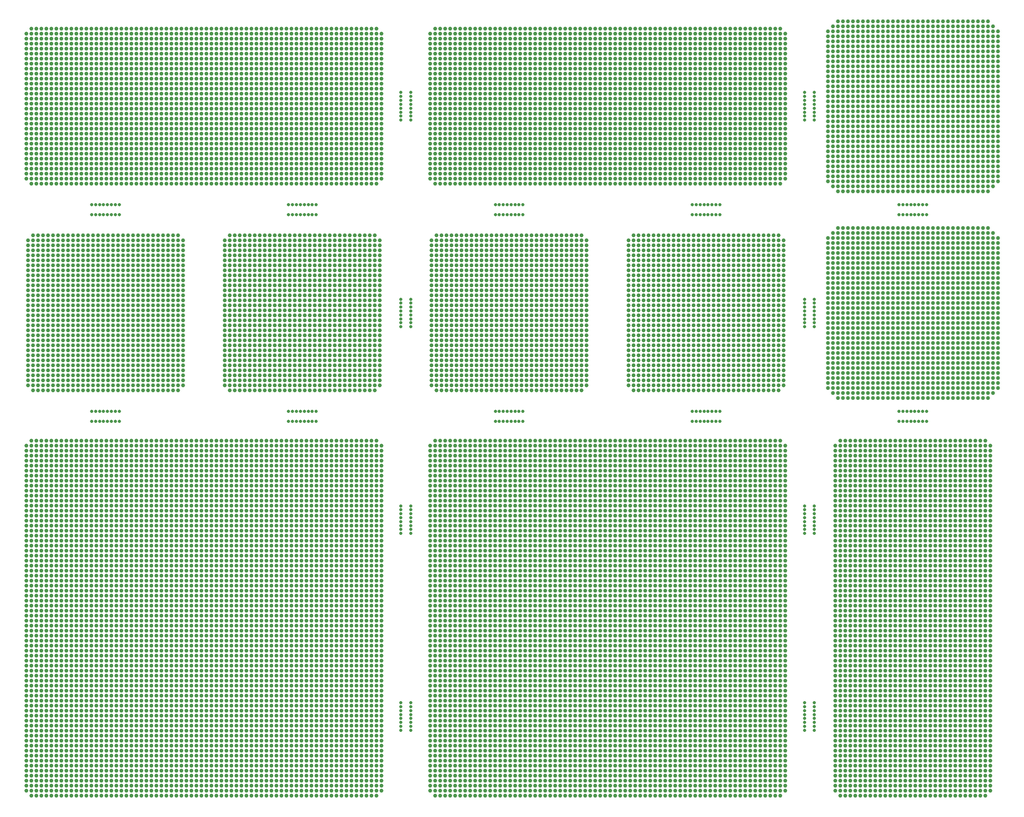
<source format=gbr>
%TF.GenerationSoftware,KiCad,Pcbnew,7.0.7*%
%TF.CreationDate,2023-10-11T17:25:19+01:00*%
%TF.ProjectId,Ru-PerfBoard,52752d50-6572-4664-926f-6172642e6b69,rev?*%
%TF.SameCoordinates,Original*%
%TF.FileFunction,Copper,L2,Bot*%
%TF.FilePolarity,Positive*%
%FSLAX46Y46*%
G04 Gerber Fmt 4.6, Leading zero omitted, Abs format (unit mm)*
G04 Created by KiCad (PCBNEW 7.0.7) date 2023-10-11 17:25:19*
%MOMM*%
%LPD*%
G01*
G04 APERTURE LIST*
%TA.AperFunction,ComponentPad*%
%ADD10C,1.000000*%
%TD*%
%TA.AperFunction,ViaPad*%
%ADD11C,0.800000*%
%TD*%
G04 APERTURE END LIST*
D10*
%TO.P,REF\u002A\u002A8710,1*%
%TO.N,N/C*%
X188765001Y-172935000D03*
%TD*%
%TO.P,REF\u002A\u002A7298,1*%
%TO.N,N/C*%
X121825000Y-147535000D03*
%TD*%
%TO.P,REF\u002A\u002A6915,1*%
%TO.N,N/C*%
X195115000Y-141185001D03*
%TD*%
%TO.P,REF\u002A\u002A1194,1*%
%TO.N,N/C*%
X235755000Y-55635000D03*
%TD*%
%TO.P,REF\u002A\u002A5140,1*%
%TO.N,N/C*%
X100635000Y-91625000D03*
%TD*%
%TO.P,REF\u002A\u002A4534,1*%
%TO.N,N/C*%
X318335000Y-227545000D03*
%TD*%
%TO.P,REF\u002A\u002A6849,1*%
%TO.N,N/C*%
X100235000Y-139915000D03*
%TD*%
%TO.P,REF\u002A\u002A8110,1*%
%TO.N,N/C*%
X147225000Y-161505000D03*
%TD*%
%TO.P,REF\u002A\u002A7400,1*%
%TO.N,N/C*%
X262425001Y-148805000D03*
%TD*%
%TO.P,REF\u002A\u002A9701,1*%
%TO.N,N/C*%
X156115000Y-189445000D03*
%TD*%
%TO.P,REF\u002A\u002A7042,1*%
%TO.N,N/C*%
X162465000Y-142455000D03*
%TD*%
%TO.P,REF\u002A\u002A2217,1*%
%TO.N,N/C*%
X152305000Y-73415000D03*
%TD*%
%TO.P,REF\u002A\u002A3484,1*%
%TO.N,N/C*%
X285315000Y-186905000D03*
%TD*%
%TO.P,REF\u002A\u002A9866,1*%
%TO.N,N/C*%
X193845000Y-193255001D03*
%TD*%
%TO.P,REF\u002A\u002A6719,1*%
%TO.N,N/C*%
X301190000Y-72780000D03*
%TD*%
%TO.P,REF\u002A\u002A7817,1*%
%TO.N,N/C*%
X140875000Y-156425000D03*
%TD*%
%TO.P,REF\u002A\u002A6099,1*%
%TO.N,N/C*%
X313890000Y-49920000D03*
%TD*%
%TO.P,REF\u002A\u002A11140,1*%
%TO.N,N/C*%
X257345000Y-214845000D03*
%TD*%
%TO.P,REF\u002A\u002A5348,1*%
%TO.N,N/C*%
X206945001Y-97975000D03*
%TD*%
%TO.P,REF\u002A\u002A1812,1*%
%TO.N,N/C*%
X95155000Y-67065000D03*
%TD*%
%TO.P,REF\u002A\u002A8452,1*%
%TO.N,N/C*%
X226865001Y-167855000D03*
%TD*%
%TO.P,REF\u002A\u002A2145,1*%
%TO.N,N/C*%
X254805000Y-72145000D03*
%TD*%
%TO.P,REF\u002A\u002A9776,1*%
%TO.N,N/C*%
X159925000Y-190715000D03*
%TD*%
%TO.P,REF\u002A\u002A6404,1*%
%TO.N,N/C*%
X301190000Y-61350000D03*
%TD*%
%TO.P,REF\u002A\u002A592,1*%
%TO.N,N/C*%
X202735000Y-45475000D03*
%TD*%
%TO.P,REF\u002A\u002A4612,1*%
%TO.N,N/C*%
X130315000Y-111945000D03*
%TD*%
%TO.P,REF\u002A\u002A11994,1*%
%TO.N,N/C*%
X244645000Y-230085000D03*
%TD*%
%TO.P,REF\u002A\u002A304,1*%
%TO.N,N/C*%
X100235000Y-40395000D03*
%TD*%
%TO.P,REF\u002A\u002A9638,1*%
%TO.N,N/C*%
X167545000Y-188175000D03*
%TD*%
%TO.P,REF\u002A\u002A6917,1*%
%TO.N,N/C*%
X197655000Y-141185001D03*
%TD*%
%TO.P,REF\u002A\u002A4722,1*%
%TO.N,N/C*%
X84125000Y-94165000D03*
%TD*%
%TO.P,REF\u002A\u002A6425,1*%
%TO.N,N/C*%
X283410000Y-115120000D03*
%TD*%
%TO.P,REF\u002A\u002A11359,1*%
%TO.N,N/C*%
X261155001Y-218655000D03*
%TD*%
%TO.P,REF\u002A\u002A9475,1*%
%TO.N,N/C*%
X245915000Y-185635001D03*
%TD*%
%TO.P,REF\u002A\u002A9537,1*%
%TO.N,N/C*%
X233215000Y-186905001D03*
%TD*%
%TO.P,REF\u002A\u002A451,1*%
%TO.N,N/C*%
X206545000Y-42935000D03*
%TD*%
%TO.P,REF\u002A\u002A6166,1*%
%TO.N,N/C*%
X310080000Y-52460000D03*
%TD*%
%TO.P,REF\u002A\u002A5226,1*%
%TO.N,N/C*%
X199325000Y-103054999D03*
%TD*%
%TO.P,REF\u002A\u002A1052,1*%
%TO.N,N/C*%
X135795000Y-53095000D03*
%TD*%
%TO.P,REF\u002A\u002A4525,1*%
%TO.N,N/C*%
X306905000Y-227545000D03*
%TD*%
%TO.P,REF\u002A\u002A11243,1*%
%TO.N,N/C*%
X205275000Y-217385000D03*
%TD*%
%TO.P,REF\u002A\u002A1858,1*%
%TO.N,N/C*%
X256075000Y-67065000D03*
%TD*%
%TO.P,REF\u002A\u002A7563,1*%
%TO.N,N/C*%
X92615000Y-152615000D03*
%TD*%
%TO.P,REF\u002A\u002A9079,1*%
%TO.N,N/C*%
X200195001Y-179285002D03*
%TD*%
%TO.P,REF\u002A\u002A9283,1*%
%TO.N,N/C*%
X184955000Y-183095000D03*
%TD*%
%TO.P,REF\u002A\u002A9789,1*%
%TO.N,N/C*%
X84995000Y-191985000D03*
%TD*%
%TO.P,REF\u002A\u002A2615,1*%
%TO.N,N/C*%
X319605000Y-151345000D03*
%TD*%
%TO.P,REF\u002A\u002A5350,1*%
%TO.N,N/C*%
X204405000Y-97974999D03*
%TD*%
%TO.P,REF\u002A\u002A11011,1*%
%TO.N,N/C*%
X184955000Y-213575001D03*
%TD*%
%TO.P,REF\u002A\u002A885,1*%
%TO.N,N/C*%
X106585000Y-50555000D03*
%TD*%
%TO.P,REF\u002A\u002A9829,1*%
%TO.N,N/C*%
X238295000Y-191985001D03*
%TD*%
%TO.P,REF\u002A\u002A1471,1*%
%TO.N,N/C*%
X221785000Y-60715000D03*
%TD*%
%TO.P,REF\u002A\u002A10367,1*%
%TO.N,N/C*%
X87535000Y-202145000D03*
%TD*%
%TO.P,REF\u002A\u002A740,1*%
%TO.N,N/C*%
X207815000Y-48015000D03*
%TD*%
%TO.P,REF\u002A\u002A11797,1*%
%TO.N,N/C*%
X166275000Y-226275000D03*
%TD*%
%TO.P,REF\u002A\u002A9236,1*%
%TO.N,N/C*%
X216705001Y-181825001D03*
%TD*%
%TO.P,REF\u002A\u002A5719,1*%
%TO.N,N/C*%
X320240000Y-88450000D03*
%TD*%
%TO.P,REF\u002A\u002A2049,1*%
%TO.N,N/C*%
X224325000Y-70875000D03*
%TD*%
%TO.P,REF\u002A\u002A6483,1*%
%TO.N,N/C*%
X312620000Y-63890000D03*
%TD*%
%TO.P,REF\u002A\u002A902,1*%
%TO.N,N/C*%
X128175000Y-50555000D03*
%TD*%
%TO.P,REF\u002A\u002A3629,1*%
%TO.N,N/C*%
X306905000Y-191985000D03*
%TD*%
%TO.P,REF\u002A\u002A5157,1*%
%TO.N,N/C*%
X101905000Y-110675000D03*
%TD*%
%TO.P,REF\u002A\u002A5361,1*%
%TO.N,N/C*%
X159525000Y-95435000D03*
%TD*%
%TO.P,REF\u002A\u002A10335,1*%
%TO.N,N/C*%
X138335000Y-200875000D03*
%TD*%
%TO.P,REF\u002A\u002A1712,1*%
%TO.N,N/C*%
X253535000Y-64525000D03*
%TD*%
%TO.P,REF\u002A\u002A3424,1*%
%TO.N,N/C*%
X290395000Y-184365000D03*
%TD*%
%TO.P,REF\u002A\u002A7068,1*%
%TO.N,N/C*%
X206545000Y-143725000D03*
%TD*%
%TO.P,REF\u002A\u002A9143,1*%
%TO.N,N/C*%
X190035000Y-180555000D03*
%TD*%
%TO.P,REF\u002A\u002A10857,1*%
%TO.N,N/C*%
X161195000Y-209765000D03*
%TD*%
%TO.P,REF\u002A\u002A6635,1*%
%TO.N,N/C*%
X283410000Y-70240000D03*
%TD*%
%TO.P,REF\u002A\u002A7855,1*%
%TO.N,N/C*%
X97695000Y-157695000D03*
%TD*%
%TO.P,REF\u002A\u002A9876,1*%
%TO.N,N/C*%
X206545000Y-193255000D03*
%TD*%
%TO.P,REF\u002A\u002A548,1*%
%TO.N,N/C*%
X238295000Y-44205000D03*
%TD*%
%TO.P,REF\u002A\u002A3332,1*%
%TO.N,N/C*%
X295475000Y-180555000D03*
%TD*%
%TO.P,REF\u002A\u002A6593,1*%
%TO.N,N/C*%
X318970000Y-120200000D03*
%TD*%
%TO.P,REF\u002A\u002A427,1*%
%TO.N,N/C*%
X267505000Y-41665000D03*
%TD*%
%TO.P,REF\u002A\u002A7984,1*%
%TO.N,N/C*%
X170085000Y-158965000D03*
%TD*%
%TO.P,REF\u002A\u002A2253,1*%
%TO.N,N/C*%
X209085000Y-74685000D03*
%TD*%
%TO.P,REF\u002A\u002A8495,1*%
%TO.N,N/C*%
X87535000Y-169125000D03*
%TD*%
%TO.P,REF\u002A\u002A7460,1*%
%TO.N,N/C*%
X144685000Y-150075000D03*
%TD*%
%TO.P,REF\u002A\u002A4645,1*%
%TO.N,N/C*%
X81585000Y-110675000D03*
%TD*%
%TO.P,REF\u002A\u002A4788,1*%
%TO.N,N/C*%
X86665000Y-91625000D03*
%TD*%
%TO.P,REF\u002A\u002A6760,1*%
%TO.N,N/C*%
X308810000Y-74050000D03*
%TD*%
%TO.P,REF\u002A\u002A11180,1*%
%TO.N,N/C*%
X114205000Y-216115000D03*
%TD*%
%TO.P,REF\u002A\u002A4830,1*%
%TO.N,N/C*%
X214565000Y-118295000D03*
%TD*%
%TO.P,REF\u002A\u002A6544,1*%
%TO.N,N/C*%
X301190000Y-118930000D03*
%TD*%
%TO.P,REF\u002A\u002A189,1*%
%TO.N,N/C*%
X239565000Y-37855000D03*
%TD*%
%TO.P,REF\u002A\u002A7842,1*%
%TO.N,N/C*%
X81185000Y-157695000D03*
%TD*%
%TO.P,REF\u002A\u002A6167,1*%
%TO.N,N/C*%
X311350000Y-52460000D03*
%TD*%
%TO.P,REF\u002A\u002A11568,1*%
%TO.N,N/C*%
X252265000Y-222465000D03*
%TD*%
%TO.P,REF\u002A\u002A1754,1*%
%TO.N,N/C*%
X112935000Y-65795000D03*
%TD*%
%TO.P,REF\u002A\u002A5611,1*%
%TO.N,N/C*%
X119685000Y-103055000D03*
%TD*%
%TO.P,REF\u002A\u002A8846,1*%
%TO.N,N/C*%
X270045000Y-174205001D03*
%TD*%
%TO.P,REF\u002A\u002A904,1*%
%TO.N,N/C*%
X130715000Y-50555000D03*
%TD*%
%TO.P,REF\u002A\u002A5248,1*%
%TO.N,N/C*%
X212025000Y-101785000D03*
%TD*%
%TO.P,REF\u002A\u002A8718,1*%
%TO.N,N/C*%
X96425000Y-172935000D03*
%TD*%
%TO.P,REF\u002A\u002A5594,1*%
%TO.N,N/C*%
X169685000Y-124645000D03*
%TD*%
%TO.P,REF\u002A\u002A9049,1*%
%TO.N,N/C*%
X151035000Y-178015000D03*
%TD*%
%TO.P,REF\u002A\u002A5619,1*%
%TO.N,N/C*%
X267105001Y-127185000D03*
%TD*%
%TO.P,REF\u002A\u002A4759,1*%
%TO.N,N/C*%
X182815000Y-122105001D03*
%TD*%
%TO.P,REF\u002A\u002A11128,1*%
%TO.N,N/C*%
X242105000Y-214845001D03*
%TD*%
%TO.P,REF\u002A\u002A10974,1*%
%TO.N,N/C*%
X229405000Y-212305001D03*
%TD*%
%TO.P,REF\u002A\u002A6193,1*%
%TO.N,N/C*%
X299920000Y-106230000D03*
%TD*%
%TO.P,REF\u002A\u002A4721,1*%
%TO.N,N/C*%
X84125000Y-95435000D03*
%TD*%
%TO.P,REF\u002A\u002A5231,1*%
%TO.N,N/C*%
X262025000Y-111945001D03*
%TD*%
%TO.P,REF\u002A\u002A9085,1*%
%TO.N,N/C*%
X207815000Y-179285000D03*
%TD*%
%TO.P,REF\u002A\u002A7932,1*%
%TO.N,N/C*%
X104045000Y-158965000D03*
%TD*%
%TO.P,REF\u002A\u002A1697,1*%
%TO.N,N/C*%
X234485000Y-64525000D03*
%TD*%
%TO.P,REF\u002A\u002A6530,1*%
%TO.N,N/C*%
X283410000Y-66430000D03*
%TD*%
%TO.P,REF\u002A\u002A10157,1*%
%TO.N,N/C*%
X197655000Y-198335000D03*
%TD*%
%TO.P,REF\u002A\u002A5126,1*%
%TO.N,N/C*%
X204405000Y-106865000D03*
%TD*%
%TO.P,REF\u002A\u002A4602,1*%
%TO.N,N/C*%
X323415000Y-230085000D03*
%TD*%
%TO.P,REF\u002A\u002A8772,1*%
%TO.N,N/C*%
X267505001Y-172935000D03*
%TD*%
%TO.P,REF\u002A\u002A6459,1*%
%TO.N,N/C*%
X326590000Y-115120000D03*
%TD*%
%TO.P,REF\u002A\u002A4980,1*%
%TO.N,N/C*%
X144285000Y-91625000D03*
%TD*%
%TO.P,REF\u002A\u002A2922,1*%
%TO.N,N/C*%
X303095000Y-164045000D03*
%TD*%
%TO.P,REF\u002A\u002A4659,1*%
%TO.N,N/C*%
X267105000Y-89085000D03*
%TD*%
%TO.P,REF\u002A\u002A602,1*%
%TO.N,N/C*%
X112935000Y-45475000D03*
%TD*%
%TO.P,REF\u002A\u002A11767,1*%
%TO.N,N/C*%
X230675000Y-226275001D03*
%TD*%
%TO.P,REF\u002A\u002A11142,1*%
%TO.N,N/C*%
X259885000Y-214845000D03*
%TD*%
%TO.P,REF\u002A\u002A402,1*%
%TO.N,N/C*%
X235755000Y-41665000D03*
%TD*%
%TO.P,REF\u002A\u002A9610,1*%
%TO.N,N/C*%
X131985000Y-188175000D03*
%TD*%
%TO.P,REF\u002A\u002A2023,1*%
%TO.N,N/C*%
X88805000Y-70875000D03*
%TD*%
%TO.P,REF\u002A\u002A10539,1*%
%TO.N,N/C*%
X123095000Y-204685000D03*
%TD*%
%TO.P,REF\u002A\u002A9835,1*%
%TO.N,N/C*%
X245915000Y-191985001D03*
%TD*%
%TO.P,REF\u002A\u002A6740,1*%
%TO.N,N/C*%
X283410000Y-126550000D03*
%TD*%
%TO.P,REF\u002A\u002A7598,1*%
%TO.N,N/C*%
X239565001Y-152615001D03*
%TD*%
%TO.P,REF\u002A\u002A10919,1*%
%TO.N,N/C*%
X250995000Y-211035000D03*
%TD*%
%TO.P,REF\u002A\u002A8154,1*%
%TO.N,N/C*%
X111665000Y-162775000D03*
%TD*%
%TO.P,REF\u002A\u002A6628,1*%
%TO.N,N/C*%
X318970000Y-121470000D03*
%TD*%
%TO.P,REF\u002A\u002A5426,1*%
%TO.N,N/C*%
X162065000Y-94165000D03*
%TD*%
%TO.P,REF\u002A\u002A965,1*%
%TO.N,N/C*%
X116745000Y-51825000D03*
%TD*%
%TO.P,REF\u002A\u002A9459,1*%
%TO.N,N/C*%
X225595000Y-185635001D03*
%TD*%
%TO.P,REF\u002A\u002A9102,1*%
%TO.N,N/C*%
X229405000Y-179285001D03*
%TD*%
%TO.P,REF\u002A\u002A2263,1*%
%TO.N,N/C*%
X119285000Y-74685000D03*
%TD*%
%TO.P,REF\u002A\u002A4907,1*%
%TO.N,N/C*%
X141745000Y-103055000D03*
%TD*%
%TO.P,REF\u002A\u002A7503,1*%
%TO.N,N/C*%
X210355001Y-151345000D03*
%TD*%
%TO.P,REF\u002A\u002A7769,1*%
%TO.N,N/C*%
X79915000Y-156425000D03*
%TD*%
%TO.P,REF\u002A\u002A6499,1*%
%TO.N,N/C*%
X288490000Y-65160000D03*
%TD*%
%TO.P,REF\u002A\u002A3233,1*%
%TO.N,N/C*%
X291665000Y-176745000D03*
%TD*%
%TO.P,REF\u002A\u002A2289,1*%
%TO.N,N/C*%
X254805000Y-74685000D03*
%TD*%
%TO.P,REF\u002A\u002A1952,1*%
%TO.N,N/C*%
X192575000Y-69605000D03*
%TD*%
%TO.P,REF\u002A\u002A1051,1*%
%TO.N,N/C*%
X134525000Y-53095000D03*
%TD*%
%TO.P,REF\u002A\u002A655,1*%
%TO.N,N/C*%
X191305000Y-46745000D03*
%TD*%
%TO.P,REF\u002A\u002A4642,1*%
%TO.N,N/C*%
X245515001Y-89085000D03*
%TD*%
%TO.P,REF\u002A\u002A5250,1*%
%TO.N,N/C*%
X155715000Y-114485000D03*
%TD*%
%TO.P,REF\u002A\u002A7829,1*%
%TO.N,N/C*%
X156115000Y-156425000D03*
%TD*%
%TO.P,REF\u002A\u002A10563,1*%
%TO.N,N/C*%
X256075001Y-204685001D03*
%TD*%
%TO.P,REF\u002A\u002A10905,1*%
%TO.N,N/C*%
X233215001Y-211035000D03*
%TD*%
%TO.P,REF\u002A\u002A11133,1*%
%TO.N,N/C*%
X248455000Y-214845001D03*
%TD*%
%TO.P,REF\u002A\u002A1649,1*%
%TO.N,N/C*%
X162465000Y-63255000D03*
%TD*%
%TO.P,REF\u002A\u002A718,1*%
%TO.N,N/C*%
X168815000Y-46745000D03*
%TD*%
%TO.P,REF\u002A\u002A3908,1*%
%TO.N,N/C*%
X295475000Y-203415000D03*
%TD*%
%TO.P,REF\u002A\u002A4915,1*%
%TO.N,N/C*%
X187895000Y-115755000D03*
%TD*%
%TO.P,REF\u002A\u002A8456,1*%
%TO.N,N/C*%
X129445000Y-167855000D03*
%TD*%
%TO.P,REF\u002A\u002A2116,1*%
%TO.N,N/C*%
X115475000Y-72145000D03*
%TD*%
%TO.P,REF\u002A\u002A5126,1*%
%TO.N,N/C*%
X250595000Y-108135000D03*
%TD*%
%TO.P,REF\u002A\u002A6277,1*%
%TO.N,N/C*%
X317700000Y-108770000D03*
%TD*%
%TO.P,REF\u002A\u002A7162,1*%
%TO.N,N/C*%
X131985000Y-144995000D03*
%TD*%
%TO.P,REF\u002A\u002A5925,1*%
%TO.N,N/C*%
X315160000Y-96070000D03*
%TD*%
%TO.P,REF\u002A\u002A9898,1*%
%TO.N,N/C*%
X234485000Y-193255001D03*
%TD*%
%TO.P,REF\u002A\u002A8484,1*%
%TO.N,N/C*%
X267505000Y-167855000D03*
%TD*%
%TO.P,REF\u002A\u002A4835,1*%
%TO.N,N/C*%
X208215000Y-118295000D03*
%TD*%
%TO.P,REF\u002A\u002A7021,1*%
%TO.N,N/C*%
X238295000Y-142455000D03*
%TD*%
%TO.P,REF\u002A\u002A10607,1*%
%TO.N,N/C*%
X220515000Y-205955000D03*
%TD*%
%TO.P,REF\u002A\u002A379,1*%
%TO.N,N/C*%
X104045000Y-41665000D03*
%TD*%
%TO.P,REF\u002A\u002A5718,1*%
%TO.N,N/C*%
X318970000Y-35950000D03*
%TD*%
%TO.P,REF\u002A\u002A5399,1*%
%TO.N,N/C*%
X160795000Y-87815000D03*
%TD*%
%TO.P,REF\u002A\u002A6033,1*%
%TO.N,N/C*%
X318970000Y-47380000D03*
%TD*%
%TO.P,REF\u002A\u002A2986,1*%
%TO.N,N/C*%
X303095000Y-166585000D03*
%TD*%
%TO.P,REF\u002A\u002A2817,1*%
%TO.N,N/C*%
X291665000Y-160235000D03*
%TD*%
%TO.P,REF\u002A\u002A11075,1*%
%TO.N,N/C*%
X163735000Y-213575000D03*
%TD*%
%TO.P,REF\u002A\u002A2071,1*%
%TO.N,N/C*%
X149765000Y-70875000D03*
%TD*%
%TO.P,REF\u002A\u002A5597,1*%
%TO.N,N/C*%
X239165000Y-127185000D03*
%TD*%
%TO.P,REF\u002A\u002A7781,1*%
%TO.N,N/C*%
X95155000Y-156425000D03*
%TD*%
%TO.P,REF\u002A\u002A7350,1*%
%TO.N,N/C*%
X198925000Y-148805000D03*
%TD*%
%TO.P,REF\u002A\u002A3579,1*%
%TO.N,N/C*%
X324685000Y-189445000D03*
%TD*%
%TO.P,REF\u002A\u002A1769,1*%
%TO.N,N/C*%
X131985000Y-65795000D03*
%TD*%
%TO.P,REF\u002A\u002A4648,1*%
%TO.N,N/C*%
X131585000Y-106865000D03*
%TD*%
%TO.P,REF\u002A\u002A8544,1*%
%TO.N,N/C*%
X149765000Y-169125000D03*
%TD*%
%TO.P,REF\u002A\u002A651,1*%
%TO.N,N/C*%
X186225000Y-46745000D03*
%TD*%
%TO.P,REF\u002A\u002A10627,1*%
%TO.N,N/C*%
X143415000Y-205955000D03*
%TD*%
%TO.P,REF\u002A\u002A10484,1*%
%TO.N,N/C*%
X144685000Y-203415000D03*
%TD*%
%TO.P,REF\u002A\u002A5723,1*%
%TO.N,N/C*%
X325320000Y-35950000D03*
%TD*%
%TO.P,REF\u002A\u002A5033,1*%
%TO.N,N/C*%
X200595001Y-110675000D03*
%TD*%
%TO.P,REF\u002A\u002A11635,1*%
%TO.N,N/C*%
X143415000Y-223735000D03*
%TD*%
%TO.P,REF\u002A\u002A5748,1*%
%TO.N,N/C*%
X312620000Y-37220000D03*
%TD*%
%TO.P,REF\u002A\u002A6467,1*%
%TO.N,N/C*%
X292300000Y-63890000D03*
%TD*%
%TO.P,REF\u002A\u002A8111,1*%
%TO.N,N/C*%
X148495000Y-161505000D03*
%TD*%
%TO.P,REF\u002A\u002A3029,1*%
%TO.N,N/C*%
X317065000Y-167855000D03*
%TD*%
%TO.P,REF\u002A\u002A6666,1*%
%TO.N,N/C*%
X322780000Y-122740000D03*
%TD*%
%TO.P,REF\u002A\u002A6061,1*%
%TO.N,N/C*%
X310080000Y-101150000D03*
%TD*%
%TO.P,REF\u002A\u002A9306,1*%
%TO.N,N/C*%
X111665000Y-183095000D03*
%TD*%
%TO.P,REF\u002A\u002A5570,1*%
%TO.N,N/C*%
X209484999Y-89085000D03*
%TD*%
%TO.P,REF\u002A\u002A9734,1*%
%TO.N,N/C*%
X106585000Y-190715000D03*
%TD*%
%TO.P,REF\u002A\u002A528,1*%
%TO.N,N/C*%
X212895000Y-44205000D03*
%TD*%
%TO.P,REF\u002A\u002A5220,1*%
%TO.N,N/C*%
X154445000Y-111945000D03*
%TD*%
%TO.P,REF\u002A\u002A5283,1*%
%TO.N,N/C*%
X156985000Y-113215000D03*
%TD*%
%TO.P,REF\u002A\u002A6765,1*%
%TO.N,N/C*%
X315160000Y-126550000D03*
%TD*%
%TO.P,REF\u002A\u002A4168,1*%
%TO.N,N/C*%
X300555000Y-213575000D03*
%TD*%
%TO.P,REF\u002A\u002A8484,1*%
%TO.N,N/C*%
X165005000Y-167855000D03*
%TD*%
%TO.P,REF\u002A\u002A10498,1*%
%TO.N,N/C*%
X264965000Y-203415000D03*
%TD*%
%TO.P,REF\u002A\u002A1810,1*%
%TO.N,N/C*%
X92615000Y-67065000D03*
%TD*%
%TO.P,REF\u002A\u002A4825,1*%
%TO.N,N/C*%
X89205000Y-125915000D03*
%TD*%
%TO.P,REF\u002A\u002A9084,1*%
%TO.N,N/C*%
X104045000Y-179285000D03*
%TD*%
%TO.P,REF\u002A\u002A11253,1*%
%TO.N,N/C*%
X217975000Y-217385000D03*
%TD*%
%TO.P,REF\u002A\u002A9204,1*%
%TO.N,N/C*%
X165005000Y-180555000D03*
%TD*%
%TO.P,REF\u002A\u002A4934,1*%
%TO.N,N/C*%
X143015000Y-109405000D03*
%TD*%
%TO.P,REF\u002A\u002A5203,1*%
%TO.N,N/C*%
X187894999Y-104325000D03*
%TD*%
%TO.P,REF\u002A\u002A8753,1*%
%TO.N,N/C*%
X243375000Y-172935000D03*
%TD*%
%TO.P,REF\u002A\u002A4828,1*%
%TO.N,N/C*%
X89205000Y-122105000D03*
%TD*%
%TO.P,REF\u002A\u002A6871,1*%
%TO.N,N/C*%
X128175000Y-139915000D03*
%TD*%
%TO.P,REF\u002A\u002A786,1*%
%TO.N,N/C*%
X266235000Y-48015000D03*
%TD*%
%TO.P,REF\u002A\u002A3919,1*%
%TO.N,N/C*%
X309445000Y-203415000D03*
%TD*%
%TO.P,REF\u002A\u002A4833,1*%
%TO.N,N/C*%
X210755000Y-118295000D03*
%TD*%
%TO.P,REF\u002A\u002A7819,1*%
%TO.N,N/C*%
X143415000Y-156425000D03*
%TD*%
%TO.P,REF\u002A\u002A5206,1*%
%TO.N,N/C*%
X184085001Y-104325000D03*
%TD*%
%TO.P,REF\u002A\u002A4968,1*%
%TO.N,N/C*%
X201865000Y-113215000D03*
%TD*%
%TO.P,REF\u002A\u002A3718,1*%
%TO.N,N/C*%
X298015000Y-195795000D03*
%TD*%
%TO.P,REF\u002A\u002A834,1*%
%TO.N,N/C*%
X235755000Y-49285000D03*
%TD*%
%TO.P,REF\u002A\u002A5499,1*%
%TO.N,N/C*%
X115875000Y-123375000D03*
%TD*%
%TO.P,REF\u002A\u002A5929,1*%
%TO.N,N/C*%
X320240000Y-96070000D03*
%TD*%
%TO.P,REF\u002A\u002A10200,1*%
%TO.N,N/C*%
X149765000Y-198335000D03*
%TD*%
%TO.P,REF\u002A\u002A4866,1*%
%TO.N,N/C*%
X90475000Y-114485000D03*
%TD*%
%TO.P,REF\u002A\u002A8874,1*%
%TO.N,N/C*%
X214165000Y-175475000D03*
%TD*%
%TO.P,REF\u002A\u002A8416,1*%
%TO.N,N/C*%
X170085000Y-166585000D03*
%TD*%
%TO.P,REF\u002A\u002A5579,1*%
%TO.N,N/C*%
X256945000Y-125915000D03*
%TD*%
%TO.P,REF\u002A\u002A376,1*%
%TO.N,N/C*%
X100235000Y-41665000D03*
%TD*%
%TO.P,REF\u002A\u002A4928,1*%
%TO.N,N/C*%
X242975000Y-100515000D03*
%TD*%
%TO.P,REF\u002A\u002A5208,1*%
%TO.N,N/C*%
X104445000Y-127185000D03*
%TD*%
%TO.P,REF\u002A\u002A11818,1*%
%TO.N,N/C*%
X204005001Y-227545000D03*
%TD*%
%TO.P,REF\u002A\u002A11167,1*%
%TO.N,N/C*%
X97695000Y-216115000D03*
%TD*%
%TO.P,REF\u002A\u002A4941,1*%
%TO.N,N/C*%
X143015000Y-100515000D03*
%TD*%
%TO.P,REF\u002A\u002A8203,1*%
%TO.N,N/C*%
X184955000Y-164045001D03*
%TD*%
%TO.P,REF\u002A\u002A7060,1*%
%TO.N,N/C*%
X93885000Y-143725000D03*
%TD*%
%TO.P,REF\u002A\u002A4845,1*%
%TO.N,N/C*%
X139205000Y-100515000D03*
%TD*%
%TO.P,REF\u002A\u002A3040,1*%
%TO.N,N/C*%
X290395000Y-169125000D03*
%TD*%
%TO.P,REF\u002A\u002A8692,1*%
%TO.N,N/C*%
X257345000Y-171665000D03*
%TD*%
%TO.P,REF\u002A\u002A5571,1*%
%TO.N,N/C*%
X246785000Y-125915000D03*
%TD*%
%TO.P,REF\u002A\u002A2140,1*%
%TO.N,N/C*%
X248455000Y-72145000D03*
%TD*%
%TO.P,REF\u002A\u002A8687,1*%
%TO.N,N/C*%
X148495000Y-171665000D03*
%TD*%
%TO.P,REF\u002A\u002A3009,1*%
%TO.N,N/C*%
X291665000Y-167855000D03*
%TD*%
%TO.P,REF\u002A\u002A10220,1*%
%TO.N,N/C*%
X186225001Y-199605000D03*
%TD*%
%TO.P,REF\u002A\u002A6926,1*%
%TO.N,N/C*%
X106585000Y-141185000D03*
%TD*%
%TO.P,REF\u002A\u002A7116,1*%
%TO.N,N/C*%
X267505001Y-143725000D03*
%TD*%
%TO.P,REF\u002A\u002A11255,1*%
%TO.N,N/C*%
X118015000Y-217385000D03*
%TD*%
%TO.P,REF\u002A\u002A2407,1*%
%TO.N,N/C*%
X299285000Y-143725000D03*
%TD*%
%TO.P,REF\u002A\u002A6583,1*%
%TO.N,N/C*%
X306270000Y-120200000D03*
%TD*%
%TO.P,REF\u002A\u002A10061,1*%
%TO.N,N/C*%
X258615000Y-195795001D03*
%TD*%
%TO.P,REF\u002A\u002A5022,1*%
%TO.N,N/C*%
X240435000Y-104325000D03*
%TD*%
%TO.P,REF\u002A\u002A6967,1*%
%TO.N,N/C*%
X261155001Y-141185001D03*
%TD*%
%TO.P,REF\u002A\u002A503,1*%
%TO.N,N/C*%
X170085000Y-42935000D03*
%TD*%
%TO.P,REF\u002A\u002A3422,1*%
%TO.N,N/C*%
X287855000Y-184365000D03*
%TD*%
%TO.P,REF\u002A\u002A534,1*%
%TO.N,N/C*%
X220515000Y-44205000D03*
%TD*%
%TO.P,REF\u002A\u002A2268,1*%
%TO.N,N/C*%
X125635000Y-74685000D03*
%TD*%
%TO.P,REF\u002A\u002A1493,1*%
%TO.N,N/C*%
X249725000Y-60715000D03*
%TD*%
%TO.P,REF\u002A\u002A1878,1*%
%TO.N,N/C*%
X190035000Y-68335000D03*
%TD*%
%TO.P,REF\u002A\u002A7796,1*%
%TO.N,N/C*%
X216705000Y-156425000D03*
%TD*%
%TO.P,REF\u002A\u002A2519,1*%
%TO.N,N/C*%
X319605000Y-147535000D03*
%TD*%
%TO.P,REF\u002A\u002A11137,1*%
%TO.N,N/C*%
X151035000Y-214845000D03*
%TD*%
%TO.P,REF\u002A\u002A10509,1*%
%TO.N,N/C*%
X187495001Y-204685001D03*
%TD*%
%TO.P,REF\u002A\u002A10473,1*%
%TO.N,N/C*%
X233215000Y-203415001D03*
%TD*%
%TO.P,REF\u002A\u002A4718,1*%
%TO.N,N/C*%
X194245000Y-123375000D03*
%TD*%
%TO.P,REF\u002A\u002A6889,1*%
%TO.N,N/C*%
X151035000Y-139915000D03*
%TD*%
%TO.P,REF\u002A\u002A8630,1*%
%TO.N,N/C*%
X270045000Y-170395001D03*
%TD*%
%TO.P,REF\u002A\u002A9401,1*%
%TO.N,N/C*%
X140875000Y-184365000D03*
%TD*%
%TO.P,REF\u002A\u002A8444,1*%
%TO.N,N/C*%
X114205000Y-167855000D03*
%TD*%
%TO.P,REF\u002A\u002A8476,1*%
%TO.N,N/C*%
X257345000Y-167855001D03*
%TD*%
%TO.P,REF\u002A\u002A3331,1*%
%TO.N,N/C*%
X294205000Y-180555000D03*
%TD*%
%TO.P,REF\u002A\u002A1026,1*%
%TO.N,N/C*%
X205275000Y-53095000D03*
%TD*%
%TO.P,REF\u002A\u002A11200,1*%
%TO.N,N/C*%
X139605000Y-216115000D03*
%TD*%
%TO.P,REF\u002A\u002A5502,1*%
%TO.N,N/C*%
X240435000Y-123375000D03*
%TD*%
%TO.P,REF\u002A\u002A757,1*%
%TO.N,N/C*%
X126905000Y-48015000D03*
%TD*%
%TO.P,REF\u002A\u002A7280,1*%
%TO.N,N/C*%
X201465000Y-147535001D03*
%TD*%
%TO.P,REF\u002A\u002A9944,1*%
%TO.N,N/C*%
X98965000Y-194525000D03*
%TD*%
%TO.P,REF\u002A\u002A5259,1*%
%TO.N,N/C*%
X105715000Y-103055000D03*
%TD*%
%TO.P,REF\u002A\u002A11547,1*%
%TO.N,N/C*%
X123095000Y-222465000D03*
%TD*%
%TO.P,REF\u002A\u002A1615,1*%
%TO.N,N/C*%
X119285000Y-63255000D03*
%TD*%
%TO.P,REF\u002A\u002A7020,1*%
%TO.N,N/C*%
X237025001Y-142455000D03*
%TD*%
%TO.P,REF\u002A\u002A7411,1*%
%TO.N,N/C*%
X184955000Y-150075000D03*
%TD*%
%TO.P,REF\u002A\u002A2382,1*%
%TO.N,N/C*%
X308175000Y-142455000D03*
%TD*%
%TO.P,REF\u002A\u002A11042,1*%
%TO.N,N/C*%
X121825000Y-213575000D03*
%TD*%
%TO.P,REF\u002A\u002A889,1*%
%TO.N,N/C*%
X214165000Y-50555000D03*
%TD*%
%TO.P,REF\u002A\u002A5804,1*%
%TO.N,N/C*%
X294840000Y-39760000D03*
%TD*%
%TO.P,REF\u002A\u002A9249,1*%
%TO.N,N/C*%
X233215001Y-181825001D03*
%TD*%
%TO.P,REF\u002A\u002A1161,1*%
%TO.N,N/C*%
X193845000Y-55635000D03*
%TD*%
%TO.P,REF\u002A\u002A10660,1*%
%TO.N,N/C*%
X93885000Y-207225000D03*
%TD*%
%TO.P,REF\u002A\u002A5888,1*%
%TO.N,N/C*%
X312620000Y-42300000D03*
%TD*%
%TO.P,REF\u002A\u002A4986,1*%
%TO.N,N/C*%
X145555000Y-124645000D03*
%TD*%
%TO.P,REF\u002A\u002A8412,1*%
%TO.N,N/C*%
X267505001Y-166585000D03*
%TD*%
%TO.P,REF\u002A\u002A6456,1*%
%TO.N,N/C*%
X322780000Y-62620000D03*
%TD*%
%TO.P,REF\u002A\u002A1973,1*%
%TO.N,N/C*%
X116745000Y-69605000D03*
%TD*%
%TO.P,REF\u002A\u002A6971,1*%
%TO.N,N/C*%
X163735000Y-141185000D03*
%TD*%
%TO.P,REF\u002A\u002A7772,1*%
%TO.N,N/C*%
X83725000Y-156425000D03*
%TD*%
%TO.P,REF\u002A\u002A277,1*%
%TO.N,N/C*%
X157385000Y-39125000D03*
%TD*%
%TO.P,REF\u002A\u002A5032,1*%
%TO.N,N/C*%
X146825000Y-106865000D03*
%TD*%
%TO.P,REF\u002A\u002A7672,1*%
%TO.N,N/C*%
X242105000Y-153885000D03*
%TD*%
%TO.P,REF\u002A\u002A797,1*%
%TO.N,N/C*%
X86265000Y-49285000D03*
%TD*%
%TO.P,REF\u002A\u002A9874,1*%
%TO.N,N/C*%
X204005000Y-193255001D03*
%TD*%
%TO.P,REF\u002A\u002A5393,1*%
%TO.N,N/C*%
X110795000Y-95435000D03*
%TD*%
%TO.P,REF\u002A\u002A8572,1*%
%TO.N,N/C*%
X93885000Y-170395000D03*
%TD*%
%TO.P,REF\u002A\u002A1109,1*%
%TO.N,N/C*%
X116745000Y-54365000D03*
%TD*%
%TO.P,REF\u002A\u002A11656,1*%
%TO.N,N/C*%
X170085000Y-223735000D03*
%TD*%
%TO.P,REF\u002A\u002A2357,1*%
%TO.N,N/C*%
X317065000Y-141185000D03*
%TD*%
%TO.P,REF\u002A\u002A9820,1*%
%TO.N,N/C*%
X124365000Y-191985000D03*
%TD*%
%TO.P,REF\u002A\u002A11105,1*%
%TO.N,N/C*%
X212895000Y-214845001D03*
%TD*%
%TO.P,REF\u002A\u002A10074,1*%
%TO.N,N/C*%
X81185000Y-197065000D03*
%TD*%
%TO.P,REF\u002A\u002A10160,1*%
%TO.N,N/C*%
X201465000Y-198335000D03*
%TD*%
%TO.P,REF\u002A\u002A5172,1*%
%TO.N,N/C*%
X268375000Y-109405000D03*
%TD*%
%TO.P,REF\u002A\u002A11040,1*%
%TO.N,N/C*%
X119285000Y-213575000D03*
%TD*%
%TO.P,REF\u002A\u002A7207,1*%
%TO.N,N/C*%
X97695000Y-146265000D03*
%TD*%
%TO.P,REF\u002A\u002A10566,1*%
%TO.N,N/C*%
X157385000Y-204685000D03*
%TD*%
%TO.P,REF\u002A\u002A5863,1*%
%TO.N,N/C*%
X325320000Y-93530000D03*
%TD*%
%TO.P,REF\u002A\u002A8992,1*%
%TO.N,N/C*%
X272585000Y-176745000D03*
%TD*%
%TO.P,REF\u002A\u002A4148,1*%
%TO.N,N/C*%
X315795000Y-212305000D03*
%TD*%
%TO.P,REF\u002A\u002A1468,1*%
%TO.N,N/C*%
X115475000Y-60715000D03*
%TD*%
%TO.P,REF\u002A\u002A4744,1*%
%TO.N,N/C*%
X253135000Y-92895000D03*
%TD*%
%TO.P,REF\u002A\u002A1761,1*%
%TO.N,N/C*%
X121825000Y-65795000D03*
%TD*%
%TO.P,REF\u002A\u002A1173,1*%
%TO.N,N/C*%
X209085000Y-55635000D03*
%TD*%
%TO.P,REF\u002A\u002A6761,1*%
%TO.N,N/C*%
X310080000Y-126550000D03*
%TD*%
%TO.P,REF\u002A\u002A7702,1*%
%TO.N,N/C*%
X188765000Y-155155000D03*
%TD*%
%TO.P,REF\u002A\u002A689,1*%
%TO.N,N/C*%
X234485000Y-46745000D03*
%TD*%
%TO.P,REF\u002A\u002A3120,1*%
%TO.N,N/C*%
X310715000Y-171665000D03*
%TD*%
%TO.P,REF\u002A\u002A5760,1*%
%TO.N,N/C*%
X283410000Y-38490000D03*
%TD*%
%TO.P,REF\u002A\u002A2247,1*%
%TO.N,N/C*%
X98965000Y-74685000D03*
%TD*%
%TO.P,REF\u002A\u002A5200,1*%
%TO.N,N/C*%
X191705000Y-104325000D03*
%TD*%
%TO.P,REF\u002A\u002A8211,1*%
%TO.N,N/C*%
X92615000Y-164045000D03*
%TD*%
%TO.P,REF\u002A\u002A7138,1*%
%TO.N,N/C*%
X204005001Y-144995000D03*
%TD*%
%TO.P,REF\u002A\u002A9000,1*%
%TO.N,N/C*%
X88805000Y-178015000D03*
%TD*%
%TO.P,REF\u002A\u002A4611,1*%
%TO.N,N/C*%
X208215000Y-127185000D03*
%TD*%
%TO.P,REF\u002A\u002A6964,1*%
%TO.N,N/C*%
X257345000Y-141185001D03*
%TD*%
%TO.P,REF\u002A\u002A7962,1*%
%TO.N,N/C*%
X244645000Y-158965001D03*
%TD*%
%TO.P,REF\u002A\u002A2947,1*%
%TO.N,N/C*%
X294205000Y-165315000D03*
%TD*%
%TO.P,REF\u002A\u002A158,1*%
%TO.N,N/C*%
X97695000Y-37855000D03*
%TD*%
%TO.P,REF\u002A\u002A5134,1*%
%TO.N,N/C*%
X100635000Y-99245000D03*
%TD*%
%TO.P,REF\u002A\u002A10809,1*%
%TO.N,N/C*%
X100235000Y-209765000D03*
%TD*%
%TO.P,REF\u002A\u002A4248,1*%
%TO.N,N/C*%
X320875000Y-216115000D03*
%TD*%
%TO.P,REF\u002A\u002A10669,1*%
%TO.N,N/C*%
X207815000Y-207225001D03*
%TD*%
%TO.P,REF\u002A\u002A4636,1*%
%TO.N,N/C*%
X237895000Y-89085000D03*
%TD*%
%TO.P,REF\u002A\u002A5621,1*%
%TO.N,N/C*%
X169685000Y-90355000D03*
%TD*%
%TO.P,REF\u002A\u002A9917,1*%
%TO.N,N/C*%
X156115000Y-193255000D03*
%TD*%
%TO.P,REF\u002A\u002A5658,1*%
%TO.N,N/C*%
X287220000Y-87180000D03*
%TD*%
%TO.P,REF\u002A\u002A7481,1*%
%TO.N,N/C*%
X182415000Y-151345000D03*
%TD*%
%TO.P,REF\u002A\u002A5434,1*%
%TO.N,N/C*%
X235355000Y-120835000D03*
%TD*%
%TO.P,REF\u002A\u002A6787,1*%
%TO.N,N/C*%
X298650000Y-127820000D03*
%TD*%
%TO.P,REF\u002A\u002A7532,1*%
%TO.N,N/C*%
X144685000Y-151345000D03*
%TD*%
%TO.P,REF\u002A\u002A3222,1*%
%TO.N,N/C*%
X318335000Y-175475000D03*
%TD*%
%TO.P,REF\u002A\u002A5554,1*%
%TO.N,N/C*%
X189165000Y-90355000D03*
%TD*%
%TO.P,REF\u002A\u002A5572,1*%
%TO.N,N/C*%
X168415000Y-111945000D03*
%TD*%
%TO.P,REF\u002A\u002A11931,1*%
%TO.N,N/C*%
X153575000Y-228815000D03*
%TD*%
%TO.P,REF\u002A\u002A1345,1*%
%TO.N,N/C*%
X244645000Y-58175000D03*
%TD*%
%TO.P,REF\u002A\u002A435,1*%
%TO.N,N/C*%
X83725000Y-42935000D03*
%TD*%
%TO.P,REF\u002A\u002A4833,1*%
%TO.N,N/C*%
X89205000Y-115755000D03*
%TD*%
%TO.P,REF\u002A\u002A7654,1*%
%TO.N,N/C*%
X219245000Y-153885000D03*
%TD*%
%TO.P,REF\u002A\u002A2005,1*%
%TO.N,N/C*%
X157385000Y-69605000D03*
%TD*%
%TO.P,REF\u002A\u002A7098,1*%
%TO.N,N/C*%
X142145000Y-143725000D03*
%TD*%
%TO.P,REF\u002A\u002A2075,1*%
%TO.N,N/C*%
X257345000Y-70875000D03*
%TD*%
%TO.P,REF\u002A\u002A902,1*%
%TO.N,N/C*%
X230675000Y-50555000D03*
%TD*%
%TO.P,REF\u002A\u002A3921,1*%
%TO.N,N/C*%
X311985000Y-203415000D03*
%TD*%
%TO.P,REF\u002A\u002A883,1*%
%TO.N,N/C*%
X206545000Y-50555000D03*
%TD*%
%TO.P,REF\u002A\u002A6838,1*%
%TO.N,N/C*%
X318970000Y-129090000D03*
%TD*%
%TO.P,REF\u002A\u002A6652,1*%
%TO.N,N/C*%
X305000000Y-70240000D03*
%TD*%
%TO.P,REF\u002A\u002A8316,1*%
%TO.N,N/C*%
X134525000Y-165315000D03*
%TD*%
%TO.P,REF\u002A\u002A1207,1*%
%TO.N,N/C*%
X252265000Y-55635000D03*
%TD*%
%TO.P,REF\u002A\u002A5992,1*%
%TO.N,N/C*%
X311350000Y-98610000D03*
%TD*%
%TO.P,REF\u002A\u002A3041,1*%
%TO.N,N/C*%
X291665000Y-169125000D03*
%TD*%
%TO.P,REF\u002A\u002A6576,1*%
%TO.N,N/C*%
X297380000Y-120200000D03*
%TD*%
%TO.P,REF\u002A\u002A1143,1*%
%TO.N,N/C*%
X159925000Y-54365000D03*
%TD*%
%TO.P,REF\u002A\u002A11188,1*%
%TO.N,N/C*%
X226865000Y-216115000D03*
%TD*%
%TO.P,REF\u002A\u002A9317,1*%
%TO.N,N/C*%
X228135001Y-183095000D03*
%TD*%
%TO.P,REF\u002A\u002A1880,1*%
%TO.N,N/C*%
X192575000Y-68335000D03*
%TD*%
%TO.P,REF\u002A\u002A6998,1*%
%TO.N,N/C*%
X106585000Y-142455000D03*
%TD*%
%TO.P,REF\u002A\u002A5381,1*%
%TO.N,N/C*%
X205675000Y-96705000D03*
%TD*%
%TO.P,REF\u002A\u002A4325,1*%
%TO.N,N/C*%
X296745000Y-219925000D03*
%TD*%
%TO.P,REF\u002A\u002A8184,1*%
%TO.N,N/C*%
X252265000Y-162775001D03*
%TD*%
%TO.P,REF\u002A\u002A6448,1*%
%TO.N,N/C*%
X312620000Y-115120000D03*
%TD*%
%TO.P,REF\u002A\u002A6175,1*%
%TO.N,N/C*%
X321510000Y-52460000D03*
%TD*%
%TO.P,REF\u002A\u002A9700,1*%
%TO.N,N/C*%
X154845000Y-189445000D03*
%TD*%
%TO.P,REF\u002A\u002A1568,1*%
%TO.N,N/C*%
X151035000Y-61985000D03*
%TD*%
%TO.P,REF\u002A\u002A614,1*%
%TO.N,N/C*%
X128175000Y-45475000D03*
%TD*%
%TO.P,REF\u002A\u002A11559,1*%
%TO.N,N/C*%
X240835000Y-222465000D03*
%TD*%
%TO.P,REF\u002A\u002A3111,1*%
%TO.N,N/C*%
X299285000Y-171665000D03*
%TD*%
%TO.P,REF\u002A\u002A11134,1*%
%TO.N,N/C*%
X147225000Y-214845000D03*
%TD*%
%TO.P,REF\u002A\u002A4352,1*%
%TO.N,N/C*%
X290395000Y-221195000D03*
%TD*%
%TO.P,REF\u002A\u002A10406,1*%
%TO.N,N/C*%
X137065000Y-202145000D03*
%TD*%
%TO.P,REF\u002A\u002A10883,1*%
%TO.N,N/C*%
X205275000Y-211035000D03*
%TD*%
%TO.P,REF\u002A\u002A1946,1*%
%TO.N,N/C*%
X82455000Y-69605000D03*
%TD*%
%TO.P,REF\u002A\u002A2367,1*%
%TO.N,N/C*%
X289125000Y-142455000D03*
%TD*%
%TO.P,REF\u002A\u002A4718,1*%
%TO.N,N/C*%
X84125000Y-99245000D03*
%TD*%
%TO.P,REF\u002A\u002A8475,1*%
%TO.N,N/C*%
X153575000Y-167855000D03*
%TD*%
%TO.P,REF\u002A\u002A3910,1*%
%TO.N,N/C*%
X298015000Y-203415000D03*
%TD*%
%TO.P,REF\u002A\u002A2655,1*%
%TO.N,N/C*%
X289125000Y-153885000D03*
%TD*%
%TO.P,REF\u002A\u002A10885,1*%
%TO.N,N/C*%
X207815000Y-211035000D03*
%TD*%
%TO.P,REF\u002A\u002A6790,1*%
%TO.N,N/C*%
X302460000Y-75320000D03*
%TD*%
%TO.P,REF\u002A\u002A4812,1*%
%TO.N,N/C*%
X87935000Y-101785000D03*
%TD*%
%TO.P,REF\u002A\u002A5029,1*%
%TO.N,N/C*%
X205675000Y-110675000D03*
%TD*%
%TO.P,REF\u002A\u002A11163,1*%
%TO.N,N/C*%
X195115000Y-216115000D03*
%TD*%
%TO.P,REF\u002A\u002A4959,1*%
%TO.N,N/C*%
X213295000Y-113215000D03*
%TD*%
%TO.P,REF\u002A\u002A3030,1*%
%TO.N,N/C*%
X318335000Y-167855000D03*
%TD*%
%TO.P,REF\u002A\u002A8622,1*%
%TO.N,N/C*%
X259885000Y-170395001D03*
%TD*%
%TO.P,REF\u002A\u002A877,1*%
%TO.N,N/C*%
X198925000Y-50555000D03*
%TD*%
%TO.P,REF\u002A\u002A3344,1*%
%TO.N,N/C*%
X310715000Y-180555000D03*
%TD*%
%TO.P,REF\u002A\u002A3618,1*%
%TO.N,N/C*%
X292935000Y-191985000D03*
%TD*%
%TO.P,REF\u002A\u002A808,1*%
%TO.N,N/C*%
X100235000Y-49285000D03*
%TD*%
%TO.P,REF\u002A\u002A5139,1*%
%TO.N,N/C*%
X100635000Y-92895000D03*
%TD*%
%TO.P,REF\u002A\u002A11771,1*%
%TO.N,N/C*%
X133255000Y-226275000D03*
%TD*%
%TO.P,REF\u002A\u002A10729,1*%
%TO.N,N/C*%
X192575000Y-208495001D03*
%TD*%
%TO.P,REF\u002A\u002A10728,1*%
%TO.N,N/C*%
X88805000Y-208495000D03*
%TD*%
%TO.P,REF\u002A\u002A10079,1*%
%TO.N,N/C*%
X190035000Y-197065000D03*
%TD*%
%TO.P,REF\u002A\u002A4479,1*%
%TO.N,N/C*%
X289125000Y-226275000D03*
%TD*%
%TO.P,REF\u002A\u002A8510,1*%
%TO.N,N/C*%
X209085000Y-169125001D03*
%TD*%
%TO.P,REF\u002A\u002A10793,1*%
%TO.N,N/C*%
X182415001Y-209765001D03*
%TD*%
%TO.P,REF\u002A\u002A4675,1*%
%TO.N,N/C*%
X246785000Y-90355000D03*
%TD*%
%TO.P,REF\u002A\u002A3917,1*%
%TO.N,N/C*%
X306905000Y-203415000D03*
%TD*%
%TO.P,REF\u002A\u002A5543,1*%
%TO.N,N/C*%
X203135000Y-90355000D03*
%TD*%
%TO.P,REF\u002A\u002A9769,1*%
%TO.N,N/C*%
X253535000Y-190715001D03*
%TD*%
%TO.P,REF\u002A\u002A10885,1*%
%TO.N,N/C*%
X105315000Y-211035000D03*
%TD*%
%TO.P,REF\u002A\u002A5327,1*%
%TO.N,N/C*%
X108255000Y-97975000D03*
%TD*%
%TO.P,REF\u002A\u002A5915,1*%
%TO.N,N/C*%
X302460000Y-43570000D03*
%TD*%
%TO.P,REF\u002A\u002A8634,1*%
%TO.N,N/C*%
X81185000Y-171665000D03*
%TD*%
%TO.P,REF\u002A\u002A8813,1*%
%TO.N,N/C*%
X125635000Y-174205000D03*
%TD*%
%TO.P,REF\u002A\u002A374,1*%
%TO.N,N/C*%
X97695000Y-41665000D03*
%TD*%
%TO.P,REF\u002A\u002A6636,1*%
%TO.N,N/C*%
X284680000Y-122740000D03*
%TD*%
%TO.P,REF\u002A\u002A8412,1*%
%TO.N,N/C*%
X165005000Y-166585000D03*
%TD*%
%TO.P,REF\u002A\u002A2734,1*%
%TO.N,N/C*%
X308175000Y-156425000D03*
%TD*%
%TO.P,REF\u002A\u002A4098,1*%
%TO.N,N/C*%
X292935000Y-211035000D03*
%TD*%
%TO.P,REF\u002A\u002A4696,1*%
%TO.N,N/C*%
X134125000Y-127185000D03*
%TD*%
%TO.P,REF\u002A\u002A1801,1*%
%TO.N,N/C*%
X183685000Y-67065000D03*
%TD*%
%TO.P,REF\u002A\u002A8024,1*%
%TO.N,N/C*%
X231945001Y-160235000D03*
%TD*%
%TO.P,REF\u002A\u002A1339,1*%
%TO.N,N/C*%
X134525000Y-58175000D03*
%TD*%
%TO.P,REF\u002A\u002A9087,1*%
%TO.N,N/C*%
X210355000Y-179285000D03*
%TD*%
%TO.P,REF\u002A\u002A9196,1*%
%TO.N,N/C*%
X257345000Y-180555001D03*
%TD*%
%TO.P,REF\u002A\u002A4272,1*%
%TO.N,N/C*%
X310715000Y-217385000D03*
%TD*%
%TO.P,REF\u002A\u002A1306,1*%
%TO.N,N/C*%
X195115000Y-58175000D03*
%TD*%
%TO.P,REF\u002A\u002A6758,1*%
%TO.N,N/C*%
X306270000Y-126550000D03*
%TD*%
%TO.P,REF\u002A\u002A1098,1*%
%TO.N,N/C*%
X205275000Y-54365000D03*
%TD*%
%TO.P,REF\u002A\u002A5585,1*%
%TO.N,N/C*%
X190435000Y-89085000D03*
%TD*%
%TO.P,REF\u002A\u002A9036,1*%
%TO.N,N/C*%
X237025001Y-178015000D03*
%TD*%
%TO.P,REF\u002A\u002A8504,1*%
%TO.N,N/C*%
X201465000Y-169125000D03*
%TD*%
%TO.P,REF\u002A\u002A8794,1*%
%TO.N,N/C*%
X101505000Y-174205000D03*
%TD*%
%TO.P,REF\u002A\u002A5779,1*%
%TO.N,N/C*%
X307540000Y-90990000D03*
%TD*%
%TO.P,REF\u002A\u002A10155,1*%
%TO.N,N/C*%
X92615000Y-198335000D03*
%TD*%
%TO.P,REF\u002A\u002A1824,1*%
%TO.N,N/C*%
X212895000Y-67065000D03*
%TD*%
%TO.P,REF\u002A\u002A2131,1*%
%TO.N,N/C*%
X237025000Y-72145000D03*
%TD*%
%TO.P,REF\u002A\u002A8636,1*%
%TO.N,N/C*%
X186225000Y-171665000D03*
%TD*%
%TO.P,REF\u002A\u002A5883,1*%
%TO.N,N/C*%
X306270000Y-42300000D03*
%TD*%
%TO.P,REF\u002A\u002A8564,1*%
%TO.N,N/C*%
X186225000Y-170395000D03*
%TD*%
%TO.P,REF\u002A\u002A5197,1*%
%TO.N,N/C*%
X153175000Y-100515000D03*
%TD*%
%TO.P,REF\u002A\u002A3769,1*%
%TO.N,N/C*%
X322145000Y-197065000D03*
%TD*%
%TO.P,REF\u002A\u002A1779,1*%
%TO.N,N/C*%
X144685000Y-65795000D03*
%TD*%
%TO.P,REF\u002A\u002A6898,1*%
%TO.N,N/C*%
X264965000Y-139915001D03*
%TD*%
%TO.P,REF\u002A\u002A3780,1*%
%TO.N,N/C*%
X295475000Y-198335000D03*
%TD*%
%TO.P,REF\u002A\u002A10667,1*%
%TO.N,N/C*%
X205275000Y-207225000D03*
%TD*%
%TO.P,REF\u002A\u002A8453,1*%
%TO.N,N/C*%
X228135000Y-167855000D03*
%TD*%
%TO.P,REF\u002A\u002A8561,1*%
%TO.N,N/C*%
X79915000Y-170395000D03*
%TD*%
%TO.P,REF\u002A\u002A6047,1*%
%TO.N,N/C*%
X292300000Y-48650000D03*
%TD*%
%TO.P,REF\u002A\u002A1067,1*%
%TO.N,N/C*%
X154845000Y-53095000D03*
%TD*%
%TO.P,REF\u002A\u002A4699,1*%
%TO.N,N/C*%
X134125000Y-123375000D03*
%TD*%
%TO.P,REF\u002A\u002A31,1*%
%TO.N,N/C*%
X221785000Y-35315000D03*
%TD*%
%TO.P,REF\u002A\u002A1324,1*%
%TO.N,N/C*%
X217975000Y-58175000D03*
%TD*%
%TO.P,REF\u002A\u002A10062,1*%
%TO.N,N/C*%
X157385000Y-195795000D03*
%TD*%
%TO.P,REF\u002A\u002A6722,1*%
%TO.N,N/C*%
X305000000Y-125280000D03*
%TD*%
%TO.P,REF\u002A\u002A7843,1*%
%TO.N,N/C*%
X82455000Y-157695000D03*
%TD*%
%TO.P,REF\u002A\u002A7434,1*%
%TO.N,N/C*%
X214165000Y-150075000D03*
%TD*%
%TO.P,REF\u002A\u002A2377,1*%
%TO.N,N/C*%
X301825000Y-142455000D03*
%TD*%
%TO.P,REF\u002A\u002A3371,1*%
%TO.N,N/C*%
X304365000Y-181825000D03*
%TD*%
%TO.P,REF\u002A\u002A11895,1*%
%TO.N,N/C*%
X107855000Y-228815000D03*
%TD*%
%TO.P,REF\u002A\u002A5225,1*%
%TO.N,N/C*%
X154445000Y-105595000D03*
%TD*%
%TO.P,REF\u002A\u002A7623,1*%
%TO.N,N/C*%
X168815000Y-152615000D03*
%TD*%
%TO.P,REF\u002A\u002A2557,1*%
%TO.N,N/C*%
X286585000Y-150075000D03*
%TD*%
%TO.P,REF\u002A\u002A8241,1*%
%TO.N,N/C*%
X233215000Y-164045001D03*
%TD*%
%TO.P,REF\u002A\u002A5085,1*%
%TO.N,N/C*%
X239165000Y-106865000D03*
%TD*%
%TO.P,REF\u002A\u002A1180,1*%
%TO.N,N/C*%
X217975000Y-55635000D03*
%TD*%
%TO.P,REF\u002A\u002A10064,1*%
%TO.N,N/C*%
X262425000Y-195795000D03*
%TD*%
%TO.P,REF\u002A\u002A10946,1*%
%TO.N,N/C*%
X193845000Y-212305000D03*
%TD*%
%TO.P,REF\u002A\u002A1643,1*%
%TO.N,N/C*%
X257345000Y-63255000D03*
%TD*%
%TO.P,REF\u002A\u002A5474,1*%
%TO.N,N/C*%
X114605000Y-114485000D03*
%TD*%
%TO.P,REF\u002A\u002A10543,1*%
%TO.N,N/C*%
X230675000Y-204685000D03*
%TD*%
%TO.P,REF\u002A\u002A11306,1*%
%TO.N,N/C*%
X91345000Y-218655000D03*
%TD*%
%TO.P,REF\u002A\u002A9062,1*%
%TO.N,N/C*%
X167545000Y-178015000D03*
%TD*%
%TO.P,REF\u002A\u002A52,1*%
%TO.N,N/C*%
X248455000Y-35315000D03*
%TD*%
%TO.P,REF\u002A\u002A6478,1*%
%TO.N,N/C*%
X306270000Y-63890000D03*
%TD*%
%TO.P,REF\u002A\u002A10294,1*%
%TO.N,N/C*%
X188765000Y-200875000D03*
%TD*%
%TO.P,REF\u002A\u002A5122,1*%
%TO.N,N/C*%
X150635000Y-114485000D03*
%TD*%
%TO.P,REF\u002A\u002A4459,1*%
%TO.N,N/C*%
X304365000Y-225005000D03*
%TD*%
%TO.P,REF\u002A\u002A2920,1*%
%TO.N,N/C*%
X300555000Y-164045000D03*
%TD*%
%TO.P,REF\u002A\u002A9433,1*%
%TO.N,N/C*%
X90075000Y-185635000D03*
%TD*%
%TO.P,REF\u002A\u002A4607,1*%
%TO.N,N/C*%
X241705000Y-87815000D03*
%TD*%
%TO.P,REF\u002A\u002A1088,1*%
%TO.N,N/C*%
X90075000Y-54365000D03*
%TD*%
%TO.P,REF\u002A\u002A11650,1*%
%TO.N,N/C*%
X162465000Y-223735000D03*
%TD*%
%TO.P,REF\u002A\u002A11076,1*%
%TO.N,N/C*%
X165005000Y-213575000D03*
%TD*%
%TO.P,REF\u002A\u002A11947,1*%
%TO.N,N/C*%
X184955000Y-230085001D03*
%TD*%
%TO.P,REF\u002A\u002A7127,1*%
%TO.N,N/C*%
X87535000Y-144995000D03*
%TD*%
%TO.P,REF\u002A\u002A5533,1*%
%TO.N,N/C*%
X239165000Y-124645000D03*
%TD*%
%TO.P,REF\u002A\u002A10989,1*%
%TO.N,N/C*%
X248455001Y-212305000D03*
%TD*%
%TO.P,REF\u002A\u002A9883,1*%
%TO.N,N/C*%
X112935000Y-193255000D03*
%TD*%
%TO.P,REF\u002A\u002A9471,1*%
%TO.N,N/C*%
X138335000Y-185635000D03*
%TD*%
%TO.P,REF\u002A\u002A10190,1*%
%TO.N,N/C*%
X137065000Y-198335000D03*
%TD*%
%TO.P,REF\u002A\u002A4668,1*%
%TO.N,N/C*%
X237895000Y-90355000D03*
%TD*%
%TO.P,REF\u002A\u002A692,1*%
%TO.N,N/C*%
X135795000Y-46745000D03*
%TD*%
%TO.P,REF\u002A\u002A2452,1*%
%TO.N,N/C*%
X315795000Y-144995000D03*
%TD*%
%TO.P,REF\u002A\u002A5458,1*%
%TO.N,N/C*%
X189165000Y-94165000D03*
%TD*%
%TO.P,REF\u002A\u002A10919,1*%
%TO.N,N/C*%
X148495000Y-211035000D03*
%TD*%
%TO.P,REF\u002A\u002A6682,1*%
%TO.N,N/C*%
X298650000Y-124010000D03*
%TD*%
%TO.P,REF\u002A\u002A11265,1*%
%TO.N,N/C*%
X233215001Y-217385000D03*
%TD*%
%TO.P,REF\u002A\u002A7097,1*%
%TO.N,N/C*%
X140875000Y-143725000D03*
%TD*%
%TO.P,REF\u002A\u002A4942,1*%
%TO.N,N/C*%
X143015000Y-99245000D03*
%TD*%
%TO.P,REF\u002A\u002A5617,1*%
%TO.N,N/C*%
X264565000Y-127185000D03*
%TD*%
%TO.P,REF\u002A\u002A3407,1*%
%TO.N,N/C*%
X309445000Y-183095000D03*
%TD*%
%TO.P,REF\u002A\u002A10725,1*%
%TO.N,N/C*%
X84995000Y-208495000D03*
%TD*%
%TO.P,REF\u002A\u002A4144,1*%
%TO.N,N/C*%
X310715000Y-212305000D03*
%TD*%
%TO.P,REF\u002A\u002A5464,1*%
%TO.N,N/C*%
X114605000Y-127185000D03*
%TD*%
%TO.P,REF\u002A\u002A6610,1*%
%TO.N,N/C*%
X296110000Y-68970000D03*
%TD*%
%TO.P,REF\u002A\u002A1070,1*%
%TO.N,N/C*%
X158655000Y-53095000D03*
%TD*%
%TO.P,REF\u002A\u002A10947,1*%
%TO.N,N/C*%
X195115000Y-212305000D03*
%TD*%
%TO.P,REF\u002A\u002A1001,1*%
%TO.N,N/C*%
X264965000Y-51825000D03*
%TD*%
%TO.P,REF\u002A\u002A5412,1*%
%TO.N,N/C*%
X206945000Y-95435000D03*
%TD*%
%TO.P,REF\u002A\u002A1487,1*%
%TO.N,N/C*%
X242105000Y-60715000D03*
%TD*%
%TO.P,REF\u002A\u002A10994,1*%
%TO.N,N/C*%
X254805001Y-212305000D03*
%TD*%
%TO.P,REF\u002A\u002A8757,1*%
%TO.N,N/C*%
X145955000Y-172935000D03*
%TD*%
%TO.P,REF\u002A\u002A5611,1*%
%TO.N,N/C*%
X256945001Y-127185000D03*
%TD*%
%TO.P,REF\u002A\u002A1675,1*%
%TO.N,N/C*%
X104045000Y-64525000D03*
%TD*%
%TO.P,REF\u002A\u002A4634,1*%
%TO.N,N/C*%
X219645000Y-125915000D03*
%TD*%
%TO.P,REF\u002A\u002A6759,1*%
%TO.N,N/C*%
X307540000Y-126550000D03*
%TD*%
%TO.P,REF\u002A\u002A9197,1*%
%TO.N,N/C*%
X258615000Y-180555000D03*
%TD*%
%TO.P,REF\u002A\u002A4203,1*%
%TO.N,N/C*%
X304365000Y-214845000D03*
%TD*%
%TO.P,REF\u002A\u002A11540,1*%
%TO.N,N/C*%
X114205000Y-222465000D03*
%TD*%
%TO.P,REF\u002A\u002A5032,1*%
%TO.N,N/C*%
X253135000Y-104325000D03*
%TD*%
%TO.P,REF\u002A\u002A8047,1*%
%TO.N,N/C*%
X158655000Y-160235000D03*
%TD*%
%TO.P,REF\u002A\u002A11955,1*%
%TO.N,N/C*%
X92615000Y-230085000D03*
%TD*%
%TO.P,REF\u002A\u002A2162,1*%
%TO.N,N/C*%
X184955000Y-73415000D03*
%TD*%
%TO.P,REF\u002A\u002A7537,1*%
%TO.N,N/C*%
X151035000Y-151345000D03*
%TD*%
%TO.P,REF\u002A\u002A9511,1*%
%TO.N,N/C*%
X200195001Y-186905000D03*
%TD*%
%TO.P,REF\u002A\u002A10457,1*%
%TO.N,N/C*%
X212895000Y-203415000D03*
%TD*%
%TO.P,REF\u002A\u002A5742,1*%
%TO.N,N/C*%
X305000000Y-89720000D03*
%TD*%
%TO.P,REF\u002A\u002A11521,1*%
%TO.N,N/C*%
X192575001Y-222465000D03*
%TD*%
%TO.P,REF\u002A\u002A7285,1*%
%TO.N,N/C*%
X207815000Y-147535001D03*
%TD*%
%TO.P,REF\u002A\u002A8409,1*%
%TO.N,N/C*%
X263695000Y-166585000D03*
%TD*%
%TO.P,REF\u002A\u002A540,1*%
%TO.N,N/C*%
X228135000Y-44205000D03*
%TD*%
%TO.P,REF\u002A\u002A7058,1*%
%TO.N,N/C*%
X193845000Y-143725000D03*
%TD*%
%TO.P,REF\u002A\u002A2211,1*%
%TO.N,N/C*%
X247185000Y-73415000D03*
%TD*%
%TO.P,REF\u002A\u002A5104,1*%
%TO.N,N/C*%
X191705000Y-108135000D03*
%TD*%
%TO.P,REF\u002A\u002A836,1*%
%TO.N,N/C*%
X135795000Y-49285000D03*
%TD*%
%TO.P,REF\u002A\u002A6701,1*%
%TO.N,N/C*%
X322780000Y-124010000D03*
%TD*%
%TO.P,REF\u002A\u002A6499,1*%
%TO.N,N/C*%
X288490000Y-117660000D03*
%TD*%
%TO.P,REF\u002A\u002A3163,1*%
%TO.N,N/C*%
X324685000Y-172935000D03*
%TD*%
%TO.P,REF\u002A\u002A5178,1*%
%TO.N,N/C*%
X153175000Y-124645000D03*
%TD*%
%TO.P,REF\u002A\u002A8435,1*%
%TO.N,N/C*%
X102775000Y-167855000D03*
%TD*%
%TO.P,REF\u002A\u002A5158,1*%
%TO.N,N/C*%
X250595000Y-109405000D03*
%TD*%
%TO.P,REF\u002A\u002A5378,1*%
%TO.N,N/C*%
X209485000Y-96705000D03*
%TD*%
%TO.P,REF\u002A\u002A11003,1*%
%TO.N,N/C*%
X163735000Y-212305000D03*
%TD*%
%TO.P,REF\u002A\u002A7779,1*%
%TO.N,N/C*%
X195115000Y-156425000D03*
%TD*%
%TO.P,REF\u002A\u002A10530,1*%
%TO.N,N/C*%
X214165000Y-204685000D03*
%TD*%
%TO.P,REF\u002A\u002A3432,1*%
%TO.N,N/C*%
X300555000Y-184365000D03*
%TD*%
%TO.P,REF\u002A\u002A7088,1*%
%TO.N,N/C*%
X129445000Y-143725000D03*
%TD*%
%TO.P,REF\u002A\u002A1680,1*%
%TO.N,N/C*%
X110395000Y-64525000D03*
%TD*%
%TO.P,REF\u002A\u002A188,1*%
%TO.N,N/C*%
X135795000Y-37855000D03*
%TD*%
%TO.P,REF\u002A\u002A5357,1*%
%TO.N,N/C*%
X109525000Y-100515000D03*
%TD*%
%TO.P,REF\u002A\u002A4631,1*%
%TO.N,N/C*%
X81185000Y-139915000D03*
%TD*%
%TO.P,REF\u002A\u002A7584,1*%
%TO.N,N/C*%
X119285000Y-152615000D03*
%TD*%
%TO.P,REF\u002A\u002A1924,1*%
%TO.N,N/C*%
X248455000Y-68335000D03*
%TD*%
%TO.P,REF\u002A\u002A6367,1*%
%TO.N,N/C*%
X298650000Y-60080000D03*
%TD*%
%TO.P,REF\u002A\u002A8579,1*%
%TO.N,N/C*%
X205275001Y-170395001D03*
%TD*%
%TO.P,REF\u002A\u002A8612,1*%
%TO.N,N/C*%
X144685000Y-170395000D03*
%TD*%
%TO.P,REF\u002A\u002A3388,1*%
%TO.N,N/C*%
X285315000Y-183095000D03*
%TD*%
%TO.P,REF\u002A\u002A7335,1*%
%TO.N,N/C*%
X271315000Y-147535000D03*
%TD*%
%TO.P,REF\u002A\u002A5402,1*%
%TO.N,N/C*%
X235355000Y-119565000D03*
%TD*%
%TO.P,REF\u002A\u002A7938,1*%
%TO.N,N/C*%
X111665000Y-158965000D03*
%TD*%
%TO.P,REF\u002A\u002A6538,1*%
%TO.N,N/C*%
X293570000Y-66430000D03*
%TD*%
%TO.P,REF\u002A\u002A6472,1*%
%TO.N,N/C*%
X298650000Y-116390000D03*
%TD*%
%TO.P,REF\u002A\u002A6249,1*%
%TO.N,N/C*%
X326590000Y-55000000D03*
%TD*%
%TO.P,REF\u002A\u002A5908,1*%
%TO.N,N/C*%
X293570000Y-43570000D03*
%TD*%
%TO.P,REF\u002A\u002A10091,1*%
%TO.N,N/C*%
X205275001Y-197065001D03*
%TD*%
%TO.P,REF\u002A\u002A2865,1*%
%TO.N,N/C*%
X311985000Y-161505000D03*
%TD*%
%TO.P,REF\u002A\u002A540,1*%
%TO.N,N/C*%
X125635000Y-44205000D03*
%TD*%
%TO.P,REF\u002A\u002A4638,1*%
%TO.N,N/C*%
X240435000Y-89085000D03*
%TD*%
%TO.P,REF\u002A\u002A8371,1*%
%TO.N,N/C*%
X112935000Y-166585000D03*
%TD*%
%TO.P,REF\u002A\u002A7765,1*%
%TO.N,N/C*%
X268775000Y-155155000D03*
%TD*%
%TO.P,REF\u002A\u002A2148,1*%
%TO.N,N/C*%
X258615000Y-72145000D03*
%TD*%
%TO.P,REF\u002A\u002A5394,1*%
%TO.N,N/C*%
X110795000Y-94165000D03*
%TD*%
%TO.P,REF\u002A\u002A1134,1*%
%TO.N,N/C*%
X250995000Y-54365000D03*
%TD*%
%TO.P,REF\u002A\u002A10805,1*%
%TO.N,N/C*%
X197655000Y-209765001D03*
%TD*%
%TO.P,REF\u002A\u002A7445,1*%
%TO.N,N/C*%
X125635000Y-150075000D03*
%TD*%
%TO.P,REF\u002A\u002A8472,1*%
%TO.N,N/C*%
X149765000Y-167855000D03*
%TD*%
%TO.P,REF\u002A\u002A10167,1*%
%TO.N,N/C*%
X107855000Y-198335000D03*
%TD*%
%TO.P,REF\u002A\u002A4693,1*%
%TO.N,N/C*%
X185355000Y-124645000D03*
%TD*%
%TO.P,REF\u002A\u002A4818,1*%
%TO.N,N/C*%
X265835000Y-95435000D03*
%TD*%
%TO.P,REF\u002A\u002A8776,1*%
%TO.N,N/C*%
X170085000Y-172935000D03*
%TD*%
%TO.P,REF\u002A\u002A2722,1*%
%TO.N,N/C*%
X292935000Y-156425000D03*
%TD*%
%TO.P,REF\u002A\u002A2427,1*%
%TO.N,N/C*%
X324685000Y-143725000D03*
%TD*%
%TO.P,REF\u002A\u002A1085,1*%
%TO.N,N/C*%
X86265000Y-54365000D03*
%TD*%
%TO.P,REF\u002A\u002A5207,1*%
%TO.N,N/C*%
X103175000Y-87815000D03*
%TD*%
%TO.P,REF\u002A\u002A10196,1*%
%TO.N,N/C*%
X247185000Y-198335000D03*
%TD*%
%TO.P,REF\u002A\u002A9973,1*%
%TO.N,N/C*%
X238295000Y-194525000D03*
%TD*%
%TO.P,REF\u002A\u002A12007,1*%
%TO.N,N/C*%
X261155000Y-230085000D03*
%TD*%
%TO.P,REF\u002A\u002A6641,1*%
%TO.N,N/C*%
X291030000Y-122740000D03*
%TD*%
%TO.P,REF\u002A\u002A8854,1*%
%TO.N,N/C*%
X188765001Y-175475000D03*
%TD*%
%TO.P,REF\u002A\u002A2296,1*%
%TO.N,N/C*%
X161195000Y-74685000D03*
%TD*%
%TO.P,REF\u002A\u002A7778,1*%
%TO.N,N/C*%
X193845000Y-156425000D03*
%TD*%
%TO.P,REF\u002A\u002A5326,1*%
%TO.N,N/C*%
X260755000Y-115755000D03*
%TD*%
%TO.P,REF\u002A\u002A2871,1*%
%TO.N,N/C*%
X319605000Y-161505000D03*
%TD*%
%TO.P,REF\u002A\u002A4687,1*%
%TO.N,N/C*%
X82855000Y-97975000D03*
%TD*%
%TO.P,REF\u002A\u002A7677,1*%
%TO.N,N/C*%
X145955000Y-153885000D03*
%TD*%
%TO.P,REF\u002A\u002A5590,1*%
%TO.N,N/C*%
X184085000Y-89085000D03*
%TD*%
%TO.P,REF\u002A\u002A5396,1*%
%TO.N,N/C*%
X110795000Y-91625000D03*
%TD*%
%TO.P,REF\u002A\u002A7161,1*%
%TO.N,N/C*%
X130715000Y-144995000D03*
%TD*%
%TO.P,REF\u002A\u002A10297,1*%
%TO.N,N/C*%
X90075000Y-200875000D03*
%TD*%
%TO.P,REF\u002A\u002A5099,1*%
%TO.N,N/C*%
X198055000Y-108135000D03*
%TD*%
%TO.P,REF\u002A\u002A425,1*%
%TO.N,N/C*%
X264965000Y-41665000D03*
%TD*%
%TO.P,REF\u002A\u002A8800,1*%
%TO.N,N/C*%
X211625000Y-174205001D03*
%TD*%
%TO.P,REF\u002A\u002A8393,1*%
%TO.N,N/C*%
X243375000Y-166585000D03*
%TD*%
%TO.P,REF\u002A\u002A5984,1*%
%TO.N,N/C*%
X301190000Y-46110000D03*
%TD*%
%TO.P,REF\u002A\u002A645,1*%
%TO.N,N/C*%
X167545000Y-45475000D03*
%TD*%
%TO.P,REF\u002A\u002A5282,1*%
%TO.N,N/C*%
X245515000Y-114485000D03*
%TD*%
%TO.P,REF\u002A\u002A4139,1*%
%TO.N,N/C*%
X304365000Y-212305000D03*
%TD*%
%TO.P,REF\u002A\u002A3318,1*%
%TO.N,N/C*%
X318335000Y-179285000D03*
%TD*%
%TO.P,REF\u002A\u002A11239,1*%
%TO.N,N/C*%
X200195001Y-217385000D03*
%TD*%
%TO.P,REF\u002A\u002A7585,1*%
%TO.N,N/C*%
X120555000Y-152615000D03*
%TD*%
%TO.P,REF\u002A\u002A6470,1*%
%TO.N,N/C*%
X296110000Y-63890000D03*
%TD*%
%TO.P,REF\u002A\u002A4656,1*%
%TO.N,N/C*%
X191705000Y-125915000D03*
%TD*%
%TO.P,REF\u002A\u002A8162,1*%
%TO.N,N/C*%
X121825000Y-162775000D03*
%TD*%
%TO.P,REF\u002A\u002A11784,1*%
%TO.N,N/C*%
X149765000Y-226275000D03*
%TD*%
%TO.P,REF\u002A\u002A6430,1*%
%TO.N,N/C*%
X289760000Y-115120000D03*
%TD*%
%TO.P,REF\u002A\u002A5486,1*%
%TO.N,N/C*%
X114605000Y-99245000D03*
%TD*%
%TO.P,REF\u002A\u002A3386,1*%
%TO.N,N/C*%
X323415000Y-181825000D03*
%TD*%
%TO.P,REF\u002A\u002A5657,1*%
%TO.N,N/C*%
X285950000Y-34680000D03*
%TD*%
%TO.P,REF\u002A\u002A2934,1*%
%TO.N,N/C*%
X318335000Y-164045000D03*
%TD*%
%TO.P,REF\u002A\u002A4646,1*%
%TO.N,N/C*%
X204405000Y-125915000D03*
%TD*%
%TO.P,REF\u002A\u002A9737,1*%
%TO.N,N/C*%
X110395000Y-190715000D03*
%TD*%
%TO.P,REF\u002A\u002A5262,1*%
%TO.N,N/C*%
X194245000Y-101785000D03*
%TD*%
%TO.P,REF\u002A\u002A2635,1*%
%TO.N,N/C*%
X304365000Y-152615000D03*
%TD*%
%TO.P,REF\u002A\u002A6215,1*%
%TO.N,N/C*%
X283410000Y-55000000D03*
%TD*%
%TO.P,REF\u002A\u002A1678,1*%
%TO.N,N/C*%
X210355000Y-64525000D03*
%TD*%
%TO.P,REF\u002A\u002A683,1*%
%TO.N,N/C*%
X124365000Y-46745000D03*
%TD*%
%TO.P,REF\u002A\u002A8782,1*%
%TO.N,N/C*%
X188765001Y-174205001D03*
%TD*%
%TO.P,REF\u002A\u002A5852,1*%
%TO.N,N/C*%
X311350000Y-41030000D03*
%TD*%
%TO.P,REF\u002A\u002A5603,1*%
%TO.N,N/C*%
X246785000Y-127185000D03*
%TD*%
%TO.P,REF\u002A\u002A9853,1*%
%TO.N,N/C*%
X268775000Y-191985001D03*
%TD*%
%TO.P,REF\u002A\u002A8131,1*%
%TO.N,N/C*%
X184955000Y-162775000D03*
%TD*%
%TO.P,REF\u002A\u002A11202,1*%
%TO.N,N/C*%
X244645001Y-216115000D03*
%TD*%
%TO.P,REF\u002A\u002A1558,1*%
%TO.N,N/C*%
X138335000Y-61985000D03*
%TD*%
%TO.P,REF\u002A\u002A869,1*%
%TO.N,N/C*%
X86265000Y-50555000D03*
%TD*%
%TO.P,REF\u002A\u002A3080,1*%
%TO.N,N/C*%
X300555000Y-170395000D03*
%TD*%
%TO.P,REF\u002A\u002A217,1*%
%TO.N,N/C*%
X183685000Y-39125000D03*
%TD*%
%TO.P,REF\u002A\u002A5467,1*%
%TO.N,N/C*%
X218375000Y-92895000D03*
%TD*%
%TO.P,REF\u002A\u002A7043,1*%
%TO.N,N/C*%
X163735000Y-142455000D03*
%TD*%
%TO.P,REF\u002A\u002A2059,1*%
%TO.N,N/C*%
X134525000Y-70875000D03*
%TD*%
%TO.P,REF\u002A\u002A11602,1*%
%TO.N,N/C*%
X101505000Y-223735000D03*
%TD*%
%TO.P,REF\u002A\u002A7245,1*%
%TO.N,N/C*%
X145955000Y-146265000D03*
%TD*%
%TO.P,REF\u002A\u002A6403,1*%
%TO.N,N/C*%
X299920000Y-113850000D03*
%TD*%
%TO.P,REF\u002A\u002A7551,1*%
%TO.N,N/C*%
X168815000Y-151345000D03*
%TD*%
%TO.P,REF\u002A\u002A4244,1*%
%TO.N,N/C*%
X315795000Y-216115000D03*
%TD*%
%TO.P,REF\u002A\u002A5010,1*%
%TO.N,N/C*%
X265835000Y-103054999D03*
%TD*%
%TO.P,REF\u002A\u002A9361,1*%
%TO.N,N/C*%
X192575000Y-184365000D03*
%TD*%
%TO.P,REF\u002A\u002A877,1*%
%TO.N,N/C*%
X96425000Y-50555000D03*
%TD*%
%TO.P,REF\u002A\u002A6680,1*%
%TO.N,N/C*%
X296110000Y-71510000D03*
%TD*%
%TO.P,REF\u002A\u002A11936,1*%
%TO.N,N/C*%
X159925000Y-228815000D03*
%TD*%
%TO.P,REF\u002A\u002A3663,1*%
%TO.N,N/C*%
X309445000Y-193255000D03*
%TD*%
%TO.P,REF\u002A\u002A10219,1*%
%TO.N,N/C*%
X184955000Y-199605000D03*
%TD*%
%TO.P,REF\u002A\u002A7908,1*%
%TO.N,N/C*%
X267505001Y-157695001D03*
%TD*%
%TO.P,REF\u002A\u002A6248,1*%
%TO.N,N/C*%
X325320000Y-107500000D03*
%TD*%
%TO.P,REF\u002A\u002A11976,1*%
%TO.N,N/C*%
X119285000Y-230085000D03*
%TD*%
%TO.P,REF\u002A\u002A5586,1*%
%TO.N,N/C*%
X118415000Y-94165000D03*
%TD*%
%TO.P,REF\u002A\u002A9761,1*%
%TO.N,N/C*%
X140875000Y-190715000D03*
%TD*%
%TO.P,REF\u002A\u002A3445,1*%
%TO.N,N/C*%
X317065000Y-184365000D03*
%TD*%
%TO.P,REF\u002A\u002A1320,1*%
%TO.N,N/C*%
X110395000Y-58175000D03*
%TD*%
%TO.P,REF\u002A\u002A8989,1*%
%TO.N,N/C*%
X268775000Y-176745000D03*
%TD*%
%TO.P,REF\u002A\u002A2385,1*%
%TO.N,N/C*%
X311985000Y-142455000D03*
%TD*%
%TO.P,REF\u002A\u002A4982,1*%
%TO.N,N/C*%
X270915000Y-101785000D03*
%TD*%
%TO.P,REF\u002A\u002A9039,1*%
%TO.N,N/C*%
X138335000Y-178015000D03*
%TD*%
%TO.P,REF\u002A\u002A10560,1*%
%TO.N,N/C*%
X252265000Y-204685001D03*
%TD*%
%TO.P,REF\u002A\u002A11272,1*%
%TO.N,N/C*%
X242105000Y-217385000D03*
%TD*%
%TO.P,REF\u002A\u002A7068,1*%
%TO.N,N/C*%
X104045000Y-143725000D03*
%TD*%
%TO.P,REF\u002A\u002A7250,1*%
%TO.N,N/C*%
X254805000Y-146265001D03*
%TD*%
%TO.P,REF\u002A\u002A9482,1*%
%TO.N,N/C*%
X254805000Y-185635001D03*
%TD*%
%TO.P,REF\u002A\u002A4654,1*%
%TO.N,N/C*%
X194245000Y-125915000D03*
%TD*%
%TO.P,REF\u002A\u002A4343,1*%
%TO.N,N/C*%
X319605000Y-219925000D03*
%TD*%
%TO.P,REF\u002A\u002A4820,1*%
%TO.N,N/C*%
X268375000Y-95435000D03*
%TD*%
%TO.P,REF\u002A\u002A8583,1*%
%TO.N,N/C*%
X210355000Y-170395001D03*
%TD*%
%TO.P,REF\u002A\u002A1190,1*%
%TO.N,N/C*%
X230675000Y-55635000D03*
%TD*%
%TO.P,REF\u002A\u002A7614,1*%
%TO.N,N/C*%
X259885000Y-152615000D03*
%TD*%
%TO.P,REF\u002A\u002A11185,1*%
%TO.N,N/C*%
X120555000Y-216115000D03*
%TD*%
%TO.P,REF\u002A\u002A8502,1*%
%TO.N,N/C*%
X198925000Y-169125001D03*
%TD*%
%TO.P,REF\u002A\u002A1602,1*%
%TO.N,N/C*%
X205275000Y-63255000D03*
%TD*%
%TO.P,REF\u002A\u002A8672,1*%
%TO.N,N/C*%
X129445000Y-171665000D03*
%TD*%
%TO.P,REF\u002A\u002A10254,1*%
%TO.N,N/C*%
X126905000Y-199605000D03*
%TD*%
%TO.P,REF\u002A\u002A4360,1*%
%TO.N,N/C*%
X300555000Y-221195000D03*
%TD*%
%TO.P,REF\u002A\u002A2444,1*%
%TO.N,N/C*%
X305635000Y-144995000D03*
%TD*%
%TO.P,REF\u002A\u002A5742,1*%
%TO.N,N/C*%
X305000000Y-37220000D03*
%TD*%
%TO.P,REF\u002A\u002A7676,1*%
%TO.N,N/C*%
X247185000Y-153885000D03*
%TD*%
%TO.P,REF\u002A\u002A10276,1*%
%TO.N,N/C*%
X257345000Y-199605000D03*
%TD*%
%TO.P,REF\u002A\u002A445,1*%
%TO.N,N/C*%
X198925000Y-42935000D03*
%TD*%
%TO.P,REF\u002A\u002A2195,1*%
%TO.N,N/C*%
X226865000Y-73415000D03*
%TD*%
%TO.P,REF\u002A\u002A690,1*%
%TO.N,N/C*%
X235755000Y-46745000D03*
%TD*%
%TO.P,REF\u002A\u002A3348,1*%
%TO.N,N/C*%
X315795000Y-180555000D03*
%TD*%
%TO.P,REF\u002A\u002A7943,1*%
%TO.N,N/C*%
X118015000Y-158965000D03*
%TD*%
%TO.P,REF\u002A\u002A5419,1*%
%TO.N,N/C*%
X112065000Y-103055000D03*
%TD*%
%TO.P,REF\u002A\u002A5238,1*%
%TO.N,N/C*%
X270915000Y-111945000D03*
%TD*%
%TO.P,REF\u002A\u002A8037,1*%
%TO.N,N/C*%
X248455001Y-160235000D03*
%TD*%
%TO.P,REF\u002A\u002A10903,1*%
%TO.N,N/C*%
X230675001Y-211035000D03*
%TD*%
%TO.P,REF\u002A\u002A6318,1*%
%TO.N,N/C*%
X325320000Y-110040000D03*
%TD*%
%TO.P,REF\u002A\u002A6250,1*%
%TO.N,N/C*%
X283410000Y-56270000D03*
%TD*%
%TO.P,REF\u002A\u002A6527,1*%
%TO.N,N/C*%
X324050000Y-117660000D03*
%TD*%
%TO.P,REF\u002A\u002A5146,1*%
%TO.N,N/C*%
X219645000Y-105595000D03*
%TD*%
%TO.P,REF\u002A\u002A135,1*%
%TO.N,N/C*%
X159925000Y-36585000D03*
%TD*%
%TO.P,REF\u002A\u002A3614,1*%
%TO.N,N/C*%
X287855000Y-191985000D03*
%TD*%
%TO.P,REF\u002A\u002A512,1*%
%TO.N,N/C*%
X90075000Y-44205000D03*
%TD*%
%TO.P,REF\u002A\u002A7239,1*%
%TO.N,N/C*%
X240835000Y-146265000D03*
%TD*%
%TO.P,REF\u002A\u002A2125,1*%
%TO.N,N/C*%
X229405000Y-72145000D03*
%TD*%
%TO.P,REF\u002A\u002A8328,1*%
%TO.N,N/C*%
X252265000Y-165315000D03*
%TD*%
%TO.P,REF\u002A\u002A9473,1*%
%TO.N,N/C*%
X140875000Y-185635000D03*
%TD*%
%TO.P,REF\u002A\u002A8818,1*%
%TO.N,N/C*%
X131985000Y-174205000D03*
%TD*%
%TO.P,REF\u002A\u002A4627,1*%
%TO.N,N/C*%
X267105001Y-87815000D03*
%TD*%
%TO.P,REF\u002A\u002A3703,1*%
%TO.N,N/C*%
X319605000Y-194525000D03*
%TD*%
%TO.P,REF\u002A\u002A5538,1*%
%TO.N,N/C*%
X209485000Y-90355000D03*
%TD*%
%TO.P,REF\u002A\u002A1338,1*%
%TO.N,N/C*%
X133255000Y-58175000D03*
%TD*%
%TO.P,REF\u002A\u002A1445,1*%
%TO.N,N/C*%
X86265000Y-60715000D03*
%TD*%
%TO.P,REF\u002A\u002A213,1*%
%TO.N,N/C*%
X270045000Y-37855000D03*
%TD*%
%TO.P,REF\u002A\u002A11600,1*%
%TO.N,N/C*%
X98965000Y-223735000D03*
%TD*%
%TO.P,REF\u002A\u002A5804,1*%
%TO.N,N/C*%
X294840000Y-92260000D03*
%TD*%
%TO.P,REF\u002A\u002A8529,1*%
%TO.N,N/C*%
X233215001Y-169125001D03*
%TD*%
%TO.P,REF\u002A\u002A1431,1*%
%TO.N,N/C*%
X159925000Y-59445000D03*
%TD*%
%TO.P,REF\u002A\u002A1197,1*%
%TO.N,N/C*%
X137065000Y-55635000D03*
%TD*%
%TO.P,REF\u002A\u002A985,1*%
%TO.N,N/C*%
X142145000Y-51825000D03*
%TD*%
%TO.P,REF\u002A\u002A1481,1*%
%TO.N,N/C*%
X234485000Y-60715000D03*
%TD*%
%TO.P,REF\u002A\u002A8965,1*%
%TO.N,N/C*%
X238295001Y-176745000D03*
%TD*%
%TO.P,REF\u002A\u002A5014,1*%
%TO.N,N/C*%
X270915000Y-103055000D03*
%TD*%
%TO.P,REF\u002A\u002A8771,1*%
%TO.N,N/C*%
X266235000Y-172935000D03*
%TD*%
%TO.P,REF\u002A\u002A5318,1*%
%TO.N,N/C*%
X108255000Y-109405000D03*
%TD*%
%TO.P,REF\u002A\u002A10436,1*%
%TO.N,N/C*%
X83725000Y-203415000D03*
%TD*%
%TO.P,REF\u002A\u002A8124,1*%
%TO.N,N/C*%
X165005000Y-161505000D03*
%TD*%
%TO.P,REF\u002A\u002A8022,1*%
%TO.N,N/C*%
X229405000Y-160235000D03*
%TD*%
%TO.P,REF\u002A\u002A4072,1*%
%TO.N,N/C*%
X300555000Y-209765000D03*
%TD*%
%TO.P,REF\u002A\u002A18,1*%
%TO.N,N/C*%
X205275000Y-35315000D03*
%TD*%
%TO.P,REF\u002A\u002A7910,1*%
%TO.N,N/C*%
X167545000Y-157695000D03*
%TD*%
%TO.P,REF\u002A\u002A10728,1*%
%TO.N,N/C*%
X191305000Y-208495000D03*
%TD*%
%TO.P,REF\u002A\u002A7103,1*%
%TO.N,N/C*%
X148495000Y-143725000D03*
%TD*%
%TO.P,REF\u002A\u002A9554,1*%
%TO.N,N/C*%
X152305000Y-186905000D03*
%TD*%
%TO.P,REF\u002A\u002A10735,1*%
%TO.N,N/C*%
X200195001Y-208495001D03*
%TD*%
%TO.P,REF\u002A\u002A7881,1*%
%TO.N,N/C*%
X233215001Y-157695000D03*
%TD*%
%TO.P,REF\u002A\u002A8077,1*%
%TO.N,N/C*%
X105315000Y-161505000D03*
%TD*%
%TO.P,REF\u002A\u002A1150,1*%
%TO.N,N/C*%
X168815000Y-54365000D03*
%TD*%
%TO.P,REF\u002A\u002A4539,1*%
%TO.N,N/C*%
X324685000Y-227545000D03*
%TD*%
%TO.P,REF\u002A\u002A11217,1*%
%TO.N,N/C*%
X263695000Y-216115000D03*
%TD*%
%TO.P,REF\u002A\u002A6409,1*%
%TO.N,N/C*%
X307540000Y-113850000D03*
%TD*%
%TO.P,REF\u002A\u002A5903,1*%
%TO.N,N/C*%
X287220000Y-96070000D03*
%TD*%
%TO.P,REF\u002A\u002A10935,1*%
%TO.N,N/C*%
X168815000Y-211035000D03*
%TD*%
%TO.P,REF\u002A\u002A3991,1*%
%TO.N,N/C*%
X319605000Y-205955000D03*
%TD*%
%TO.P,REF\u002A\u002A4759,1*%
%TO.N,N/C*%
X85395000Y-87815000D03*
%TD*%
%TO.P,REF\u002A\u002A1752,1*%
%TO.N,N/C*%
X110395000Y-65795000D03*
%TD*%
%TO.P,REF\u002A\u002A4999,1*%
%TO.N,N/C*%
X251865000Y-103055000D03*
%TD*%
%TO.P,REF\u002A\u002A10639,1*%
%TO.N,N/C*%
X158655000Y-205955000D03*
%TD*%
%TO.P,REF\u002A\u002A1196,1*%
%TO.N,N/C*%
X135795000Y-55635000D03*
%TD*%
%TO.P,REF\u002A\u002A2666,1*%
%TO.N,N/C*%
X303095000Y-153885000D03*
%TD*%
%TO.P,REF\u002A\u002A8802,1*%
%TO.N,N/C*%
X214165000Y-174205001D03*
%TD*%
%TO.P,REF\u002A\u002A8522,1*%
%TO.N,N/C*%
X121825000Y-169125000D03*
%TD*%
%TO.P,REF\u002A\u002A9474,1*%
%TO.N,N/C*%
X142145000Y-185635000D03*
%TD*%
%TO.P,REF\u002A\u002A1434,1*%
%TO.N,N/C*%
X163735000Y-59445000D03*
%TD*%
%TO.P,REF\u002A\u002A10752,1*%
%TO.N,N/C*%
X119285000Y-208495000D03*
%TD*%
%TO.P,REF\u002A\u002A4510,1*%
%TO.N,N/C*%
X287855000Y-227545000D03*
%TD*%
%TO.P,REF\u002A\u002A11638,1*%
%TO.N,N/C*%
X147225000Y-223735000D03*
%TD*%
%TO.P,REF\u002A\u002A205,1*%
%TO.N,N/C*%
X157385000Y-37855000D03*
%TD*%
%TO.P,REF\u002A\u002A1285,1*%
%TO.N,N/C*%
X259885000Y-56905000D03*
%TD*%
%TO.P,REF\u002A\u002A6895,1*%
%TO.N,N/C*%
X261155001Y-139915000D03*
%TD*%
%TO.P,REF\u002A\u002A8351,1*%
%TO.N,N/C*%
X87535000Y-166585000D03*
%TD*%
%TO.P,REF\u002A\u002A1466,1*%
%TO.N,N/C*%
X112935000Y-60715000D03*
%TD*%
%TO.P,REF\u002A\u002A4947,1*%
%TO.N,N/C*%
X143015000Y-92895000D03*
%TD*%
%TO.P,REF\u002A\u002A5485,1*%
%TO.N,N/C*%
X164605000Y-100515000D03*
%TD*%
%TO.P,REF\u002A\u002A8198,1*%
%TO.N,N/C*%
X270045000Y-162775000D03*
%TD*%
%TO.P,REF\u002A\u002A5235,1*%
%TO.N,N/C*%
X104445000Y-92895000D03*
%TD*%
%TO.P,REF\u002A\u002A4869,1*%
%TO.N,N/C*%
X205675000Y-117025000D03*
%TD*%
%TO.P,REF\u002A\u002A4963,1*%
%TO.N,N/C*%
X246785000Y-101785000D03*
%TD*%
%TO.P,REF\u002A\u002A1789,1*%
%TO.N,N/C*%
X259885000Y-65795000D03*
%TD*%
%TO.P,REF\u002A\u002A5300,1*%
%TO.N,N/C*%
X186625000Y-100515000D03*
%TD*%
%TO.P,REF\u002A\u002A10488,1*%
%TO.N,N/C*%
X252265000Y-203415000D03*
%TD*%
%TO.P,REF\u002A\u002A6739,1*%
%TO.N,N/C*%
X326590000Y-125280000D03*
%TD*%
%TO.P,REF\u002A\u002A7505,1*%
%TO.N,N/C*%
X110395000Y-151345000D03*
%TD*%
%TO.P,REF\u002A\u002A11080,1*%
%TO.N,N/C*%
X170085000Y-213575000D03*
%TD*%
%TO.P,REF\u002A\u002A5016,1*%
%TO.N,N/C*%
X96825000Y-127185000D03*
%TD*%
%TO.P,REF\u002A\u002A2185,1*%
%TO.N,N/C*%
X111665000Y-73415000D03*
%TD*%
%TO.P,REF\u002A\u002A7687,1*%
%TO.N,N/C*%
X158655000Y-153885000D03*
%TD*%
%TO.P,REF\u002A\u002A7744,1*%
%TO.N,N/C*%
X139605000Y-155155000D03*
%TD*%
%TO.P,REF\u002A\u002A1222,1*%
%TO.N,N/C*%
X168815000Y-55635000D03*
%TD*%
%TO.P,REF\u002A\u002A7497,1*%
%TO.N,N/C*%
X202735000Y-151345000D03*
%TD*%
%TO.P,REF\u002A\u002A2120,1*%
%TO.N,N/C*%
X223055000Y-72145000D03*
%TD*%
%TO.P,REF\u002A\u002A7116,1*%
%TO.N,N/C*%
X165005000Y-143725000D03*
%TD*%
%TO.P,REF\u002A\u002A4763,1*%
%TO.N,N/C*%
X236625000Y-94165000D03*
%TD*%
%TO.P,REF\u002A\u002A11291,1*%
%TO.N,N/C*%
X266235001Y-217385000D03*
%TD*%
%TO.P,REF\u002A\u002A6713,1*%
%TO.N,N/C*%
X293570000Y-125280000D03*
%TD*%
%TO.P,REF\u002A\u002A3328,1*%
%TO.N,N/C*%
X290395000Y-180555000D03*
%TD*%
%TO.P,REF\u002A\u002A7466,1*%
%TO.N,N/C*%
X254805001Y-150075000D03*
%TD*%
%TO.P,REF\u002A\u002A2270,1*%
%TO.N,N/C*%
X230675000Y-74685000D03*
%TD*%
%TO.P,REF\u002A\u002A6716,1*%
%TO.N,N/C*%
X297380000Y-125280000D03*
%TD*%
%TO.P,REF\u002A\u002A440,1*%
%TO.N,N/C*%
X192575000Y-42935000D03*
%TD*%
%TO.P,REF\u002A\u002A11140,1*%
%TO.N,N/C*%
X154845000Y-214845000D03*
%TD*%
%TO.P,REF\u002A\u002A9018,1*%
%TO.N,N/C*%
X214165001Y-178015000D03*
%TD*%
%TO.P,REF\u002A\u002A1964,1*%
%TO.N,N/C*%
X105315000Y-69605000D03*
%TD*%
%TO.P,REF\u002A\u002A10646,1*%
%TO.N,N/C*%
X167545000Y-205955000D03*
%TD*%
%TO.P,REF\u002A\u002A6483,1*%
%TO.N,N/C*%
X312620000Y-116390000D03*
%TD*%
%TO.P,REF\u002A\u002A11372,1*%
%TO.N,N/C*%
X186225000Y-219925000D03*
%TD*%
%TO.P,REF\u002A\u002A6197,1*%
%TO.N,N/C*%
X305000000Y-106230000D03*
%TD*%
%TO.P,REF\u002A\u002A2794,1*%
%TO.N,N/C*%
X303095000Y-158965000D03*
%TD*%
%TO.P,REF\u002A\u002A138,1*%
%TO.N,N/C*%
X266235000Y-36585000D03*
%TD*%
%TO.P,REF\u002A\u002A8622,1*%
%TO.N,N/C*%
X157385000Y-170395000D03*
%TD*%
%TO.P,REF\u002A\u002A7124,1*%
%TO.N,N/C*%
X186225000Y-144995000D03*
%TD*%
%TO.P,REF\u002A\u002A3114,1*%
%TO.N,N/C*%
X303095000Y-171665000D03*
%TD*%
%TO.P,REF\u002A\u002A5727,1*%
%TO.N,N/C*%
X285950000Y-89720000D03*
%TD*%
%TO.P,REF\u002A\u002A1498,1*%
%TO.N,N/C*%
X153575000Y-60715000D03*
%TD*%
%TO.P,REF\u002A\u002A380,1*%
%TO.N,N/C*%
X207815000Y-41665000D03*
%TD*%
%TO.P,REF\u002A\u002A7278,1*%
%TO.N,N/C*%
X198925001Y-147535001D03*
%TD*%
%TO.P,REF\u002A\u002A4776,1*%
%TO.N,N/C*%
X253135000Y-94165000D03*
%TD*%
%TO.P,REF\u002A\u002A3815,1*%
%TO.N,N/C*%
X299285000Y-199605000D03*
%TD*%
%TO.P,REF\u002A\u002A4792,1*%
%TO.N,N/C*%
X137935000Y-127185000D03*
%TD*%
%TO.P,REF\u002A\u002A11376,1*%
%TO.N,N/C*%
X191305000Y-219925001D03*
%TD*%
%TO.P,REF\u002A\u002A2047,1*%
%TO.N,N/C*%
X221785000Y-70875000D03*
%TD*%
%TO.P,REF\u002A\u002A191,1*%
%TO.N,N/C*%
X242105000Y-37855000D03*
%TD*%
%TO.P,REF\u002A\u002A1890,1*%
%TO.N,N/C*%
X205275000Y-68335000D03*
%TD*%
%TO.P,REF\u002A\u002A8056,1*%
%TO.N,N/C*%
X170085000Y-160235000D03*
%TD*%
%TO.P,REF\u002A\u002A9431,1*%
%TO.N,N/C*%
X190035000Y-185635001D03*
%TD*%
%TO.P,REF\u002A\u002A8409,1*%
%TO.N,N/C*%
X161195000Y-166585000D03*
%TD*%
%TO.P,REF\u002A\u002A6881,1*%
%TO.N,N/C*%
X243375000Y-139915000D03*
%TD*%
%TO.P,REF\u002A\u002A10891,1*%
%TO.N,N/C*%
X215435000Y-211035000D03*
%TD*%
%TO.P,REF\u002A\u002A11241,1*%
%TO.N,N/C*%
X100235000Y-217385000D03*
%TD*%
%TO.P,REF\u002A\u002A6147,1*%
%TO.N,N/C*%
X285950000Y-52460000D03*
%TD*%
%TO.P,REF\u002A\u002A1453,1*%
%TO.N,N/C*%
X198925000Y-60715000D03*
%TD*%
%TO.P,REF\u002A\u002A7888,1*%
%TO.N,N/C*%
X139605000Y-157695000D03*
%TD*%
%TO.P,REF\u002A\u002A662,1*%
%TO.N,N/C*%
X200195000Y-46745000D03*
%TD*%
%TO.P,REF\u002A\u002A2227,1*%
%TO.N,N/C*%
X165005000Y-73415000D03*
%TD*%
%TO.P,REF\u002A\u002A5236,1*%
%TO.N,N/C*%
X154445000Y-91625000D03*
%TD*%
%TO.P,REF\u002A\u002A2479,1*%
%TO.N,N/C*%
X309445000Y-146265000D03*
%TD*%
%TO.P,REF\u002A\u002A7489,1*%
%TO.N,N/C*%
X192575000Y-151345000D03*
%TD*%
%TO.P,REF\u002A\u002A4192,1*%
%TO.N,N/C*%
X290395000Y-214845000D03*
%TD*%
%TO.P,REF\u002A\u002A10719,1*%
%TO.N,N/C*%
X271315000Y-207225000D03*
%TD*%
%TO.P,REF\u002A\u002A10100,1*%
%TO.N,N/C*%
X216705001Y-197065000D03*
%TD*%
%TO.P,REF\u002A\u002A163,1*%
%TO.N,N/C*%
X206545000Y-37855000D03*
%TD*%
%TO.P,REF\u002A\u002A5030,1*%
%TO.N,N/C*%
X204404999Y-110675000D03*
%TD*%
%TO.P,REF\u002A\u002A10778,1*%
%TO.N,N/C*%
X152305000Y-208495000D03*
%TD*%
%TO.P,REF\u002A\u002A6591,1*%
%TO.N,N/C*%
X316430000Y-120200000D03*
%TD*%
%TO.P,REF\u002A\u002A174,1*%
%TO.N,N/C*%
X118015000Y-37855000D03*
%TD*%
%TO.P,REF\u002A\u002A11067,1*%
%TO.N,N/C*%
X256075001Y-213575000D03*
%TD*%
%TO.P,REF\u002A\u002A5931,1*%
%TO.N,N/C*%
X322780000Y-96070000D03*
%TD*%
%TO.P,REF\u002A\u002A6106,1*%
%TO.N,N/C*%
X322780000Y-49920000D03*
%TD*%
%TO.P,REF\u002A\u002A11032,1*%
%TO.N,N/C*%
X109125000Y-213575000D03*
%TD*%
%TO.P,REF\u002A\u002A8604,1*%
%TO.N,N/C*%
X237025000Y-170395001D03*
%TD*%
%TO.P,REF\u002A\u002A9095,1*%
%TO.N,N/C*%
X220515000Y-179285000D03*
%TD*%
%TO.P,REF\u002A\u002A1053,1*%
%TO.N,N/C*%
X239565000Y-53095000D03*
%TD*%
%TO.P,REF\u002A\u002A7549,1*%
%TO.N,N/C*%
X268775000Y-151345000D03*
%TD*%
%TO.P,REF\u002A\u002A11173,1*%
%TO.N,N/C*%
X207815000Y-216115000D03*
%TD*%
%TO.P,REF\u002A\u002A3824,1*%
%TO.N,N/C*%
X310715000Y-199605000D03*
%TD*%
%TO.P,REF\u002A\u002A7462,1*%
%TO.N,N/C*%
X249725000Y-150075000D03*
%TD*%
%TO.P,REF\u002A\u002A2306,1*%
%TO.N,N/C*%
X292935000Y-139915000D03*
%TD*%
%TO.P,REF\u002A\u002A10713,1*%
%TO.N,N/C*%
X263695000Y-207225001D03*
%TD*%
%TO.P,REF\u002A\u002A2718,1*%
%TO.N,N/C*%
X287855000Y-156425000D03*
%TD*%
%TO.P,REF\u002A\u002A5273,1*%
%TO.N,N/C*%
X234085000Y-114484999D03*
%TD*%
%TO.P,REF\u002A\u002A7313,1*%
%TO.N,N/C*%
X140875000Y-147535000D03*
%TD*%
%TO.P,REF\u002A\u002A3327,1*%
%TO.N,N/C*%
X289125000Y-180555000D03*
%TD*%
%TO.P,REF\u002A\u002A2669,1*%
%TO.N,N/C*%
X306905000Y-153885000D03*
%TD*%
%TO.P,REF\u002A\u002A2966,1*%
%TO.N,N/C*%
X318335000Y-165315000D03*
%TD*%
%TO.P,REF\u002A\u002A97,1*%
%TO.N,N/C*%
X214165000Y-36585000D03*
%TD*%
%TO.P,REF\u002A\u002A6298,1*%
%TO.N,N/C*%
X299920000Y-57540000D03*
%TD*%
%TO.P,REF\u002A\u002A4002,1*%
%TO.N,N/C*%
X292935000Y-207225000D03*
%TD*%
%TO.P,REF\u002A\u002A11981,1*%
%TO.N,N/C*%
X125635000Y-230085000D03*
%TD*%
%TO.P,REF\u002A\u002A4749,1*%
%TO.N,N/C*%
X85395000Y-100515000D03*
%TD*%
%TO.P,REF\u002A\u002A10046,1*%
%TO.N,N/C*%
X137065000Y-195795000D03*
%TD*%
%TO.P,REF\u002A\u002A11078,1*%
%TO.N,N/C*%
X270045000Y-213575001D03*
%TD*%
%TO.P,REF\u002A\u002A7881,1*%
%TO.N,N/C*%
X130715000Y-157695000D03*
%TD*%
%TO.P,REF\u002A\u002A4730,1*%
%TO.N,N/C*%
X219645000Y-122105000D03*
%TD*%
%TO.P,REF\u002A\u002A11822,1*%
%TO.N,N/C*%
X106585000Y-227545000D03*
%TD*%
%TO.P,REF\u002A\u002A7312,1*%
%TO.N,N/C*%
X139605000Y-147535000D03*
%TD*%
%TO.P,REF\u002A\u002A5481,1*%
%TO.N,N/C*%
X114605000Y-105595000D03*
%TD*%
%TO.P,REF\u002A\u002A9013,1*%
%TO.N,N/C*%
X207815000Y-178015001D03*
%TD*%
%TO.P,REF\u002A\u002A8537,1*%
%TO.N,N/C*%
X140875000Y-169125000D03*
%TD*%
%TO.P,REF\u002A\u002A9044,1*%
%TO.N,N/C*%
X247185000Y-178015001D03*
%TD*%
%TO.P,REF\u002A\u002A9052,1*%
%TO.N,N/C*%
X154845000Y-178015000D03*
%TD*%
%TO.P,REF\u002A\u002A44,1*%
%TO.N,N/C*%
X238295000Y-35315000D03*
%TD*%
%TO.P,REF\u002A\u002A8380,1*%
%TO.N,N/C*%
X226865000Y-166585000D03*
%TD*%
%TO.P,REF\u002A\u002A11041,1*%
%TO.N,N/C*%
X120555000Y-213575000D03*
%TD*%
%TO.P,REF\u002A\u002A8752,1*%
%TO.N,N/C*%
X139605000Y-172935000D03*
%TD*%
%TO.P,REF\u002A\u002A7030,1*%
%TO.N,N/C*%
X249725001Y-142455000D03*
%TD*%
%TO.P,REF\u002A\u002A10036,1*%
%TO.N,N/C*%
X226865000Y-195795000D03*
%TD*%
%TO.P,REF\u002A\u002A10729,1*%
%TO.N,N/C*%
X90075000Y-208495000D03*
%TD*%
%TO.P,REF\u002A\u002A1213,1*%
%TO.N,N/C*%
X157385000Y-55635000D03*
%TD*%
%TO.P,REF\u002A\u002A2074,1*%
%TO.N,N/C*%
X256075000Y-70875000D03*
%TD*%
%TO.P,REF\u002A\u002A11663,1*%
%TO.N,N/C*%
X87535000Y-225005000D03*
%TD*%
%TO.P,REF\u002A\u002A2778,1*%
%TO.N,N/C*%
X323415000Y-157695000D03*
%TD*%
%TO.P,REF\u002A\u002A2470,1*%
%TO.N,N/C*%
X298015000Y-146265000D03*
%TD*%
%TO.P,REF\u002A\u002A9464,1*%
%TO.N,N/C*%
X129445000Y-185635000D03*
%TD*%
%TO.P,REF\u002A\u002A4087,1*%
%TO.N,N/C*%
X319605000Y-209765000D03*
%TD*%
%TO.P,REF\u002A\u002A5758,1*%
%TO.N,N/C*%
X325320000Y-89720000D03*
%TD*%
%TO.P,REF\u002A\u002A9981,1*%
%TO.N,N/C*%
X248455000Y-194525000D03*
%TD*%
%TO.P,REF\u002A\u002A1260,1*%
%TO.N,N/C*%
X125635000Y-56905000D03*
%TD*%
%TO.P,REF\u002A\u002A3113,1*%
%TO.N,N/C*%
X301825000Y-171665000D03*
%TD*%
%TO.P,REF\u002A\u002A130,1*%
%TO.N,N/C*%
X256075000Y-36585000D03*
%TD*%
%TO.P,REF\u002A\u002A8767,1*%
%TO.N,N/C*%
X158655000Y-172935000D03*
%TD*%
%TO.P,REF\u002A\u002A3101,1*%
%TO.N,N/C*%
X286585000Y-171665000D03*
%TD*%
%TO.P,REF\u002A\u002A4047,1*%
%TO.N,N/C*%
X309445000Y-208495000D03*
%TD*%
%TO.P,REF\u002A\u002A1562,1*%
%TO.N,N/C*%
X143415000Y-61985000D03*
%TD*%
%TO.P,REF\u002A\u002A6082,1*%
%TO.N,N/C*%
X292300000Y-49920000D03*
%TD*%
%TO.P,REF\u002A\u002A1460,1*%
%TO.N,N/C*%
X207815000Y-60715000D03*
%TD*%
%TO.P,REF\u002A\u002A1519,1*%
%TO.N,N/C*%
X88805000Y-61985000D03*
%TD*%
%TO.P,REF\u002A\u002A1630,1*%
%TO.N,N/C*%
X240835000Y-63255000D03*
%TD*%
%TO.P,REF\u002A\u002A6009,1*%
%TO.N,N/C*%
X288490000Y-47380000D03*
%TD*%
%TO.P,REF\u002A\u002A2959,1*%
%TO.N,N/C*%
X309445000Y-165315000D03*
%TD*%
%TO.P,REF\u002A\u002A7284,1*%
%TO.N,N/C*%
X104045000Y-147535000D03*
%TD*%
%TO.P,REF\u002A\u002A1542,1*%
%TO.N,N/C*%
X220515000Y-61985000D03*
%TD*%
%TO.P,REF\u002A\u002A8851,1*%
%TO.N,N/C*%
X82455000Y-175475000D03*
%TD*%
%TO.P,REF\u002A\u002A11939,1*%
%TO.N,N/C*%
X266235000Y-228815000D03*
%TD*%
%TO.P,REF\u002A\u002A5371,1*%
%TO.N,N/C*%
X110795000Y-123375000D03*
%TD*%
%TO.P,REF\u002A\u002A8939,1*%
%TO.N,N/C*%
X102775000Y-176745000D03*
%TD*%
%TO.P,REF\u002A\u002A4996,1*%
%TO.N,N/C*%
X206945000Y-111945000D03*
%TD*%
%TO.P,REF\u002A\u002A3853,1*%
%TO.N,N/C*%
X306905000Y-200875000D03*
%TD*%
%TO.P,REF\u002A\u002A7756,1*%
%TO.N,N/C*%
X257345000Y-155155000D03*
%TD*%
%TO.P,REF\u002A\u002A1672,1*%
%TO.N,N/C*%
X202735000Y-64525000D03*
%TD*%
%TO.P,REF\u002A\u002A7151,1*%
%TO.N,N/C*%
X118015000Y-144995000D03*
%TD*%
%TO.P,REF\u002A\u002A1443,1*%
%TO.N,N/C*%
X83725000Y-60715000D03*
%TD*%
%TO.P,REF\u002A\u002A5074,1*%
%TO.N,N/C*%
X265835000Y-105595001D03*
%TD*%
%TO.P,REF\u002A\u002A10488,1*%
%TO.N,N/C*%
X149765000Y-203415000D03*
%TD*%
%TO.P,REF\u002A\u002A235,1*%
%TO.N,N/C*%
X104045000Y-39125000D03*
%TD*%
%TO.P,REF\u002A\u002A4606,1*%
%TO.N,N/C*%
X214565000Y-127185000D03*
%TD*%
%TO.P,REF\u002A\u002A2130,1*%
%TO.N,N/C*%
X235755000Y-72145000D03*
%TD*%
%TO.P,REF\u002A\u002A2272,1*%
%TO.N,N/C*%
X233215000Y-74685000D03*
%TD*%
%TO.P,REF\u002A\u002A3296,1*%
%TO.N,N/C*%
X290395000Y-179285000D03*
%TD*%
%TO.P,REF\u002A\u002A6105,1*%
%TO.N,N/C*%
X321510000Y-49920000D03*
%TD*%
%TO.P,REF\u002A\u002A628,1*%
%TO.N,N/C*%
X145955000Y-45475000D03*
%TD*%
%TO.P,REF\u002A\u002A6153,1*%
%TO.N,N/C*%
X293570000Y-52460000D03*
%TD*%
%TO.P,REF\u002A\u002A6821,1*%
%TO.N,N/C*%
X297380000Y-76590000D03*
%TD*%
%TO.P,REF\u002A\u002A9246,1*%
%TO.N,N/C*%
X229405000Y-181825001D03*
%TD*%
%TO.P,REF\u002A\u002A2500,1*%
%TO.N,N/C*%
X295475000Y-147535000D03*
%TD*%
%TO.P,REF\u002A\u002A1764,1*%
%TO.N,N/C*%
X228135000Y-65795000D03*
%TD*%
%TO.P,REF\u002A\u002A11435,1*%
%TO.N,N/C*%
X163735000Y-219925000D03*
%TD*%
%TO.P,REF\u002A\u002A5631,1*%
%TO.N,N/C*%
X297380000Y-33410000D03*
%TD*%
%TO.P,REF\u002A\u002A5352,1*%
%TO.N,N/C*%
X253135000Y-117025000D03*
%TD*%
%TO.P,REF\u002A\u002A4041,1*%
%TO.N,N/C*%
X301825000Y-208495000D03*
%TD*%
%TO.P,REF\u002A\u002A6074,1*%
%TO.N,N/C*%
X326590000Y-48650000D03*
%TD*%
%TO.P,REF\u002A\u002A4163,1*%
%TO.N,N/C*%
X294205000Y-213575000D03*
%TD*%
%TO.P,REF\u002A\u002A11983,1*%
%TO.N,N/C*%
X230675000Y-230085001D03*
%TD*%
%TO.P,REF\u002A\u002A9716,1*%
%TO.N,N/C*%
X83725000Y-190715000D03*
%TD*%
%TO.P,REF\u002A\u002A10555,1*%
%TO.N,N/C*%
X143415000Y-204685000D03*
%TD*%
%TO.P,REF\u002A\u002A1867,1*%
%TO.N,N/C*%
X165005000Y-67065000D03*
%TD*%
%TO.P,REF\u002A\u002A812,1*%
%TO.N,N/C*%
X207815000Y-49285000D03*
%TD*%
%TO.P,REF\u002A\u002A5489,1*%
%TO.N,N/C*%
X264565000Y-122105000D03*
%TD*%
%TO.P,REF\u002A\u002A10998,1*%
%TO.N,N/C*%
X157385000Y-212305000D03*
%TD*%
%TO.P,REF\u002A\u002A8189,1*%
%TO.N,N/C*%
X156115000Y-162775000D03*
%TD*%
%TO.P,REF\u002A\u002A11014,1*%
%TO.N,N/C*%
X188765001Y-213575002D03*
%TD*%
%TO.P,REF\u002A\u002A189,1*%
%TO.N,N/C*%
X137065000Y-37855000D03*
%TD*%
%TO.P,REF\u002A\u002A22,1*%
%TO.N,N/C*%
X210355000Y-35315000D03*
%TD*%
%TO.P,REF\u002A\u002A11580,1*%
%TO.N,N/C*%
X165005000Y-222465000D03*
%TD*%
%TO.P,REF\u002A\u002A5049,1*%
%TO.N,N/C*%
X148095000Y-125915000D03*
%TD*%
%TO.P,REF\u002A\u002A7886,1*%
%TO.N,N/C*%
X239565001Y-157695000D03*
%TD*%
%TO.P,REF\u002A\u002A9199,1*%
%TO.N,N/C*%
X158655000Y-180555000D03*
%TD*%
%TO.P,REF\u002A\u002A5342,1*%
%TO.N,N/C*%
X159525000Y-119565000D03*
%TD*%
%TO.P,REF\u002A\u002A5219,1*%
%TO.N,N/C*%
X104445000Y-113215000D03*
%TD*%
%TO.P,REF\u002A\u002A11513,1*%
%TO.N,N/C*%
X182415001Y-222465000D03*
%TD*%
%TO.P,REF\u002A\u002A7931,1*%
%TO.N,N/C*%
X102775000Y-158965000D03*
%TD*%
%TO.P,REF\u002A\u002A1174,1*%
%TO.N,N/C*%
X107855000Y-55635000D03*
%TD*%
%TO.P,REF\u002A\u002A5145,1*%
%TO.N,N/C*%
X234085000Y-109405000D03*
%TD*%
%TO.P,REF\u002A\u002A6589,1*%
%TO.N,N/C*%
X313890000Y-120200000D03*
%TD*%
%TO.P,REF\u002A\u002A9101,1*%
%TO.N,N/C*%
X228135001Y-179285000D03*
%TD*%
%TO.P,REF\u002A\u002A5239,1*%
%TO.N,N/C*%
X154445000Y-87815000D03*
%TD*%
%TO.P,REF\u002A\u002A6612,1*%
%TO.N,N/C*%
X298650000Y-68970000D03*
%TD*%
%TO.P,REF\u002A\u002A5142,1*%
%TO.N,N/C*%
X100635000Y-89085000D03*
%TD*%
%TO.P,REF\u002A\u002A4931,1*%
%TO.N,N/C*%
X93015000Y-113215000D03*
%TD*%
%TO.P,REF\u002A\u002A9987,1*%
%TO.N,N/C*%
X153575000Y-194525000D03*
%TD*%
%TO.P,REF\u002A\u002A6357,1*%
%TO.N,N/C*%
X285950000Y-112580000D03*
%TD*%
%TO.P,REF\u002A\u002A4026,1*%
%TO.N,N/C*%
X323415000Y-207225000D03*
%TD*%
%TO.P,REF\u002A\u002A1261,1*%
%TO.N,N/C*%
X126905000Y-56905000D03*
%TD*%
%TO.P,REF\u002A\u002A5319,1*%
%TO.N,N/C*%
X158255000Y-108135000D03*
%TD*%
%TO.P,REF\u002A\u002A2509,1*%
%TO.N,N/C*%
X306905000Y-147535000D03*
%TD*%
%TO.P,REF\u002A\u002A1028,1*%
%TO.N,N/C*%
X105315000Y-53095000D03*
%TD*%
%TO.P,REF\u002A\u002A5514,1*%
%TO.N,N/C*%
X115875000Y-104325000D03*
%TD*%
%TO.P,REF\u002A\u002A3251,1*%
%TO.N,N/C*%
X314525000Y-176745000D03*
%TD*%
%TO.P,REF\u002A\u002A1991,1*%
%TO.N,N/C*%
X139605000Y-69605000D03*
%TD*%
%TO.P,REF\u002A\u002A258,1*%
%TO.N,N/C*%
X133255000Y-39125000D03*
%TD*%
%TO.P,REF\u002A\u002A1393,1*%
%TO.N,N/C*%
X214165000Y-59445000D03*
%TD*%
%TO.P,REF\u002A\u002A5133,1*%
%TO.N,N/C*%
X150635000Y-100515000D03*
%TD*%
%TO.P,REF\u002A\u002A10500,1*%
%TO.N,N/C*%
X165005000Y-203415000D03*
%TD*%
%TO.P,REF\u002A\u002A2908,1*%
%TO.N,N/C*%
X285315000Y-164045000D03*
%TD*%
%TO.P,REF\u002A\u002A8398,1*%
%TO.N,N/C*%
X249725000Y-166585000D03*
%TD*%
%TO.P,REF\u002A\u002A11388,1*%
%TO.N,N/C*%
X104045000Y-219925000D03*
%TD*%
%TO.P,REF\u002A\u002A9240,1*%
%TO.N,N/C*%
X119285000Y-181825000D03*
%TD*%
%TO.P,REF\u002A\u002A11100,1*%
%TO.N,N/C*%
X206545000Y-214845001D03*
%TD*%
%TO.P,REF\u002A\u002A2746,1*%
%TO.N,N/C*%
X323415000Y-156425000D03*
%TD*%
%TO.P,REF\u002A\u002A9988,1*%
%TO.N,N/C*%
X154845000Y-194525000D03*
%TD*%
%TO.P,REF\u002A\u002A11927,1*%
%TO.N,N/C*%
X148495000Y-228815000D03*
%TD*%
%TO.P,REF\u002A\u002A7619,1*%
%TO.N,N/C*%
X163735000Y-152615000D03*
%TD*%
%TO.P,REF\u002A\u002A10282,1*%
%TO.N,N/C*%
X264965001Y-199605000D03*
%TD*%
%TO.P,REF\u002A\u002A4614,1*%
%TO.N,N/C*%
X250595001Y-87815000D03*
%TD*%
%TO.P,REF\u002A\u002A415,1*%
%TO.N,N/C*%
X149765000Y-41665000D03*
%TD*%
%TO.P,REF\u002A\u002A8633,1*%
%TO.N,N/C*%
X182415000Y-171665000D03*
%TD*%
%TO.P,REF\u002A\u002A257,1*%
%TO.N,N/C*%
X131985000Y-39125000D03*
%TD*%
%TO.P,REF\u002A\u002A10986,1*%
%TO.N,N/C*%
X142145000Y-212305000D03*
%TD*%
%TO.P,REF\u002A\u002A5014,1*%
%TO.N,N/C*%
X145555000Y-89085000D03*
%TD*%
%TO.P,REF\u002A\u002A3476,1*%
%TO.N,N/C*%
X315795000Y-185635000D03*
%TD*%
%TO.P,REF\u002A\u002A11802,1*%
%TO.N,N/C*%
X81185000Y-227545000D03*
%TD*%
%TO.P,REF\u002A\u002A11546,1*%
%TO.N,N/C*%
X224325000Y-222465000D03*
%TD*%
%TO.P,REF\u002A\u002A9935,1*%
%TO.N,N/C*%
X190035000Y-194525000D03*
%TD*%
%TO.P,REF\u002A\u002A11422,1*%
%TO.N,N/C*%
X249725000Y-219925001D03*
%TD*%
%TO.P,REF\u002A\u002A9257,1*%
%TO.N,N/C*%
X243375001Y-181825001D03*
%TD*%
%TO.P,REF\u002A\u002A5573,1*%
%TO.N,N/C*%
X249325000Y-125914999D03*
%TD*%
%TO.P,REF\u002A\u002A8040,1*%
%TO.N,N/C*%
X149765000Y-160235000D03*
%TD*%
%TO.P,REF\u002A\u002A8181,1*%
%TO.N,N/C*%
X248455000Y-162775001D03*
%TD*%
%TO.P,REF\u002A\u002A1587,1*%
%TO.N,N/C*%
X83725000Y-63255000D03*
%TD*%
%TO.P,REF\u002A\u002A11413,1*%
%TO.N,N/C*%
X135795000Y-219925000D03*
%TD*%
%TO.P,REF\u002A\u002A11869,1*%
%TO.N,N/C*%
X166275000Y-227545000D03*
%TD*%
%TO.P,REF\u002A\u002A10187,1*%
%TO.N,N/C*%
X235755000Y-198335001D03*
%TD*%
%TO.P,REF\u002A\u002A556,1*%
%TO.N,N/C*%
X145955000Y-44205000D03*
%TD*%
%TO.P,REF\u002A\u002A1935,1*%
%TO.N,N/C*%
X262425000Y-68335000D03*
%TD*%
%TO.P,REF\u002A\u002A4538,1*%
%TO.N,N/C*%
X323415000Y-227545000D03*
%TD*%
%TO.P,REF\u002A\u002A6143,1*%
%TO.N,N/C*%
X325320000Y-51190000D03*
%TD*%
%TO.P,REF\u002A\u002A9983,1*%
%TO.N,N/C*%
X148495000Y-194525000D03*
%TD*%
%TO.P,REF\u002A\u002A11688,1*%
%TO.N,N/C*%
X221785001Y-225005000D03*
%TD*%
%TO.P,REF\u002A\u002A10070,1*%
%TO.N,N/C*%
X270045000Y-195795000D03*
%TD*%
%TO.P,REF\u002A\u002A5722,1*%
%TO.N,N/C*%
X324050000Y-35950000D03*
%TD*%
%TO.P,REF\u002A\u002A8070,1*%
%TO.N,N/C*%
X198925000Y-161505000D03*
%TD*%
%TO.P,REF\u002A\u002A6384,1*%
%TO.N,N/C*%
X320240000Y-60080000D03*
%TD*%
%TO.P,REF\u002A\u002A10081,1*%
%TO.N,N/C*%
X192575000Y-197065000D03*
%TD*%
%TO.P,REF\u002A\u002A143,1*%
%TO.N,N/C*%
X272585000Y-36585000D03*
%TD*%
%TO.P,REF\u002A\u002A11776,1*%
%TO.N,N/C*%
X139605000Y-226275000D03*
%TD*%
%TO.P,REF\u002A\u002A6592,1*%
%TO.N,N/C*%
X317700000Y-120200000D03*
%TD*%
%TO.P,REF\u002A\u002A7108,1*%
%TO.N,N/C*%
X257345000Y-143725000D03*
%TD*%
%TO.P,REF\u002A\u002A2771,1*%
%TO.N,N/C*%
X314525000Y-157695000D03*
%TD*%
%TO.P,REF\u002A\u002A410,1*%
%TO.N,N/C*%
X143415000Y-41665000D03*
%TD*%
%TO.P,REF\u002A\u002A1674,1*%
%TO.N,N/C*%
X102775000Y-64525000D03*
%TD*%
%TO.P,REF\u002A\u002A10585,1*%
%TO.N,N/C*%
X90075000Y-205955000D03*
%TD*%
%TO.P,REF\u002A\u002A648,1*%
%TO.N,N/C*%
X79915000Y-46745000D03*
%TD*%
%TO.P,REF\u002A\u002A3273,1*%
%TO.N,N/C*%
X301825000Y-178015000D03*
%TD*%
%TO.P,REF\u002A\u002A6347,1*%
%TO.N,N/C*%
X317700000Y-111310000D03*
%TD*%
%TO.P,REF\u002A\u002A571,1*%
%TO.N,N/C*%
X267505000Y-44205000D03*
%TD*%
%TO.P,REF\u002A\u002A1874,1*%
%TO.N,N/C*%
X82455000Y-68335000D03*
%TD*%
%TO.P,REF\u002A\u002A9323,1*%
%TO.N,N/C*%
X133255000Y-183095000D03*
%TD*%
%TO.P,REF\u002A\u002A398,1*%
%TO.N,N/C*%
X230675000Y-41665000D03*
%TD*%
%TO.P,REF\u002A\u002A7867,1*%
%TO.N,N/C*%
X112935000Y-157695000D03*
%TD*%
%TO.P,REF\u002A\u002A10468,1*%
%TO.N,N/C*%
X124365000Y-203415000D03*
%TD*%
%TO.P,REF\u002A\u002A1279,1*%
%TO.N,N/C*%
X252265000Y-56905000D03*
%TD*%
%TO.P,REF\u002A\u002A1466,1*%
%TO.N,N/C*%
X215435000Y-60715000D03*
%TD*%
%TO.P,REF\u002A\u002A5176,1*%
%TO.N,N/C*%
X103175000Y-127185000D03*
%TD*%
%TO.P,REF\u002A\u002A3762,1*%
%TO.N,N/C*%
X313255000Y-197065000D03*
%TD*%
%TO.P,REF\u002A\u002A10142,1*%
%TO.N,N/C*%
X167545000Y-197065000D03*
%TD*%
%TO.P,REF\u002A\u002A4916,1*%
%TO.N,N/C*%
X186625000Y-115755000D03*
%TD*%
%TO.P,REF\u002A\u002A9165,1*%
%TO.N,N/C*%
X115475000Y-180555000D03*
%TD*%
%TO.P,REF\u002A\u002A635,1*%
%TO.N,N/C*%
X257345000Y-45475000D03*
%TD*%
%TO.P,REF\u002A\u002A8295,1*%
%TO.N,N/C*%
X210355001Y-165315000D03*
%TD*%
%TO.P,REF\u002A\u002A7082,1*%
%TO.N,N/C*%
X224325000Y-143725000D03*
%TD*%
%TO.P,REF\u002A\u002A9858,1*%
%TO.N,N/C*%
X81185000Y-193255000D03*
%TD*%
%TO.P,REF\u002A\u002A8129,1*%
%TO.N,N/C*%
X79915000Y-162775000D03*
%TD*%
%TO.P,REF\u002A\u002A9846,1*%
%TO.N,N/C*%
X157385000Y-191985000D03*
%TD*%
%TO.P,REF\u002A\u002A7026,1*%
%TO.N,N/C*%
X244645000Y-142455000D03*
%TD*%
%TO.P,REF\u002A\u002A8719,1*%
%TO.N,N/C*%
X97695000Y-172935000D03*
%TD*%
%TO.P,REF\u002A\u002A11773,1*%
%TO.N,N/C*%
X135795000Y-226275000D03*
%TD*%
%TO.P,REF\u002A\u002A9858,1*%
%TO.N,N/C*%
X183685000Y-193255000D03*
%TD*%
%TO.P,REF\u002A\u002A7912,1*%
%TO.N,N/C*%
X170085000Y-157695000D03*
%TD*%
%TO.P,REF\u002A\u002A1378,1*%
%TO.N,N/C*%
X195115000Y-59445000D03*
%TD*%
%TO.P,REF\u002A\u002A5987,1*%
%TO.N,N/C*%
X305000000Y-98610000D03*
%TD*%
%TO.P,REF\u002A\u002A3602,1*%
%TO.N,N/C*%
X313255000Y-190715000D03*
%TD*%
%TO.P,REF\u002A\u002A9061,1*%
%TO.N,N/C*%
X166275000Y-178015000D03*
%TD*%
%TO.P,REF\u002A\u002A11836,1*%
%TO.N,N/C*%
X226865001Y-227545000D03*
%TD*%
%TO.P,REF\u002A\u002A9359,1*%
%TO.N,N/C*%
X190035000Y-184365000D03*
%TD*%
%TO.P,REF\u002A\u002A3592,1*%
%TO.N,N/C*%
X300555000Y-190715000D03*
%TD*%
%TO.P,REF\u002A\u002A9854,1*%
%TO.N,N/C*%
X270045000Y-191985000D03*
%TD*%
%TO.P,REF\u002A\u002A2548,1*%
%TO.N,N/C*%
X315795000Y-148805000D03*
%TD*%
%TO.P,REF\u002A\u002A11460,1*%
%TO.N,N/C*%
X206545000Y-221195001D03*
%TD*%
%TO.P,REF\u002A\u002A913,1*%
%TO.N,N/C*%
X142145000Y-50555000D03*
%TD*%
%TO.P,REF\u002A\u002A11442,1*%
%TO.N,N/C*%
X183685000Y-221195001D03*
%TD*%
%TO.P,REF\u002A\u002A11973,1*%
%TO.N,N/C*%
X217975000Y-230085001D03*
%TD*%
%TO.P,REF\u002A\u002A6380,1*%
%TO.N,N/C*%
X315160000Y-60080000D03*
%TD*%
%TO.P,REF\u002A\u002A9335,1*%
%TO.N,N/C*%
X250995001Y-183095000D03*
%TD*%
%TO.P,REF\u002A\u002A11815,1*%
%TO.N,N/C*%
X200195001Y-227545000D03*
%TD*%
%TO.P,REF\u002A\u002A8686,1*%
%TO.N,N/C*%
X147225000Y-171665000D03*
%TD*%
%TO.P,REF\u002A\u002A1533,1*%
%TO.N,N/C*%
X209085000Y-61985000D03*
%TD*%
%TO.P,REF\u002A\u002A2063,1*%
%TO.N,N/C*%
X242105000Y-70875000D03*
%TD*%
%TO.P,REF\u002A\u002A6145,1*%
%TO.N,N/C*%
X283410000Y-104960000D03*
%TD*%
%TO.P,REF\u002A\u002A9288,1*%
%TO.N,N/C*%
X191305000Y-183095000D03*
%TD*%
%TO.P,REF\u002A\u002A3275,1*%
%TO.N,N/C*%
X304365000Y-178015000D03*
%TD*%
%TO.P,REF\u002A\u002A4694,1*%
%TO.N,N/C*%
X82855000Y-89085000D03*
%TD*%
%TO.P,REF\u002A\u002A1220,1*%
%TO.N,N/C*%
X268775000Y-55635000D03*
%TD*%
%TO.P,REF\u002A\u002A9286,1*%
%TO.N,N/C*%
X86265000Y-183095000D03*
%TD*%
%TO.P,REF\u002A\u002A5037,1*%
%TO.N,N/C*%
X146825000Y-100515000D03*
%TD*%
%TO.P,REF\u002A\u002A6854,1*%
%TO.N,N/C*%
X106585000Y-139915000D03*
%TD*%
%TO.P,REF\u002A\u002A8660,1*%
%TO.N,N/C*%
X216705001Y-171665000D03*
%TD*%
%TO.P,REF\u002A\u002A4924,1*%
%TO.N,N/C*%
X237895000Y-100515001D03*
%TD*%
%TO.P,REF\u002A\u002A6705,1*%
%TO.N,N/C*%
X283410000Y-72780000D03*
%TD*%
%TO.P,REF\u002A\u002A5661,1*%
%TO.N,N/C*%
X291030000Y-34680000D03*
%TD*%
%TO.P,REF\u002A\u002A6297,1*%
%TO.N,N/C*%
X298650000Y-110040000D03*
%TD*%
%TO.P,REF\u002A\u002A3267,1*%
%TO.N,N/C*%
X294205000Y-178015000D03*
%TD*%
%TO.P,REF\u002A\u002A10640,1*%
%TO.N,N/C*%
X159925000Y-205955000D03*
%TD*%
%TO.P,REF\u002A\u002A11404,1*%
%TO.N,N/C*%
X226865000Y-219925001D03*
%TD*%
%TO.P,REF\u002A\u002A9304,1*%
%TO.N,N/C*%
X211625000Y-183095000D03*
%TD*%
%TO.P,REF\u002A\u002A1259,1*%
%TO.N,N/C*%
X226865000Y-56905000D03*
%TD*%
%TO.P,REF\u002A\u002A9787,1*%
%TO.N,N/C*%
X184955000Y-191985000D03*
%TD*%
%TO.P,REF\u002A\u002A1475,1*%
%TO.N,N/C*%
X124365000Y-60715000D03*
%TD*%
%TO.P,REF\u002A\u002A919,1*%
%TO.N,N/C*%
X252265000Y-50555000D03*
%TD*%
%TO.P,REF\u002A\u002A8839,1*%
%TO.N,N/C*%
X261155000Y-174205000D03*
%TD*%
%TO.P,REF\u002A\u002A11332,1*%
%TO.N,N/C*%
X124365000Y-218655000D03*
%TD*%
%TO.P,REF\u002A\u002A7998,1*%
%TO.N,N/C*%
X96425000Y-160235000D03*
%TD*%
%TO.P,REF\u002A\u002A5998,1*%
%TO.N,N/C*%
X318970000Y-98610000D03*
%TD*%
%TO.P,REF\u002A\u002A10519,1*%
%TO.N,N/C*%
X200195001Y-204685001D03*
%TD*%
%TO.P,REF\u002A\u002A9711,1*%
%TO.N,N/C*%
X168815000Y-189445000D03*
%TD*%
%TO.P,REF\u002A\u002A340,1*%
%TO.N,N/C*%
X145955000Y-40395000D03*
%TD*%
%TO.P,REF\u002A\u002A1496,1*%
%TO.N,N/C*%
X151035000Y-60715000D03*
%TD*%
%TO.P,REF\u002A\u002A626,1*%
%TO.N,N/C*%
X245915000Y-45475000D03*
%TD*%
%TO.P,REF\u002A\u002A7521,1*%
%TO.N,N/C*%
X130715000Y-151345000D03*
%TD*%
%TO.P,REF\u002A\u002A6057,1*%
%TO.N,N/C*%
X305000000Y-101150000D03*
%TD*%
%TO.P,REF\u002A\u002A11958,1*%
%TO.N,N/C*%
X198925000Y-230085000D03*
%TD*%
%TO.P,REF\u002A\u002A11014,1*%
%TO.N,N/C*%
X86265000Y-213575000D03*
%TD*%
%TO.P,REF\u002A\u002A4699,1*%
%TO.N,N/C*%
X218375000Y-123375000D03*
%TD*%
%TO.P,REF\u002A\u002A8133,1*%
%TO.N,N/C*%
X84995000Y-162775000D03*
%TD*%
%TO.P,REF\u002A\u002A10726,1*%
%TO.N,N/C*%
X188765001Y-208495000D03*
%TD*%
%TO.P,REF\u002A\u002A1428,1*%
%TO.N,N/C*%
X156115000Y-59445000D03*
%TD*%
%TO.P,REF\u002A\u002A9903,1*%
%TO.N,N/C*%
X138335000Y-193255000D03*
%TD*%
%TO.P,REF\u002A\u002A1595,1*%
%TO.N,N/C*%
X93885000Y-63255000D03*
%TD*%
%TO.P,REF\u002A\u002A10402,1*%
%TO.N,N/C*%
X234485000Y-202145000D03*
%TD*%
%TO.P,REF\u002A\u002A803,1*%
%TO.N,N/C*%
X93885000Y-49285000D03*
%TD*%
%TO.P,REF\u002A\u002A1423,1*%
%TO.N,N/C*%
X149765000Y-59445000D03*
%TD*%
%TO.P,REF\u002A\u002A3007,1*%
%TO.N,N/C*%
X289125000Y-167855000D03*
%TD*%
%TO.P,REF\u002A\u002A11701,1*%
%TO.N,N/C*%
X238295001Y-225005000D03*
%TD*%
%TO.P,REF\u002A\u002A11751,1*%
%TO.N,N/C*%
X107855000Y-226275000D03*
%TD*%
%TO.P,REF\u002A\u002A10415,1*%
%TO.N,N/C*%
X148495000Y-202145000D03*
%TD*%
%TO.P,REF\u002A\u002A6066,1*%
%TO.N,N/C*%
X316430000Y-48650000D03*
%TD*%
%TO.P,REF\u002A\u002A620,1*%
%TO.N,N/C*%
X238295000Y-45475000D03*
%TD*%
%TO.P,REF\u002A\u002A5071,1*%
%TO.N,N/C*%
X98095000Y-97975000D03*
%TD*%
%TO.P,REF\u002A\u002A10322,1*%
%TO.N,N/C*%
X121825000Y-200875000D03*
%TD*%
%TO.P,REF\u002A\u002A4256,1*%
%TO.N,N/C*%
X290395000Y-217385000D03*
%TD*%
%TO.P,REF\u002A\u002A10751,1*%
%TO.N,N/C*%
X118015000Y-208495000D03*
%TD*%
%TO.P,REF\u002A\u002A10538,1*%
%TO.N,N/C*%
X121825000Y-204685000D03*
%TD*%
%TO.P,REF\u002A\u002A11517,1*%
%TO.N,N/C*%
X187495000Y-222465000D03*
%TD*%
%TO.P,REF\u002A\u002A2535,1*%
%TO.N,N/C*%
X299285000Y-148805000D03*
%TD*%
%TO.P,REF\u002A\u002A11283,1*%
%TO.N,N/C*%
X256075001Y-217385000D03*
%TD*%
%TO.P,REF\u002A\u002A6261,1*%
%TO.N,N/C*%
X297380000Y-56270000D03*
%TD*%
%TO.P,REF\u002A\u002A2073,1*%
%TO.N,N/C*%
X152305000Y-70875000D03*
%TD*%
%TO.P,REF\u002A\u002A10819,1*%
%TO.N,N/C*%
X112935000Y-209765000D03*
%TD*%
%TO.P,REF\u002A\u002A7766,1*%
%TO.N,N/C*%
X167545000Y-155155000D03*
%TD*%
%TO.P,REF\u002A\u002A8289,1*%
%TO.N,N/C*%
X100235000Y-165315000D03*
%TD*%
%TO.P,REF\u002A\u002A2727,1*%
%TO.N,N/C*%
X299285000Y-156425000D03*
%TD*%
%TO.P,REF\u002A\u002A2315,1*%
%TO.N,N/C*%
X304365000Y-139915000D03*
%TD*%
%TO.P,REF\u002A\u002A6314,1*%
%TO.N,N/C*%
X320240000Y-57540000D03*
%TD*%
%TO.P,REF\u002A\u002A10408,1*%
%TO.N,N/C*%
X139605000Y-202145000D03*
%TD*%
%TO.P,REF\u002A\u002A2256,1*%
%TO.N,N/C*%
X110395000Y-74685000D03*
%TD*%
%TO.P,REF\u002A\u002A268,1*%
%TO.N,N/C*%
X248455000Y-39125000D03*
%TD*%
%TO.P,REF\u002A\u002A9740,1*%
%TO.N,N/C*%
X114205000Y-190715000D03*
%TD*%
%TO.P,REF\u002A\u002A1279,1*%
%TO.N,N/C*%
X149765000Y-56905000D03*
%TD*%
%TO.P,REF\u002A\u002A6226,1*%
%TO.N,N/C*%
X297380000Y-55000000D03*
%TD*%
%TO.P,REF\u002A\u002A419,1*%
%TO.N,N/C*%
X154845000Y-41665000D03*
%TD*%
%TO.P,REF\u002A\u002A3805,1*%
%TO.N,N/C*%
X286585000Y-199605000D03*
%TD*%
%TO.P,REF\u002A\u002A11910,1*%
%TO.N,N/C*%
X229405000Y-228815000D03*
%TD*%
%TO.P,REF\u002A\u002A5673,1*%
%TO.N,N/C*%
X306270000Y-87180000D03*
%TD*%
%TO.P,REF\u002A\u002A1320,1*%
%TO.N,N/C*%
X212895000Y-58175000D03*
%TD*%
%TO.P,REF\u002A\u002A11523,1*%
%TO.N,N/C*%
X92615000Y-222465000D03*
%TD*%
%TO.P,REF\u002A\u002A8248,1*%
%TO.N,N/C*%
X139605000Y-164045000D03*
%TD*%
%TO.P,REF\u002A\u002A5916,1*%
%TO.N,N/C*%
X303730000Y-43570000D03*
%TD*%
%TO.P,REF\u002A\u002A2499,1*%
%TO.N,N/C*%
X294205000Y-147535000D03*
%TD*%
%TO.P,REF\u002A\u002A5425,1*%
%TO.N,N/C*%
X162065000Y-95435000D03*
%TD*%
%TO.P,REF\u002A\u002A9217,1*%
%TO.N,N/C*%
X192575000Y-181825001D03*
%TD*%
%TO.P,REF\u002A\u002A2177,1*%
%TO.N,N/C*%
X101505000Y-73415000D03*
%TD*%
%TO.P,REF\u002A\u002A6419,1*%
%TO.N,N/C*%
X320240000Y-61350000D03*
%TD*%
%TO.P,REF\u002A\u002A10763,1*%
%TO.N,N/C*%
X235755000Y-208495001D03*
%TD*%
%TO.P,REF\u002A\u002A5142,1*%
%TO.N,N/C*%
X184085000Y-106865000D03*
%TD*%
%TO.P,REF\u002A\u002A4639,1*%
%TO.N,N/C*%
X131585000Y-118295000D03*
%TD*%
%TO.P,REF\u002A\u002A9500,1*%
%TO.N,N/C*%
X186225000Y-186905000D03*
%TD*%
%TO.P,REF\u002A\u002A5487,1*%
%TO.N,N/C*%
X114605000Y-97975000D03*
%TD*%
%TO.P,REF\u002A\u002A7277,1*%
%TO.N,N/C*%
X95155000Y-147535000D03*
%TD*%
%TO.P,REF\u002A\u002A1471,1*%
%TO.N,N/C*%
X119285000Y-60715000D03*
%TD*%
%TO.P,REF\u002A\u002A420,1*%
%TO.N,N/C*%
X258615000Y-41665000D03*
%TD*%
%TO.P,REF\u002A\u002A6239,1*%
%TO.N,N/C*%
X313890000Y-107500000D03*
%TD*%
%TO.P,REF\u002A\u002A685,1*%
%TO.N,N/C*%
X126905000Y-46745000D03*
%TD*%
%TO.P,REF\u002A\u002A11539,1*%
%TO.N,N/C*%
X112935000Y-222465000D03*
%TD*%
%TO.P,REF\u002A\u002A5294,1*%
%TO.N,N/C*%
X194245000Y-100515001D03*
%TD*%
%TO.P,REF\u002A\u002A10477,1*%
%TO.N,N/C*%
X238295001Y-203415001D03*
%TD*%
%TO.P,REF\u002A\u002A5566,1*%
%TO.N,N/C*%
X168415000Y-119565000D03*
%TD*%
%TO.P,REF\u002A\u002A2041,1*%
%TO.N,N/C*%
X111665000Y-70875000D03*
%TD*%
%TO.P,REF\u002A\u002A8706,1*%
%TO.N,N/C*%
X183685000Y-172935000D03*
%TD*%
%TO.P,REF\u002A\u002A10072,1*%
%TO.N,N/C*%
X170085000Y-195795000D03*
%TD*%
%TO.P,REF\u002A\u002A1282,1*%
%TO.N,N/C*%
X256075000Y-56905000D03*
%TD*%
%TO.P,REF\u002A\u002A1901,1*%
%TO.N,N/C*%
X116745000Y-68335000D03*
%TD*%
%TO.P,REF\u002A\u002A9094,1*%
%TO.N,N/C*%
X116745000Y-179285000D03*
%TD*%
%TO.P,REF\u002A\u002A1967,1*%
%TO.N,N/C*%
X109125000Y-69605000D03*
%TD*%
%TO.P,REF\u002A\u002A9592,1*%
%TO.N,N/C*%
X109125000Y-188175000D03*
%TD*%
%TO.P,REF\u002A\u002A5867,1*%
%TO.N,N/C*%
X285950000Y-94800000D03*
%TD*%
%TO.P,REF\u002A\u002A10827,1*%
%TO.N,N/C*%
X123095000Y-209765000D03*
%TD*%
%TO.P,REF\u002A\u002A5370,1*%
%TO.N,N/C*%
X110795000Y-124645000D03*
%TD*%
%TO.P,REF\u002A\u002A5479,1*%
%TO.N,N/C*%
X203135000Y-92895000D03*
%TD*%
%TO.P,REF\u002A\u002A5467,1*%
%TO.N,N/C*%
X114605000Y-123375000D03*
%TD*%
%TO.P,REF\u002A\u002A6605,1*%
%TO.N,N/C*%
X289760000Y-121470000D03*
%TD*%
%TO.P,REF\u002A\u002A5091,1*%
%TO.N,N/C*%
X208215000Y-108135000D03*
%TD*%
%TO.P,REF\u002A\u002A4670,1*%
%TO.N,N/C*%
X82855000Y-119565000D03*
%TD*%
%TO.P,REF\u002A\u002A7096,1*%
%TO.N,N/C*%
X139605000Y-143725000D03*
%TD*%
%TO.P,REF\u002A\u002A10539,1*%
%TO.N,N/C*%
X225594999Y-204685001D03*
%TD*%
%TO.P,REF\u002A\u002A5911,1*%
%TO.N,N/C*%
X297380000Y-43570000D03*
%TD*%
%TO.P,REF\u002A\u002A2141,1*%
%TO.N,N/C*%
X147225000Y-72145000D03*
%TD*%
%TO.P,REF\u002A\u002A256,1*%
%TO.N,N/C*%
X130715000Y-39125000D03*
%TD*%
%TO.P,REF\u002A\u002A10162,1*%
%TO.N,N/C*%
X204005001Y-198335001D03*
%TD*%
%TO.P,REF\u002A\u002A5247,1*%
%TO.N,N/C*%
X213295000Y-101785000D03*
%TD*%
%TO.P,REF\u002A\u002A5716,1*%
%TO.N,N/C*%
X316430000Y-35950000D03*
%TD*%
%TO.P,REF\u002A\u002A490,1*%
%TO.N,N/C*%
X153575000Y-42935000D03*
%TD*%
%TO.P,REF\u002A\u002A11563,1*%
%TO.N,N/C*%
X245915000Y-222465000D03*
%TD*%
%TO.P,REF\u002A\u002A8640,1*%
%TO.N,N/C*%
X88805000Y-171665000D03*
%TD*%
%TO.P,REF\u002A\u002A10806,1*%
%TO.N,N/C*%
X198925001Y-209765001D03*
%TD*%
%TO.P,REF\u002A\u002A9410,1*%
%TO.N,N/C*%
X254805000Y-184365000D03*
%TD*%
%TO.P,REF\u002A\u002A7635,1*%
%TO.N,N/C*%
X92615000Y-153885000D03*
%TD*%
%TO.P,REF\u002A\u002A8204,1*%
%TO.N,N/C*%
X83725000Y-164045000D03*
%TD*%
%TO.P,REF\u002A\u002A8066,1*%
%TO.N,N/C*%
X91345000Y-161505000D03*
%TD*%
%TO.P,REF\u002A\u002A6768,1*%
%TO.N,N/C*%
X318970000Y-126550000D03*
%TD*%
%TO.P,REF\u002A\u002A11237,1*%
%TO.N,N/C*%
X95155000Y-217385000D03*
%TD*%
%TO.P,REF\u002A\u002A400,1*%
%TO.N,N/C*%
X130715000Y-41665000D03*
%TD*%
%TO.P,REF\u002A\u002A11391,1*%
%TO.N,N/C*%
X107855000Y-219925000D03*
%TD*%
%TO.P,REF\u002A\u002A9265,1*%
%TO.N,N/C*%
X253535000Y-181825000D03*
%TD*%
%TO.P,REF\u002A\u002A90,1*%
%TO.N,N/C*%
X205275000Y-36585000D03*
%TD*%
%TO.P,REF\u002A\u002A11645,1*%
%TO.N,N/C*%
X156115000Y-223735000D03*
%TD*%
%TO.P,REF\u002A\u002A9533,1*%
%TO.N,N/C*%
X228135001Y-186905001D03*
%TD*%
%TO.P,REF\u002A\u002A4040,1*%
%TO.N,N/C*%
X300555000Y-208495000D03*
%TD*%
%TO.P,REF\u002A\u002A8724,1*%
%TO.N,N/C*%
X104045000Y-172935000D03*
%TD*%
%TO.P,REF\u002A\u002A7442,1*%
%TO.N,N/C*%
X224325000Y-150075000D03*
%TD*%
%TO.P,REF\u002A\u002A1700,1*%
%TO.N,N/C*%
X135795000Y-64525000D03*
%TD*%
%TO.P,REF\u002A\u002A6361,1*%
%TO.N,N/C*%
X291030000Y-60080000D03*
%TD*%
%TO.P,REF\u002A\u002A9963,1*%
%TO.N,N/C*%
X225595000Y-194525000D03*
%TD*%
%TO.P,REF\u002A\u002A10158,1*%
%TO.N,N/C*%
X96425000Y-198335000D03*
%TD*%
%TO.P,REF\u002A\u002A763,1*%
%TO.N,N/C*%
X237025000Y-48015000D03*
%TD*%
%TO.P,REF\u002A\u002A7880,1*%
%TO.N,N/C*%
X231945000Y-157695000D03*
%TD*%
%TO.P,REF\u002A\u002A4646,1*%
%TO.N,N/C*%
X131585000Y-109405000D03*
%TD*%
%TO.P,REF\u002A\u002A5560,1*%
%TO.N,N/C*%
X118415000Y-127185000D03*
%TD*%
%TO.P,REF\u002A\u002A7573,1*%
%TO.N,N/C*%
X105315000Y-152615000D03*
%TD*%
%TO.P,REF\u002A\u002A869,1*%
%TO.N,N/C*%
X188765000Y-50555000D03*
%TD*%
%TO.P,REF\u002A\u002A9700,1*%
%TO.N,N/C*%
X257345000Y-189445000D03*
%TD*%
%TO.P,REF\u002A\u002A4720,1*%
%TO.N,N/C*%
X263295000Y-91625000D03*
%TD*%
%TO.P,REF\u002A\u002A4919,1*%
%TO.N,N/C*%
X182815000Y-115754999D03*
%TD*%
%TO.P,REF\u002A\u002A3873,1*%
%TO.N,N/C*%
X291665000Y-202145000D03*
%TD*%
%TO.P,REF\u002A\u002A7688,1*%
%TO.N,N/C*%
X159925000Y-153885000D03*
%TD*%
%TO.P,REF\u002A\u002A5152,1*%
%TO.N,N/C*%
X101905000Y-117025000D03*
%TD*%
%TO.P,REF\u002A\u002A4711,1*%
%TO.N,N/C*%
X84125000Y-108135000D03*
%TD*%
%TO.P,REF\u002A\u002A6938,1*%
%TO.N,N/C*%
X121825000Y-141185000D03*
%TD*%
%TO.P,REF\u002A\u002A6652,1*%
%TO.N,N/C*%
X305000000Y-122740000D03*
%TD*%
%TO.P,REF\u002A\u002A1350,1*%
%TO.N,N/C*%
X250995000Y-58175000D03*
%TD*%
%TO.P,REF\u002A\u002A10229,1*%
%TO.N,N/C*%
X95155000Y-199605000D03*
%TD*%
%TO.P,REF\u002A\u002A7277,1*%
%TO.N,N/C*%
X197655000Y-147535001D03*
%TD*%
%TO.P,REF\u002A\u002A6204,1*%
%TO.N,N/C*%
X313890000Y-53730000D03*
%TD*%
%TO.P,REF\u002A\u002A5000,1*%
%TO.N,N/C*%
X201865000Y-111945000D03*
%TD*%
%TO.P,REF\u002A\u002A7981,1*%
%TO.N,N/C*%
X268775000Y-158965001D03*
%TD*%
%TO.P,REF\u002A\u002A5361,1*%
%TO.N,N/C*%
X264565000Y-117025000D03*
%TD*%
%TO.P,REF\u002A\u002A9157,1*%
%TO.N,N/C*%
X207815000Y-180555001D03*
%TD*%
%TO.P,REF\u002A\u002A3712,1*%
%TO.N,N/C*%
X290395000Y-195795000D03*
%TD*%
%TO.P,REF\u002A\u002A8431,1*%
%TO.N,N/C*%
X97695000Y-167855000D03*
%TD*%
%TO.P,REF\u002A\u002A7620,1*%
%TO.N,N/C*%
X165005000Y-152615000D03*
%TD*%
%TO.P,REF\u002A\u002A10499,1*%
%TO.N,N/C*%
X266235000Y-203415001D03*
%TD*%
%TO.P,REF\u002A\u002A1902,1*%
%TO.N,N/C*%
X220515000Y-68335000D03*
%TD*%
%TO.P,REF\u002A\u002A2703,1*%
%TO.N,N/C*%
X309445000Y-155155000D03*
%TD*%
%TO.P,REF\u002A\u002A5381,1*%
%TO.N,N/C*%
X110795000Y-110675000D03*
%TD*%
%TO.P,REF\u002A\u002A5366,1*%
%TO.N,N/C*%
X184085001Y-97975000D03*
%TD*%
%TO.P,REF\u002A\u002A10051,1*%
%TO.N,N/C*%
X245915000Y-195795001D03*
%TD*%
%TO.P,REF\u002A\u002A30,1*%
%TO.N,N/C*%
X118015000Y-35315000D03*
%TD*%
%TO.P,REF\u002A\u002A1024,1*%
%TO.N,N/C*%
X202735000Y-53095000D03*
%TD*%
%TO.P,REF\u002A\u002A7226,1*%
%TO.N,N/C*%
X224325000Y-146265000D03*
%TD*%
%TO.P,REF\u002A\u002A1927,1*%
%TO.N,N/C*%
X149765000Y-68335000D03*
%TD*%
%TO.P,REF\u002A\u002A949,1*%
%TO.N,N/C*%
X198925000Y-51825000D03*
%TD*%
%TO.P,REF\u002A\u002A636,1*%
%TO.N,N/C*%
X156115000Y-45475000D03*
%TD*%
%TO.P,REF\u002A\u002A646,1*%
%TO.N,N/C*%
X271315000Y-45475000D03*
%TD*%
%TO.P,REF\u002A\u002A8812,1*%
%TO.N,N/C*%
X124365000Y-174205000D03*
%TD*%
%TO.P,REF\u002A\u002A5778,1*%
%TO.N,N/C*%
X306270000Y-90990000D03*
%TD*%
%TO.P,REF\u002A\u002A9153,1*%
%TO.N,N/C*%
X100235000Y-180555000D03*
%TD*%
%TO.P,REF\u002A\u002A1975,1*%
%TO.N,N/C*%
X119285000Y-69605000D03*
%TD*%
%TO.P,REF\u002A\u002A9003,1*%
%TO.N,N/C*%
X92615000Y-178015000D03*
%TD*%
%TO.P,REF\u002A\u002A9991,1*%
%TO.N,N/C*%
X261155000Y-194525000D03*
%TD*%
%TO.P,REF\u002A\u002A4445,1*%
%TO.N,N/C*%
X286585000Y-225005000D03*
%TD*%
%TO.P,REF\u002A\u002A8835,1*%
%TO.N,N/C*%
X256075001Y-174205000D03*
%TD*%
%TO.P,REF\u002A\u002A1124,1*%
%TO.N,N/C*%
X238295000Y-54365000D03*
%TD*%
%TO.P,REF\u002A\u002A6485,1*%
%TO.N,N/C*%
X315160000Y-116390000D03*
%TD*%
%TO.P,REF\u002A\u002A3788,1*%
%TO.N,N/C*%
X305635000Y-198335000D03*
%TD*%
%TO.P,REF\u002A\u002A1290,1*%
%TO.N,N/C*%
X163735000Y-56905000D03*
%TD*%
%TO.P,REF\u002A\u002A5353,1*%
%TO.N,N/C*%
X254405000Y-117025001D03*
%TD*%
%TO.P,REF\u002A\u002A6438,1*%
%TO.N,N/C*%
X299920000Y-62620000D03*
%TD*%
%TO.P,REF\u002A\u002A1321,1*%
%TO.N,N/C*%
X111665000Y-58175000D03*
%TD*%
%TO.P,REF\u002A\u002A8284,1*%
%TO.N,N/C*%
X196385000Y-165315000D03*
%TD*%
%TO.P,REF\u002A\u002A6142,1*%
%TO.N,N/C*%
X324050000Y-103690000D03*
%TD*%
%TO.P,REF\u002A\u002A1200,1*%
%TO.N,N/C*%
X140875000Y-55635000D03*
%TD*%
%TO.P,REF\u002A\u002A8783,1*%
%TO.N,N/C*%
X87535000Y-174205000D03*
%TD*%
%TO.P,REF\u002A\u002A5851,1*%
%TO.N,N/C*%
X310080000Y-41030000D03*
%TD*%
%TO.P,REF\u002A\u002A2224,1*%
%TO.N,N/C*%
X263695000Y-73415000D03*
%TD*%
%TO.P,REF\u002A\u002A11421,1*%
%TO.N,N/C*%
X145955000Y-219925000D03*
%TD*%
%TO.P,REF\u002A\u002A11294,1*%
%TO.N,N/C*%
X270045000Y-217385001D03*
%TD*%
%TO.P,REF\u002A\u002A5564,1*%
%TO.N,N/C*%
X217105000Y-89085000D03*
%TD*%
%TO.P,REF\u002A\u002A9520,1*%
%TO.N,N/C*%
X109125000Y-186905000D03*
%TD*%
%TO.P,REF\u002A\u002A3768,1*%
%TO.N,N/C*%
X320875000Y-197065000D03*
%TD*%
%TO.P,REF\u002A\u002A9104,1*%
%TO.N,N/C*%
X231945000Y-179285001D03*
%TD*%
%TO.P,REF\u002A\u002A10565,1*%
%TO.N,N/C*%
X258615000Y-204685001D03*
%TD*%
%TO.P,REF\u002A\u002A1942,1*%
%TO.N,N/C*%
X168815000Y-68335000D03*
%TD*%
%TO.P,REF\u002A\u002A5579,1*%
%TO.N,N/C*%
X118415000Y-103055000D03*
%TD*%
%TO.P,REF\u002A\u002A11728,1*%
%TO.N,N/C*%
X272585000Y-225005000D03*
%TD*%
%TO.P,REF\u002A\u002A586,1*%
%TO.N,N/C*%
X92615000Y-45475000D03*
%TD*%
%TO.P,REF\u002A\u002A1827,1*%
%TO.N,N/C*%
X216705000Y-67065000D03*
%TD*%
%TO.P,REF\u002A\u002A4824,1*%
%TO.N,N/C*%
X139205000Y-127185000D03*
%TD*%
%TO.P,REF\u002A\u002A3257,1*%
%TO.N,N/C*%
X322145000Y-176745000D03*
%TD*%
%TO.P,REF\u002A\u002A4499,1*%
%TO.N,N/C*%
X314525000Y-226275000D03*
%TD*%
%TO.P,REF\u002A\u002A6490,1*%
%TO.N,N/C*%
X321510000Y-63890000D03*
%TD*%
%TO.P,REF\u002A\u002A3740,1*%
%TO.N,N/C*%
X285315000Y-197065000D03*
%TD*%
%TO.P,REF\u002A\u002A4580,1*%
%TO.N,N/C*%
X295475000Y-230085000D03*
%TD*%
%TO.P,REF\u002A\u002A7898,1*%
%TO.N,N/C*%
X152305000Y-157695000D03*
%TD*%
%TO.P,REF\u002A\u002A8801,1*%
%TO.N,N/C*%
X212895000Y-174205000D03*
%TD*%
%TO.P,REF\u002A\u002A1474,1*%
%TO.N,N/C*%
X123095000Y-60715000D03*
%TD*%
%TO.P,REF\u002A\u002A10764,1*%
%TO.N,N/C*%
X134525000Y-208495000D03*
%TD*%
%TO.P,REF\u002A\u002A2187,1*%
%TO.N,N/C*%
X114205000Y-73415000D03*
%TD*%
%TO.P,REF\u002A\u002A686,1*%
%TO.N,N/C*%
X230675000Y-46745000D03*
%TD*%
%TO.P,REF\u002A\u002A5182,1*%
%TO.N,N/C*%
X153175000Y-119565000D03*
%TD*%
%TO.P,REF\u002A\u002A1223,1*%
%TO.N,N/C*%
X272585000Y-55635000D03*
%TD*%
%TO.P,REF\u002A\u002A2697,1*%
%TO.N,N/C*%
X301825000Y-155155000D03*
%TD*%
%TO.P,REF\u002A\u002A7540,1*%
%TO.N,N/C*%
X154845000Y-151345000D03*
%TD*%
%TO.P,REF\u002A\u002A10235,1*%
%TO.N,N/C*%
X102775000Y-199605000D03*
%TD*%
%TO.P,REF\u002A\u002A266,1*%
%TO.N,N/C*%
X143415000Y-39125000D03*
%TD*%
%TO.P,REF\u002A\u002A4806,1*%
%TO.N,N/C*%
X87935000Y-109405000D03*
%TD*%
%TO.P,REF\u002A\u002A9950,1*%
%TO.N,N/C*%
X106585000Y-194525000D03*
%TD*%
%TO.P,REF\u002A\u002A11555,1*%
%TO.N,N/C*%
X133255000Y-222465000D03*
%TD*%
%TO.P,REF\u002A\u002A5473,1*%
%TO.N,N/C*%
X164605000Y-115755000D03*
%TD*%
%TO.P,REF\u002A\u002A1014,1*%
%TO.N,N/C*%
X190035000Y-53095000D03*
%TD*%
%TO.P,REF\u002A\u002A11024,1*%
%TO.N,N/C*%
X201465000Y-213575001D03*
%TD*%
%TO.P,REF\u002A\u002A10250,1*%
%TO.N,N/C*%
X121825000Y-199605000D03*
%TD*%
%TO.P,REF\u002A\u002A11633,1*%
%TO.N,N/C*%
X140875000Y-223735000D03*
%TD*%
%TO.P,REF\u002A\u002A5994,1*%
%TO.N,N/C*%
X313890000Y-98610000D03*
%TD*%
%TO.P,REF\u002A\u002A11753,1*%
%TO.N,N/C*%
X110395000Y-226275000D03*
%TD*%
%TO.P,REF\u002A\u002A5039,1*%
%TO.N,N/C*%
X96825000Y-97975000D03*
%TD*%
%TO.P,REF\u002A\u002A1102,1*%
%TO.N,N/C*%
X107855000Y-54365000D03*
%TD*%
%TO.P,REF\u002A\u002A350,1*%
%TO.N,N/C*%
X158655000Y-40395000D03*
%TD*%
%TO.P,REF\u002A\u002A6702,1*%
%TO.N,N/C*%
X324050000Y-71510000D03*
%TD*%
%TO.P,REF\u002A\u002A10369,1*%
%TO.N,N/C*%
X192575001Y-202145000D03*
%TD*%
%TO.P,REF\u002A\u002A7432,1*%
%TO.N,N/C*%
X211625000Y-150075000D03*
%TD*%
%TO.P,REF\u002A\u002A158,1*%
%TO.N,N/C*%
X200195000Y-37855000D03*
%TD*%
%TO.P,REF\u002A\u002A6844,1*%
%TO.N,N/C*%
X93885000Y-139915000D03*
%TD*%
%TO.P,REF\u002A\u002A6010,1*%
%TO.N,N/C*%
X289760000Y-47380000D03*
%TD*%
%TO.P,REF\u002A\u002A648,1*%
%TO.N,N/C*%
X182415000Y-46745000D03*
%TD*%
%TO.P,REF\u002A\u002A4216,1*%
%TO.N,N/C*%
X320875000Y-214845000D03*
%TD*%
%TO.P,REF\u002A\u002A5496,1*%
%TO.N,N/C*%
X115875000Y-127185000D03*
%TD*%
%TO.P,REF\u002A\u002A7244,1*%
%TO.N,N/C*%
X144685000Y-146265000D03*
%TD*%
%TO.P,REF\u002A\u002A4739,1*%
%TO.N,N/C*%
X208215000Y-122105000D03*
%TD*%
%TO.P,REF\u002A\u002A547,1*%
%TO.N,N/C*%
X237025000Y-44205000D03*
%TD*%
%TO.P,REF\u002A\u002A9719,1*%
%TO.N,N/C*%
X87535000Y-190715000D03*
%TD*%
%TO.P,REF\u002A\u002A11278,1*%
%TO.N,N/C*%
X147225000Y-217385000D03*
%TD*%
%TO.P,REF\u002A\u002A8372,1*%
%TO.N,N/C*%
X216705000Y-166585000D03*
%TD*%
%TO.P,REF\u002A\u002A5134,1*%
%TO.N,N/C*%
X194245000Y-106865000D03*
%TD*%
%TO.P,REF\u002A\u002A5842,1*%
%TO.N,N/C*%
X298650000Y-93530000D03*
%TD*%
%TO.P,REF\u002A\u002A5222,1*%
%TO.N,N/C*%
X250595000Y-111945000D03*
%TD*%
%TO.P,REF\u002A\u002A2530,1*%
%TO.N,N/C*%
X292935000Y-148805000D03*
%TD*%
%TO.P,REF\u002A\u002A9269,1*%
%TO.N,N/C*%
X258615000Y-181825001D03*
%TD*%
%TO.P,REF\u002A\u002A4745,1*%
%TO.N,N/C*%
X200595000Y-122105000D03*
%TD*%
%TO.P,REF\u002A\u002A5054,1*%
%TO.N,N/C*%
X98095000Y-119565000D03*
%TD*%
%TO.P,REF\u002A\u002A8645,1*%
%TO.N,N/C*%
X197655001Y-171665000D03*
%TD*%
%TO.P,REF\u002A\u002A8270,1*%
%TO.N,N/C*%
X167545000Y-164045000D03*
%TD*%
%TO.P,REF\u002A\u002A6914,1*%
%TO.N,N/C*%
X193845000Y-141185001D03*
%TD*%
%TO.P,REF\u002A\u002A11036,1*%
%TO.N,N/C*%
X216705001Y-213575000D03*
%TD*%
%TO.P,REF\u002A\u002A4974,1*%
%TO.N,N/C*%
X144285000Y-99245000D03*
%TD*%
%TO.P,REF\u002A\u002A1073,1*%
%TO.N,N/C*%
X162465000Y-53095000D03*
%TD*%
%TO.P,REF\u002A\u002A11699,1*%
%TO.N,N/C*%
X235755000Y-225005001D03*
%TD*%
%TO.P,REF\u002A\u002A6950,1*%
%TO.N,N/C*%
X239565001Y-141185000D03*
%TD*%
%TO.P,REF\u002A\u002A5307,1*%
%TO.N,N/C*%
X158255000Y-123375000D03*
%TD*%
%TO.P,REF\u002A\u002A9449,1*%
%TO.N,N/C*%
X212895000Y-185635001D03*
%TD*%
%TO.P,REF\u002A\u002A1404,1*%
%TO.N,N/C*%
X228135000Y-59445000D03*
%TD*%
%TO.P,REF\u002A\u002A5150,1*%
%TO.N,N/C*%
X214565000Y-105595000D03*
%TD*%
%TO.P,REF\u002A\u002A2094,1*%
%TO.N,N/C*%
X87535000Y-72145000D03*
%TD*%
%TO.P,REF\u002A\u002A1628,1*%
%TO.N,N/C*%
X238295000Y-63255000D03*
%TD*%
%TO.P,REF\u002A\u002A7621,1*%
%TO.N,N/C*%
X166275000Y-152615000D03*
%TD*%
%TO.P,REF\u002A\u002A10081,1*%
%TO.N,N/C*%
X90075000Y-197065000D03*
%TD*%
%TO.P,REF\u002A\u002A9462,1*%
%TO.N,N/C*%
X229405000Y-185635001D03*
%TD*%
%TO.P,REF\u002A\u002A11257,1*%
%TO.N,N/C*%
X223055000Y-217385000D03*
%TD*%
%TO.P,REF\u002A\u002A5310,1*%
%TO.N,N/C*%
X108255000Y-119565000D03*
%TD*%
%TO.P,REF\u002A\u002A2098,1*%
%TO.N,N/C*%
X195115000Y-72145000D03*
%TD*%
%TO.P,REF\u002A\u002A7326,1*%
%TO.N,N/C*%
X157385000Y-147535000D03*
%TD*%
%TO.P,REF\u002A\u002A11377,1*%
%TO.N,N/C*%
X192575000Y-219925000D03*
%TD*%
%TO.P,REF\u002A\u002A7510,1*%
%TO.N,N/C*%
X116745000Y-151345000D03*
%TD*%
%TO.P,REF\u002A\u002A7070,1*%
%TO.N,N/C*%
X106585000Y-143725000D03*
%TD*%
%TO.P,REF\u002A\u002A894,1*%
%TO.N,N/C*%
X220515000Y-50555000D03*
%TD*%
%TO.P,REF\u002A\u002A7246,1*%
%TO.N,N/C*%
X249725000Y-146265000D03*
%TD*%
%TO.P,REF\u002A\u002A3646,1*%
%TO.N,N/C*%
X287855000Y-193255000D03*
%TD*%
%TO.P,REF\u002A\u002A3447,1*%
%TO.N,N/C*%
X319605000Y-184365000D03*
%TD*%
%TO.P,REF\u002A\u002A1436,1*%
%TO.N,N/C*%
X268775000Y-59445000D03*
%TD*%
%TO.P,REF\u002A\u002A6938,1*%
%TO.N,N/C*%
X224325000Y-141185001D03*
%TD*%
%TO.P,REF\u002A\u002A31,1*%
%TO.N,N/C*%
X119285000Y-35315000D03*
%TD*%
%TO.P,REF\u002A\u002A9242,1*%
%TO.N,N/C*%
X224325000Y-181825000D03*
%TD*%
%TO.P,REF\u002A\u002A1113,1*%
%TO.N,N/C*%
X121825000Y-54365000D03*
%TD*%
%TO.P,REF\u002A\u002A6541,1*%
%TO.N,N/C*%
X297380000Y-66430000D03*
%TD*%
%TO.P,REF\u002A\u002A9195,1*%
%TO.N,N/C*%
X153575000Y-180555000D03*
%TD*%
%TO.P,REF\u002A\u002A6109,1*%
%TO.N,N/C*%
X326590000Y-102420000D03*
%TD*%
%TO.P,REF\u002A\u002A3176,1*%
%TO.N,N/C*%
X300555000Y-174205000D03*
%TD*%
%TO.P,REF\u002A\u002A7353,1*%
%TO.N,N/C*%
X202735000Y-148805000D03*
%TD*%
%TO.P,REF\u002A\u002A3094,1*%
%TO.N,N/C*%
X318335000Y-170395000D03*
%TD*%
%TO.P,REF\u002A\u002A7496,1*%
%TO.N,N/C*%
X98965000Y-151345000D03*
%TD*%
%TO.P,REF\u002A\u002A8885,1*%
%TO.N,N/C*%
X125635000Y-175475000D03*
%TD*%
%TO.P,REF\u002A\u002A1078,1*%
%TO.N,N/C*%
X168815000Y-53095000D03*
%TD*%
%TO.P,REF\u002A\u002A9154,1*%
%TO.N,N/C*%
X101505000Y-180555000D03*
%TD*%
%TO.P,REF\u002A\u002A7426,1*%
%TO.N,N/C*%
X204005000Y-150075000D03*
%TD*%
%TO.P,REF\u002A\u002A5329,1*%
%TO.N,N/C*%
X108255000Y-95435000D03*
%TD*%
%TO.P,REF\u002A\u002A8921,1*%
%TO.N,N/C*%
X79915000Y-176745000D03*
%TD*%
%TO.P,REF\u002A\u002A1838,1*%
%TO.N,N/C*%
X230675000Y-67065000D03*
%TD*%
%TO.P,REF\u002A\u002A6751,1*%
%TO.N,N/C*%
X297380000Y-74050000D03*
%TD*%
%TO.P,REF\u002A\u002A9863,1*%
%TO.N,N/C*%
X190035000Y-193255000D03*
%TD*%
%TO.P,REF\u002A\u002A5538,1*%
%TO.N,N/C*%
X117145000Y-114485000D03*
%TD*%
%TO.P,REF\u002A\u002A10773,1*%
%TO.N,N/C*%
X145955000Y-208495000D03*
%TD*%
%TO.P,REF\u002A\u002A7552,1*%
%TO.N,N/C*%
X272585001Y-151345000D03*
%TD*%
%TO.P,REF\u002A\u002A10522,1*%
%TO.N,N/C*%
X101505000Y-204685000D03*
%TD*%
%TO.P,REF\u002A\u002A488,1*%
%TO.N,N/C*%
X151035000Y-42935000D03*
%TD*%
%TO.P,REF\u002A\u002A2467,1*%
%TO.N,N/C*%
X294205000Y-146265000D03*
%TD*%
%TO.P,REF\u002A\u002A3239,1*%
%TO.N,N/C*%
X299285000Y-176745000D03*
%TD*%
%TO.P,REF\u002A\u002A3981,1*%
%TO.N,N/C*%
X306905000Y-205955000D03*
%TD*%
%TO.P,REF\u002A\u002A10872,1*%
%TO.N,N/C*%
X191305001Y-211035000D03*
%TD*%
%TO.P,REF\u002A\u002A1178,1*%
%TO.N,N/C*%
X112935000Y-55635000D03*
%TD*%
%TO.P,REF\u002A\u002A8929,1*%
%TO.N,N/C*%
X192575001Y-176745000D03*
%TD*%
%TO.P,REF\u002A\u002A1561,1*%
%TO.N,N/C*%
X244645000Y-61985000D03*
%TD*%
%TO.P,REF\u002A\u002A8229,1*%
%TO.N,N/C*%
X115475000Y-164045000D03*
%TD*%
%TO.P,REF\u002A\u002A434,1*%
%TO.N,N/C*%
X184955000Y-42935000D03*
%TD*%
%TO.P,REF\u002A\u002A11484,1*%
%TO.N,N/C*%
X134525000Y-221195000D03*
%TD*%
%TO.P,REF\u002A\u002A10317,1*%
%TO.N,N/C*%
X217975000Y-200875000D03*
%TD*%
%TO.P,REF\u002A\u002A1399,1*%
%TO.N,N/C*%
X221785000Y-59445000D03*
%TD*%
%TO.P,REF\u002A\u002A4939,1*%
%TO.N,N/C*%
X256945001Y-100515000D03*
%TD*%
%TO.P,REF\u002A\u002A8831,1*%
%TO.N,N/C*%
X250995001Y-174205001D03*
%TD*%
%TO.P,REF\u002A\u002A991,1*%
%TO.N,N/C*%
X252265000Y-51825000D03*
%TD*%
%TO.P,REF\u002A\u002A167,1*%
%TO.N,N/C*%
X211625000Y-37855000D03*
%TD*%
%TO.P,REF\u002A\u002A7133,1*%
%TO.N,N/C*%
X197655000Y-144995001D03*
%TD*%
%TO.P,REF\u002A\u002A9033,1*%
%TO.N,N/C*%
X233215001Y-178015000D03*
%TD*%
%TO.P,REF\u002A\u002A8096,1*%
%TO.N,N/C*%
X129445000Y-161505000D03*
%TD*%
%TO.P,REF\u002A\u002A8642,1*%
%TO.N,N/C*%
X91345000Y-171665000D03*
%TD*%
%TO.P,REF\u002A\u002A11943,1*%
%TO.N,N/C*%
X168815000Y-228815000D03*
%TD*%
%TO.P,REF\u002A\u002A5001,1*%
%TO.N,N/C*%
X200595000Y-111945000D03*
%TD*%
%TO.P,REF\u002A\u002A7530,1*%
%TO.N,N/C*%
X142145000Y-151345000D03*
%TD*%
%TO.P,REF\u002A\u002A10061,1*%
%TO.N,N/C*%
X156115000Y-195795000D03*
%TD*%
%TO.P,REF\u002A\u002A9660,1*%
%TO.N,N/C*%
X206545000Y-189445000D03*
%TD*%
%TO.P,REF\u002A\u002A7399,1*%
%TO.N,N/C*%
X158655000Y-148805000D03*
%TD*%
%TO.P,REF\u002A\u002A11789,1*%
%TO.N,N/C*%
X258615000Y-226275000D03*
%TD*%
%TO.P,REF\u002A\u002A5441,1*%
%TO.N,N/C*%
X210755000Y-94165001D03*
%TD*%
%TO.P,REF\u002A\u002A7099,1*%
%TO.N,N/C*%
X245915000Y-143725000D03*
%TD*%
%TO.P,REF\u002A\u002A102,1*%
%TO.N,N/C*%
X220515000Y-36585000D03*
%TD*%
%TO.P,REF\u002A\u002A4312,1*%
%TO.N,N/C*%
X320875000Y-218655000D03*
%TD*%
%TO.P,REF\u002A\u002A7588,1*%
%TO.N,N/C*%
X124365000Y-152615000D03*
%TD*%
%TO.P,REF\u002A\u002A4353,1*%
%TO.N,N/C*%
X291665000Y-221195000D03*
%TD*%
%TO.P,REF\u002A\u002A7865,1*%
%TO.N,N/C*%
X110395000Y-157695000D03*
%TD*%
%TO.P,REF\u002A\u002A1348,1*%
%TO.N,N/C*%
X248455000Y-58175000D03*
%TD*%
%TO.P,REF\u002A\u002A5093,1*%
%TO.N,N/C*%
X205675000Y-108135000D03*
%TD*%
%TO.P,REF\u002A\u002A10967,1*%
%TO.N,N/C*%
X118015000Y-212305000D03*
%TD*%
%TO.P,REF\u002A\u002A1876,1*%
%TO.N,N/C*%
X187495000Y-68335000D03*
%TD*%
%TO.P,REF\u002A\u002A6296,1*%
%TO.N,N/C*%
X297380000Y-110040000D03*
%TD*%
%TO.P,REF\u002A\u002A9144,1*%
%TO.N,N/C*%
X88805000Y-180555000D03*
%TD*%
%TO.P,REF\u002A\u002A4980,1*%
%TO.N,N/C*%
X94285000Y-91625000D03*
%TD*%
%TO.P,REF\u002A\u002A3810,1*%
%TO.N,N/C*%
X292935000Y-199605000D03*
%TD*%
%TO.P,REF\u002A\u002A1677,1*%
%TO.N,N/C*%
X209085000Y-64525000D03*
%TD*%
%TO.P,REF\u002A\u002A8425,1*%
%TO.N,N/C*%
X90075000Y-167855000D03*
%TD*%
%TO.P,REF\u002A\u002A8448,1*%
%TO.N,N/C*%
X221785000Y-167855000D03*
%TD*%
%TO.P,REF\u002A\u002A8374,1*%
%TO.N,N/C*%
X116745000Y-166585000D03*
%TD*%
%TO.P,REF\u002A\u002A9104,1*%
%TO.N,N/C*%
X129445000Y-179285000D03*
%TD*%
%TO.P,REF\u002A\u002A290,1*%
%TO.N,N/C*%
X184955000Y-40395000D03*
%TD*%
%TO.P,REF\u002A\u002A8363,1*%
%TO.N,N/C*%
X102775000Y-166585000D03*
%TD*%
%TO.P,REF\u002A\u002A712,1*%
%TO.N,N/C*%
X161195000Y-46745000D03*
%TD*%
%TO.P,REF\u002A\u002A4284,1*%
%TO.N,N/C*%
X285315000Y-218655000D03*
%TD*%
%TO.P,REF\u002A\u002A6726,1*%
%TO.N,N/C*%
X310080000Y-125280000D03*
%TD*%
%TO.P,REF\u002A\u002A11727,1*%
%TO.N,N/C*%
X168815000Y-225005000D03*
%TD*%
%TO.P,REF\u002A\u002A5955,1*%
%TO.N,N/C*%
X308810000Y-44840000D03*
%TD*%
%TO.P,REF\u002A\u002A8378,1*%
%TO.N,N/C*%
X224325000Y-166585000D03*
%TD*%
%TO.P,REF\u002A\u002A4337,1*%
%TO.N,N/C*%
X311985000Y-219925000D03*
%TD*%
%TO.P,REF\u002A\u002A1595,1*%
%TO.N,N/C*%
X196385000Y-63255000D03*
%TD*%
%TO.P,REF\u002A\u002A6834,1*%
%TO.N,N/C*%
X313890000Y-129090000D03*
%TD*%
%TO.P,REF\u002A\u002A4945,1*%
%TO.N,N/C*%
X143015000Y-95435000D03*
%TD*%
%TO.P,REF\u002A\u002A7836,1*%
%TO.N,N/C*%
X267505001Y-156425000D03*
%TD*%
%TO.P,REF\u002A\u002A11012,1*%
%TO.N,N/C*%
X186225000Y-213575000D03*
%TD*%
%TO.P,REF\u002A\u002A7484,1*%
%TO.N,N/C*%
X186225000Y-151345000D03*
%TD*%
%TO.P,REF\u002A\u002A5242,1*%
%TO.N,N/C*%
X105715000Y-124645000D03*
%TD*%
%TO.P,REF\u002A\u002A10414,1*%
%TO.N,N/C*%
X147225000Y-202145000D03*
%TD*%
%TO.P,REF\u002A\u002A7745,1*%
%TO.N,N/C*%
X140875000Y-155155000D03*
%TD*%
%TO.P,REF\u002A\u002A9628,1*%
%TO.N,N/C*%
X154845000Y-188175000D03*
%TD*%
%TO.P,REF\u002A\u002A2904,1*%
%TO.N,N/C*%
X320875000Y-162775000D03*
%TD*%
%TO.P,REF\u002A\u002A8075,1*%
%TO.N,N/C*%
X102775000Y-161505000D03*
%TD*%
%TO.P,REF\u002A\u002A11586,1*%
%TO.N,N/C*%
X81185000Y-223735000D03*
%TD*%
%TO.P,REF\u002A\u002A7134,1*%
%TO.N,N/C*%
X96425000Y-144995000D03*
%TD*%
%TO.P,REF\u002A\u002A5265,1*%
%TO.N,N/C*%
X264565000Y-113215000D03*
%TD*%
%TO.P,REF\u002A\u002A383,1*%
%TO.N,N/C*%
X211625000Y-41665000D03*
%TD*%
%TO.P,REF\u002A\u002A641,1*%
%TO.N,N/C*%
X264965000Y-45475000D03*
%TD*%
%TO.P,REF\u002A\u002A5283,1*%
%TO.N,N/C*%
X106985000Y-113215000D03*
%TD*%
%TO.P,REF\u002A\u002A3683,1*%
%TO.N,N/C*%
X294205000Y-194525000D03*
%TD*%
%TO.P,REF\u002A\u002A10963,1*%
%TO.N,N/C*%
X112935000Y-212305000D03*
%TD*%
%TO.P,REF\u002A\u002A5473,1*%
%TO.N,N/C*%
X244245000Y-122105000D03*
%TD*%
%TO.P,REF\u002A\u002A1997,1*%
%TO.N,N/C*%
X249725000Y-69605000D03*
%TD*%
%TO.P,REF\u002A\u002A10930,1*%
%TO.N,N/C*%
X264965000Y-211035000D03*
%TD*%
%TO.P,REF\u002A\u002A6937,1*%
%TO.N,N/C*%
X120555000Y-141185000D03*
%TD*%
%TO.P,REF\u002A\u002A232,1*%
%TO.N,N/C*%
X100235000Y-39125000D03*
%TD*%
%TO.P,REF\u002A\u002A4797,1*%
%TO.N,N/C*%
X87935000Y-120835000D03*
%TD*%
%TO.P,REF\u002A\u002A2431,1*%
%TO.N,N/C*%
X289125000Y-144995000D03*
%TD*%
%TO.P,REF\u002A\u002A2394,1*%
%TO.N,N/C*%
X323415000Y-142455000D03*
%TD*%
%TO.P,REF\u002A\u002A11176,1*%
%TO.N,N/C*%
X109125000Y-216115000D03*
%TD*%
%TO.P,REF\u002A\u002A7463,1*%
%TO.N,N/C*%
X148495000Y-150075000D03*
%TD*%
%TO.P,REF\u002A\u002A3628,1*%
%TO.N,N/C*%
X305635000Y-191985000D03*
%TD*%
%TO.P,REF\u002A\u002A8454,1*%
%TO.N,N/C*%
X229405000Y-167855000D03*
%TD*%
%TO.P,REF\u002A\u002A4781,1*%
%TO.N,N/C*%
X195515000Y-120835000D03*
%TD*%
%TO.P,REF\u002A\u002A6138,1*%
%TO.N,N/C*%
X318970000Y-51190000D03*
%TD*%
%TO.P,REF\u002A\u002A6946,1*%
%TO.N,N/C*%
X131985000Y-141185000D03*
%TD*%
%TO.P,REF\u002A\u002A397,1*%
%TO.N,N/C*%
X229405000Y-41665000D03*
%TD*%
%TO.P,REF\u002A\u002A4127,1*%
%TO.N,N/C*%
X289125000Y-212305000D03*
%TD*%
%TO.P,REF\u002A\u002A3633,1*%
%TO.N,N/C*%
X311985000Y-191985000D03*
%TD*%
%TO.P,REF\u002A\u002A6486,1*%
%TO.N,N/C*%
X316430000Y-116390000D03*
%TD*%
%TO.P,REF\u002A\u002A2007,1*%
%TO.N,N/C*%
X159925000Y-69605000D03*
%TD*%
%TO.P,REF\u002A\u002A2032,1*%
%TO.N,N/C*%
X100235000Y-70875000D03*
%TD*%
%TO.P,REF\u002A\u002A10141,1*%
%TO.N,N/C*%
X166275000Y-197065000D03*
%TD*%
%TO.P,REF\u002A\u002A5111,1*%
%TO.N,N/C*%
X272185000Y-106865000D03*
%TD*%
%TO.P,REF\u002A\u002A3719,1*%
%TO.N,N/C*%
X299285000Y-195795000D03*
%TD*%
%TO.P,REF\u002A\u002A10753,1*%
%TO.N,N/C*%
X120555000Y-208495000D03*
%TD*%
%TO.P,REF\u002A\u002A11123,1*%
%TO.N,N/C*%
X133255000Y-214845000D03*
%TD*%
%TO.P,REF\u002A\u002A8387,1*%
%TO.N,N/C*%
X133255000Y-166585000D03*
%TD*%
%TO.P,REF\u002A\u002A11678,1*%
%TO.N,N/C*%
X209085000Y-225005001D03*
%TD*%
%TO.P,REF\u002A\u002A7647,1*%
%TO.N,N/C*%
X107855000Y-153885000D03*
%TD*%
%TO.P,REF\u002A\u002A1150,1*%
%TO.N,N/C*%
X271315000Y-54365000D03*
%TD*%
%TO.P,REF\u002A\u002A216,1*%
%TO.N,N/C*%
X182415000Y-39125000D03*
%TD*%
%TO.P,REF\u002A\u002A5141,1*%
%TO.N,N/C*%
X150635000Y-90355000D03*
%TD*%
%TO.P,REF\u002A\u002A1065,1*%
%TO.N,N/C*%
X254805000Y-53095000D03*
%TD*%
%TO.P,REF\u002A\u002A8044,1*%
%TO.N,N/C*%
X154845000Y-160235000D03*
%TD*%
%TO.P,REF\u002A\u002A11287,1*%
%TO.N,N/C*%
X261155000Y-217385000D03*
%TD*%
%TO.P,REF\u002A\u002A384,1*%
%TO.N,N/C*%
X110395000Y-41665000D03*
%TD*%
%TO.P,REF\u002A\u002A4431,1*%
%TO.N,N/C*%
X309445000Y-223735000D03*
%TD*%
%TO.P,REF\u002A\u002A5623,1*%
%TO.N,N/C*%
X287220000Y-33410000D03*
%TD*%
%TO.P,REF\u002A\u002A1625,1*%
%TO.N,N/C*%
X131985000Y-63255000D03*
%TD*%
%TO.P,REF\u002A\u002A1381,1*%
%TO.N,N/C*%
X198925000Y-59445000D03*
%TD*%
%TO.P,REF\u002A\u002A4643,1*%
%TO.N,N/C*%
X81585000Y-113215000D03*
%TD*%
%TO.P,REF\u002A\u002A10033,1*%
%TO.N,N/C*%
X120555000Y-195795000D03*
%TD*%
%TO.P,REF\u002A\u002A1474,1*%
%TO.N,N/C*%
X225595000Y-60715000D03*
%TD*%
%TO.P,REF\u002A\u002A11848,1*%
%TO.N,N/C*%
X139605000Y-227545000D03*
%TD*%
%TO.P,REF\u002A\u002A10893,1*%
%TO.N,N/C*%
X217975000Y-211035000D03*
%TD*%
%TO.P,REF\u002A\u002A7419,1*%
%TO.N,N/C*%
X195115000Y-150075000D03*
%TD*%
%TO.P,REF\u002A\u002A4808,1*%
%TO.N,N/C*%
X87935000Y-106865000D03*
%TD*%
%TO.P,REF\u002A\u002A11504,1*%
%TO.N,N/C*%
X262425001Y-221195001D03*
%TD*%
%TO.P,REF\u002A\u002A3655,1*%
%TO.N,N/C*%
X299285000Y-193255000D03*
%TD*%
%TO.P,REF\u002A\u002A9750,1*%
%TO.N,N/C*%
X229405000Y-190715000D03*
%TD*%
%TO.P,REF\u002A\u002A10890,1*%
%TO.N,N/C*%
X214165001Y-211035000D03*
%TD*%
%TO.P,REF\u002A\u002A2182,1*%
%TO.N,N/C*%
X107855000Y-73415000D03*
%TD*%
%TO.P,REF\u002A\u002A5057,1*%
%TO.N,N/C*%
X244245000Y-105595000D03*
%TD*%
%TO.P,REF\u002A\u002A4363,1*%
%TO.N,N/C*%
X304365000Y-221195000D03*
%TD*%
%TO.P,REF\u002A\u002A10302,1*%
%TO.N,N/C*%
X198925000Y-200875000D03*
%TD*%
%TO.P,REF\u002A\u002A9666,1*%
%TO.N,N/C*%
X111665000Y-189445000D03*
%TD*%
%TO.P,REF\u002A\u002A7519,1*%
%TO.N,N/C*%
X128175000Y-151345000D03*
%TD*%
%TO.P,REF\u002A\u002A11805,1*%
%TO.N,N/C*%
X187495001Y-227545000D03*
%TD*%
%TO.P,REF\u002A\u002A6021,1*%
%TO.N,N/C*%
X303730000Y-99880000D03*
%TD*%
%TO.P,REF\u002A\u002A5752,1*%
%TO.N,N/C*%
X317700000Y-37220000D03*
%TD*%
%TO.P,REF\u002A\u002A7395,1*%
%TO.N,N/C*%
X153575000Y-148805000D03*
%TD*%
%TO.P,REF\u002A\u002A3772,1*%
%TO.N,N/C*%
X285315000Y-198335000D03*
%TD*%
%TO.P,REF\u002A\u002A14,1*%
%TO.N,N/C*%
X97695000Y-35315000D03*
%TD*%
%TO.P,REF\u002A\u002A11081,1*%
%TO.N,N/C*%
X79915000Y-214845000D03*
%TD*%
%TO.P,REF\u002A\u002A2142,1*%
%TO.N,N/C*%
X250995000Y-72145000D03*
%TD*%
%TO.P,REF\u002A\u002A11157,1*%
%TO.N,N/C*%
X187495000Y-216115000D03*
%TD*%
%TO.P,REF\u002A\u002A5256,1*%
%TO.N,N/C*%
X105715000Y-106865000D03*
%TD*%
%TO.P,REF\u002A\u002A9080,1*%
%TO.N,N/C*%
X201465000Y-179285000D03*
%TD*%
%TO.P,REF\u002A\u002A9933,1*%
%TO.N,N/C*%
X187495001Y-194525000D03*
%TD*%
%TO.P,REF\u002A\u002A6783,1*%
%TO.N,N/C*%
X293570000Y-75320000D03*
%TD*%
%TO.P,REF\u002A\u002A6084,1*%
%TO.N,N/C*%
X294840000Y-49920000D03*
%TD*%
%TO.P,REF\u002A\u002A6846,1*%
%TO.N,N/C*%
X198925001Y-139915000D03*
%TD*%
%TO.P,REF\u002A\u002A32,1*%
%TO.N,N/C*%
X120555000Y-35315000D03*
%TD*%
%TO.P,REF\u002A\u002A1624,1*%
%TO.N,N/C*%
X233215000Y-63255000D03*
%TD*%
%TO.P,REF\u002A\u002A1940,1*%
%TO.N,N/C*%
X268775000Y-68335000D03*
%TD*%
%TO.P,REF\u002A\u002A5431,1*%
%TO.N,N/C*%
X182815000Y-95435000D03*
%TD*%
%TO.P,REF\u002A\u002A7661,1*%
%TO.N,N/C*%
X125635000Y-153885000D03*
%TD*%
%TO.P,REF\u002A\u002A11025,1*%
%TO.N,N/C*%
X100235000Y-213575000D03*
%TD*%
%TO.P,REF\u002A\u002A7996,1*%
%TO.N,N/C*%
X93885000Y-160235000D03*
%TD*%
%TO.P,REF\u002A\u002A272,1*%
%TO.N,N/C*%
X253535000Y-39125000D03*
%TD*%
%TO.P,REF\u002A\u002A9926,1*%
%TO.N,N/C*%
X270045000Y-193255001D03*
%TD*%
%TO.P,REF\u002A\u002A5619,1*%
%TO.N,N/C*%
X119685000Y-92895000D03*
%TD*%
%TO.P,REF\u002A\u002A5107,1*%
%TO.N,N/C*%
X99365000Y-92895000D03*
%TD*%
%TO.P,REF\u002A\u002A4778,1*%
%TO.N,N/C*%
X136665000Y-104325000D03*
%TD*%
%TO.P,REF\u002A\u002A5728,1*%
%TO.N,N/C*%
X287220000Y-89720000D03*
%TD*%
%TO.P,REF\u002A\u002A5571,1*%
%TO.N,N/C*%
X168415000Y-113215000D03*
%TD*%
%TO.P,REF\u002A\u002A3572,1*%
%TO.N,N/C*%
X315795000Y-189445000D03*
%TD*%
%TO.P,REF\u002A\u002A1670,1*%
%TO.N,N/C*%
X200195000Y-64525000D03*
%TD*%
%TO.P,REF\u002A\u002A573,1*%
%TO.N,N/C*%
X167545000Y-44205000D03*
%TD*%
%TO.P,REF\u002A\u002A2064,1*%
%TO.N,N/C*%
X243375000Y-70875000D03*
%TD*%
%TO.P,REF\u002A\u002A5067,1*%
%TO.N,N/C*%
X256945000Y-105595000D03*
%TD*%
%TO.P,REF\u002A\u002A7202,1*%
%TO.N,N/C*%
X91345000Y-146265000D03*
%TD*%
%TO.P,REF\u002A\u002A1327,1*%
%TO.N,N/C*%
X119285000Y-58175000D03*
%TD*%
%TO.P,REF\u002A\u002A5587,1*%
%TO.N,N/C*%
X187895000Y-89085000D03*
%TD*%
%TO.P,REF\u002A\u002A8321,1*%
%TO.N,N/C*%
X243375001Y-165315000D03*
%TD*%
%TO.P,REF\u002A\u002A6505,1*%
%TO.N,N/C*%
X296110000Y-117660000D03*
%TD*%
%TO.P,REF\u002A\u002A4806,1*%
%TO.N,N/C*%
X137935000Y-109405000D03*
%TD*%
%TO.P,REF\u002A\u002A5473,1*%
%TO.N,N/C*%
X210755000Y-92895000D03*
%TD*%
%TO.P,REF\u002A\u002A629,1*%
%TO.N,N/C*%
X249725000Y-45475000D03*
%TD*%
%TO.P,REF\u002A\u002A2052,1*%
%TO.N,N/C*%
X228135000Y-70875000D03*
%TD*%
%TO.P,REF\u002A\u002A10086,1*%
%TO.N,N/C*%
X198925000Y-197065000D03*
%TD*%
%TO.P,REF\u002A\u002A6743,1*%
%TO.N,N/C*%
X287220000Y-74050000D03*
%TD*%
%TO.P,REF\u002A\u002A11158,1*%
%TO.N,N/C*%
X86265000Y-216115000D03*
%TD*%
%TO.P,REF\u002A\u002A10741,1*%
%TO.N,N/C*%
X207815000Y-208495000D03*
%TD*%
%TO.P,REF\u002A\u002A2177,1*%
%TO.N,N/C*%
X204005000Y-73415000D03*
%TD*%
%TO.P,REF\u002A\u002A228,1*%
%TO.N,N/C*%
X197655000Y-39125000D03*
%TD*%
%TO.P,REF\u002A\u002A6593,1*%
%TO.N,N/C*%
X318970000Y-67700000D03*
%TD*%
%TO.P,REF\u002A\u002A5060,1*%
%TO.N,N/C*%
X148095000Y-111945000D03*
%TD*%
%TO.P,REF\u002A\u002A6379,1*%
%TO.N,N/C*%
X313890000Y-60080000D03*
%TD*%
%TO.P,REF\u002A\u002A8913,1*%
%TO.N,N/C*%
X263695000Y-175475000D03*
%TD*%
%TO.P,REF\u002A\u002A4873,1*%
%TO.N,N/C*%
X90475000Y-105595000D03*
%TD*%
%TO.P,REF\u002A\u002A144,1*%
%TO.N,N/C*%
X79915000Y-37855000D03*
%TD*%
%TO.P,REF\u002A\u002A5704,1*%
%TO.N,N/C*%
X301190000Y-35950000D03*
%TD*%
%TO.P,REF\u002A\u002A279,1*%
%TO.N,N/C*%
X159925000Y-39125000D03*
%TD*%
%TO.P,REF\u002A\u002A8646,1*%
%TO.N,N/C*%
X198925000Y-171665000D03*
%TD*%
%TO.P,REF\u002A\u002A8710,1*%
%TO.N,N/C*%
X86265000Y-172935000D03*
%TD*%
%TO.P,REF\u002A\u002A9235,1*%
%TO.N,N/C*%
X215435000Y-181825001D03*
%TD*%
%TO.P,REF\u002A\u002A2848,1*%
%TO.N,N/C*%
X290395000Y-161505000D03*
%TD*%
%TO.P,REF\u002A\u002A11389,1*%
%TO.N,N/C*%
X105315000Y-219925000D03*
%TD*%
%TO.P,REF\u002A\u002A721,1*%
%TO.N,N/C*%
X183685000Y-48015000D03*
%TD*%
%TO.P,REF\u002A\u002A2227,1*%
%TO.N,N/C*%
X267505000Y-73415000D03*
%TD*%
%TO.P,REF\u002A\u002A4943,1*%
%TO.N,N/C*%
X192975000Y-114485000D03*
%TD*%
%TO.P,REF\u002A\u002A1704,1*%
%TO.N,N/C*%
X140875000Y-64525000D03*
%TD*%
%TO.P,REF\u002A\u002A6845,1*%
%TO.N,N/C*%
X197655000Y-139915000D03*
%TD*%
%TO.P,REF\u002A\u002A10642,1*%
%TO.N,N/C*%
X264965001Y-205955000D03*
%TD*%
%TO.P,REF\u002A\u002A2183,1*%
%TO.N,N/C*%
X109125000Y-73415000D03*
%TD*%
%TO.P,REF\u002A\u002A4563,1*%
%TO.N,N/C*%
X314525000Y-228815000D03*
%TD*%
%TO.P,REF\u002A\u002A9707,1*%
%TO.N,N/C*%
X163735000Y-189445000D03*
%TD*%
%TO.P,REF\u002A\u002A4818,1*%
%TO.N,N/C*%
X137935000Y-94165000D03*
%TD*%
%TO.P,REF\u002A\u002A7041,1*%
%TO.N,N/C*%
X161195000Y-142455000D03*
%TD*%
%TO.P,REF\u002A\u002A9116,1*%
%TO.N,N/C*%
X144685000Y-179285000D03*
%TD*%
%TO.P,REF\u002A\u002A4787,1*%
%TO.N,N/C*%
X267105000Y-94165001D03*
%TD*%
%TO.P,REF\u002A\u002A5505,1*%
%TO.N,N/C*%
X165875000Y-115755000D03*
%TD*%
%TO.P,REF\u002A\u002A2020,1*%
%TO.N,N/C*%
X187495000Y-70875000D03*
%TD*%
%TO.P,REF\u002A\u002A1257,1*%
%TO.N,N/C*%
X224325000Y-56905000D03*
%TD*%
%TO.P,REF\u002A\u002A9091,1*%
%TO.N,N/C*%
X112935000Y-179285000D03*
%TD*%
%TO.P,REF\u002A\u002A1211,1*%
%TO.N,N/C*%
X257345000Y-55635000D03*
%TD*%
%TO.P,REF\u002A\u002A9584,1*%
%TO.N,N/C*%
X201465000Y-188175000D03*
%TD*%
%TO.P,REF\u002A\u002A1738,1*%
%TO.N,N/C*%
X195115000Y-65795000D03*
%TD*%
%TO.P,REF\u002A\u002A11390,1*%
%TO.N,N/C*%
X106585000Y-219925000D03*
%TD*%
%TO.P,REF\u002A\u002A7844,1*%
%TO.N,N/C*%
X83725000Y-157695000D03*
%TD*%
%TO.P,REF\u002A\u002A10637,1*%
%TO.N,N/C*%
X156115000Y-205955000D03*
%TD*%
%TO.P,REF\u002A\u002A512,1*%
%TO.N,N/C*%
X192575000Y-44205000D03*
%TD*%
%TO.P,REF\u002A\u002A8174,1*%
%TO.N,N/C*%
X239565001Y-162775001D03*
%TD*%
%TO.P,REF\u002A\u002A10804,1*%
%TO.N,N/C*%
X196385000Y-209765000D03*
%TD*%
%TO.P,REF\u002A\u002A499,1*%
%TO.N,N/C*%
X267505000Y-42935000D03*
%TD*%
%TO.P,REF\u002A\u002A7840,1*%
%TO.N,N/C*%
X170085000Y-156425000D03*
%TD*%
%TO.P,REF\u002A\u002A7353,1*%
%TO.N,N/C*%
X100235000Y-148805000D03*
%TD*%
%TO.P,REF\u002A\u002A10417,1*%
%TO.N,N/C*%
X151035000Y-202145000D03*
%TD*%
%TO.P,REF\u002A\u002A11693,1*%
%TO.N,N/C*%
X228135001Y-225005000D03*
%TD*%
%TO.P,REF\u002A\u002A3100,1*%
%TO.N,N/C*%
X285315000Y-171665000D03*
%TD*%
%TO.P,REF\u002A\u002A11676,1*%
%TO.N,N/C*%
X206545000Y-225005001D03*
%TD*%
%TO.P,REF\u002A\u002A7742,1*%
%TO.N,N/C*%
X239565001Y-155155000D03*
%TD*%
%TO.P,REF\u002A\u002A9888,1*%
%TO.N,N/C*%
X221785001Y-193255001D03*
%TD*%
%TO.P,REF\u002A\u002A5182,1*%
%TO.N,N/C*%
X103175000Y-119565000D03*
%TD*%
%TO.P,REF\u002A\u002A5200,1*%
%TO.N,N/C*%
X153175000Y-96705000D03*
%TD*%
%TO.P,REF\u002A\u002A8387,1*%
%TO.N,N/C*%
X235755000Y-166585001D03*
%TD*%
%TO.P,REF\u002A\u002A1651,1*%
%TO.N,N/C*%
X267505000Y-63255000D03*
%TD*%
%TO.P,REF\u002A\u002A1959,1*%
%TO.N,N/C*%
X201465000Y-69605000D03*
%TD*%
%TO.P,REF\u002A\u002A11119,1*%
%TO.N,N/C*%
X128175000Y-214845000D03*
%TD*%
%TO.P,REF\u002A\u002A1026,1*%
%TO.N,N/C*%
X102775000Y-53095000D03*
%TD*%
%TO.P,REF\u002A\u002A7653,1*%
%TO.N,N/C*%
X115475000Y-153885000D03*
%TD*%
%TO.P,REF\u002A\u002A9450,1*%
%TO.N,N/C*%
X111665000Y-185635000D03*
%TD*%
%TO.P,REF\u002A\u002A5924,1*%
%TO.N,N/C*%
X313890000Y-96070000D03*
%TD*%
%TO.P,REF\u002A\u002A4683,1*%
%TO.N,N/C*%
X82855000Y-103055000D03*
%TD*%
%TO.P,REF\u002A\u002A10767,1*%
%TO.N,N/C*%
X240835000Y-208495000D03*
%TD*%
%TO.P,REF\u002A\u002A4732,1*%
%TO.N,N/C*%
X85395000Y-122105000D03*
%TD*%
%TO.P,REF\u002A\u002A1495,1*%
%TO.N,N/C*%
X149765000Y-60715000D03*
%TD*%
%TO.P,REF\u002A\u002A4644,1*%
%TO.N,N/C*%
X206945000Y-125915000D03*
%TD*%
%TO.P,REF\u002A\u002A5640,1*%
%TO.N,N/C*%
X308810000Y-85910000D03*
%TD*%
%TO.P,REF\u002A\u002A5822,1*%
%TO.N,N/C*%
X317700000Y-92260000D03*
%TD*%
%TO.P,REF\u002A\u002A6940,1*%
%TO.N,N/C*%
X124365000Y-141185000D03*
%TD*%
%TO.P,REF\u002A\u002A5149,1*%
%TO.N,N/C*%
X151905000Y-120835000D03*
%TD*%
%TO.P,REF\u002A\u002A3922,1*%
%TO.N,N/C*%
X313255000Y-203415000D03*
%TD*%
%TO.P,REF\u002A\u002A5361,1*%
%TO.N,N/C*%
X109525000Y-95435000D03*
%TD*%
%TO.P,REF\u002A\u002A2122,1*%
%TO.N,N/C*%
X123095000Y-72145000D03*
%TD*%
%TO.P,REF\u002A\u002A11392,1*%
%TO.N,N/C*%
X211625000Y-219925001D03*
%TD*%
%TO.P,REF\u002A\u002A5112,1*%
%TO.N,N/C*%
X222185000Y-106865000D03*
%TD*%
%TO.P,REF\u002A\u002A395,1*%
%TO.N,N/C*%
X124365000Y-41665000D03*
%TD*%
%TO.P,REF\u002A\u002A4615,1*%
%TO.N,N/C*%
X203135000Y-127185000D03*
%TD*%
%TO.P,REF\u002A\u002A2269,1*%
%TO.N,N/C*%
X229405000Y-74685000D03*
%TD*%
%TO.P,REF\u002A\u002A3404,1*%
%TO.N,N/C*%
X305635000Y-183095000D03*
%TD*%
%TO.P,REF\u002A\u002A10268,1*%
%TO.N,N/C*%
X247185000Y-199605000D03*
%TD*%
%TO.P,REF\u002A\u002A7231,1*%
%TO.N,N/C*%
X128175000Y-146265000D03*
%TD*%
%TO.P,REF\u002A\u002A6246,1*%
%TO.N,N/C*%
X322780000Y-107500000D03*
%TD*%
%TO.P,REF\u002A\u002A4879,1*%
%TO.N,N/C*%
X90475000Y-97975000D03*
%TD*%
%TO.P,REF\u002A\u002A6225,1*%
%TO.N,N/C*%
X296110000Y-55000000D03*
%TD*%
%TO.P,REF\u002A\u002A5178,1*%
%TO.N,N/C*%
X235355000Y-110675000D03*
%TD*%
%TO.P,REF\u002A\u002A455,1*%
%TO.N,N/C*%
X211625000Y-42935000D03*
%TD*%
%TO.P,REF\u002A\u002A4933,1*%
%TO.N,N/C*%
X205675000Y-114485000D03*
%TD*%
%TO.P,REF\u002A\u002A7410,1*%
%TO.N,N/C*%
X81185000Y-150075000D03*
%TD*%
%TO.P,REF\u002A\u002A4876,1*%
%TO.N,N/C*%
X258215000Y-97975000D03*
%TD*%
%TO.P,REF\u002A\u002A3425,1*%
%TO.N,N/C*%
X291665000Y-184365000D03*
%TD*%
%TO.P,REF\u002A\u002A6265,1*%
%TO.N,N/C*%
X302460000Y-108770000D03*
%TD*%
%TO.P,REF\u002A\u002A994,1*%
%TO.N,N/C*%
X153575000Y-51825000D03*
%TD*%
%TO.P,REF\u002A\u002A9612,1*%
%TO.N,N/C*%
X237025001Y-188175000D03*
%TD*%
%TO.P,REF\u002A\u002A9885,1*%
%TO.N,N/C*%
X217975000Y-193255001D03*
%TD*%
%TO.P,REF\u002A\u002A3898,1*%
%TO.N,N/C*%
X323415000Y-202145000D03*
%TD*%
%TO.P,REF\u002A\u002A6934,1*%
%TO.N,N/C*%
X116745000Y-141185000D03*
%TD*%
%TO.P,REF\u002A\u002A1981,1*%
%TO.N,N/C*%
X126905000Y-69605000D03*
%TD*%
%TO.P,REF\u002A\u002A10799,1*%
%TO.N,N/C*%
X87535000Y-209765000D03*
%TD*%
%TO.P,REF\u002A\u002A4671,1*%
%TO.N,N/C*%
X132855000Y-118295000D03*
%TD*%
%TO.P,REF\u002A\u002A6131,1*%
%TO.N,N/C*%
X310080000Y-103690000D03*
%TD*%
%TO.P,REF\u002A\u002A7670,1*%
%TO.N,N/C*%
X239565000Y-153885000D03*
%TD*%
%TO.P,REF\u002A\u002A899,1*%
%TO.N,N/C*%
X124365000Y-50555000D03*
%TD*%
%TO.P,REF\u002A\u002A9600,1*%
%TO.N,N/C*%
X221785000Y-188175000D03*
%TD*%
%TO.P,REF\u002A\u002A2189,1*%
%TO.N,N/C*%
X219245000Y-73415000D03*
%TD*%
%TO.P,REF\u002A\u002A433,1*%
%TO.N,N/C*%
X183685000Y-42935000D03*
%TD*%
%TO.P,REF\u002A\u002A11511,1*%
%TO.N,N/C*%
X168815000Y-221195000D03*
%TD*%
%TO.P,REF\u002A\u002A8581,1*%
%TO.N,N/C*%
X207815000Y-170395001D03*
%TD*%
%TO.P,REF\u002A\u002A11646,1*%
%TO.N,N/C*%
X259885001Y-223735000D03*
%TD*%
%TO.P,REF\u002A\u002A8149,1*%
%TO.N,N/C*%
X105315000Y-162775000D03*
%TD*%
%TO.P,REF\u002A\u002A7699,1*%
%TO.N,N/C*%
X184955000Y-155155001D03*
%TD*%
%TO.P,REF\u002A\u002A6252,1*%
%TO.N,N/C*%
X285950000Y-108770000D03*
%TD*%
%TO.P,REF\u002A\u002A6866,1*%
%TO.N,N/C*%
X224325000Y-139915000D03*
%TD*%
%TO.P,REF\u002A\u002A11631,1*%
%TO.N,N/C*%
X240835000Y-223735001D03*
%TD*%
%TO.P,REF\u002A\u002A2084,1*%
%TO.N,N/C*%
X268775000Y-70875000D03*
%TD*%
%TO.P,REF\u002A\u002A6740,1*%
%TO.N,N/C*%
X283410000Y-74050000D03*
%TD*%
%TO.P,REF\u002A\u002A10810,1*%
%TO.N,N/C*%
X101505000Y-209765000D03*
%TD*%
%TO.P,REF\u002A\u002A6260,1*%
%TO.N,N/C*%
X296110000Y-56270000D03*
%TD*%
%TO.P,REF\u002A\u002A8401,1*%
%TO.N,N/C*%
X253535000Y-166585000D03*
%TD*%
%TO.P,REF\u002A\u002A9259,1*%
%TO.N,N/C*%
X143415000Y-181825000D03*
%TD*%
%TO.P,REF\u002A\u002A6874,1*%
%TO.N,N/C*%
X131985000Y-139915000D03*
%TD*%
%TO.P,REF\u002A\u002A807,1*%
%TO.N,N/C*%
X98965000Y-49285000D03*
%TD*%
%TO.P,REF\u002A\u002A8461,1*%
%TO.N,N/C*%
X238295000Y-167855000D03*
%TD*%
%TO.P,REF\u002A\u002A110,1*%
%TO.N,N/C*%
X230675000Y-36585000D03*
%TD*%
%TO.P,REF\u002A\u002A6670,1*%
%TO.N,N/C*%
X283410000Y-71510000D03*
%TD*%
%TO.P,REF\u002A\u002A3377,1*%
%TO.N,N/C*%
X311985000Y-181825000D03*
%TD*%
%TO.P,REF\u002A\u002A4373,1*%
%TO.N,N/C*%
X317065000Y-221195000D03*
%TD*%
%TO.P,REF\u002A\u002A1756,1*%
%TO.N,N/C*%
X115475000Y-65795000D03*
%TD*%
%TO.P,REF\u002A\u002A9849,1*%
%TO.N,N/C*%
X161195000Y-191985000D03*
%TD*%
%TO.P,REF\u002A\u002A10627,1*%
%TO.N,N/C*%
X245915000Y-205955000D03*
%TD*%
%TO.P,REF\u002A\u002A1277,1*%
%TO.N,N/C*%
X249725000Y-56905000D03*
%TD*%
%TO.P,REF\u002A\u002A8766,1*%
%TO.N,N/C*%
X157385000Y-172935000D03*
%TD*%
%TO.P,REF\u002A\u002A4924,1*%
%TO.N,N/C*%
X143015000Y-122105000D03*
%TD*%
%TO.P,REF\u002A\u002A5388,1*%
%TO.N,N/C*%
X196785000Y-96705000D03*
%TD*%
%TO.P,REF\u002A\u002A5149,1*%
%TO.N,N/C*%
X101905000Y-120835000D03*
%TD*%
%TO.P,REF\u002A\u002A813,1*%
%TO.N,N/C*%
X106585000Y-49285000D03*
%TD*%
%TO.P,REF\u002A\u002A9006,1*%
%TO.N,N/C*%
X198925000Y-178015000D03*
%TD*%
%TO.P,REF\u002A\u002A3164,1*%
%TO.N,N/C*%
X285315000Y-174205000D03*
%TD*%
%TO.P,REF\u002A\u002A7091,1*%
%TO.N,N/C*%
X133255000Y-143725000D03*
%TD*%
%TO.P,REF\u002A\u002A5362,1*%
%TO.N,N/C*%
X265835000Y-117025000D03*
%TD*%
%TO.P,REF\u002A\u002A11571,1*%
%TO.N,N/C*%
X256075000Y-222465000D03*
%TD*%
%TO.P,REF\u002A\u002A5599,1*%
%TO.N,N/C*%
X169685000Y-118295000D03*
%TD*%
%TO.P,REF\u002A\u002A5069,1*%
%TO.N,N/C*%
X98095000Y-100515000D03*
%TD*%
%TO.P,REF\u002A\u002A11534,1*%
%TO.N,N/C*%
X209085001Y-222465000D03*
%TD*%
%TO.P,REF\u002A\u002A7928,1*%
%TO.N,N/C*%
X98965000Y-158965000D03*
%TD*%
%TO.P,REF\u002A\u002A5406,1*%
%TO.N,N/C*%
X240435000Y-119565000D03*
%TD*%
%TO.P,REF\u002A\u002A8142,1*%
%TO.N,N/C*%
X96425000Y-162775000D03*
%TD*%
%TO.P,REF\u002A\u002A10066,1*%
%TO.N,N/C*%
X264965000Y-195795001D03*
%TD*%
%TO.P,REF\u002A\u002A1252,1*%
%TO.N,N/C*%
X217975000Y-56905000D03*
%TD*%
%TO.P,REF\u002A\u002A11624,1*%
%TO.N,N/C*%
X129445000Y-223735000D03*
%TD*%
%TO.P,REF\u002A\u002A7263,1*%
%TO.N,N/C*%
X168815000Y-146265000D03*
%TD*%
%TO.P,REF\u002A\u002A9578,1*%
%TO.N,N/C*%
X91345000Y-188175000D03*
%TD*%
%TO.P,REF\u002A\u002A1373,1*%
%TO.N,N/C*%
X86265000Y-59445000D03*
%TD*%
%TO.P,REF\u002A\u002A11117,1*%
%TO.N,N/C*%
X228135001Y-214845000D03*
%TD*%
%TO.P,REF\u002A\u002A2910,1*%
%TO.N,N/C*%
X287855000Y-164045000D03*
%TD*%
%TO.P,REF\u002A\u002A10109,1*%
%TO.N,N/C*%
X125635000Y-197065000D03*
%TD*%
%TO.P,REF\u002A\u002A969,1*%
%TO.N,N/C*%
X224325000Y-51825000D03*
%TD*%
%TO.P,REF\u002A\u002A6771,1*%
%TO.N,N/C*%
X322780000Y-126550000D03*
%TD*%
%TO.P,REF\u002A\u002A332,1*%
%TO.N,N/C*%
X135795000Y-40395000D03*
%TD*%
%TO.P,REF\u002A\u002A1060,1*%
%TO.N,N/C*%
X145955000Y-53095000D03*
%TD*%
%TO.P,REF\u002A\u002A9993,1*%
%TO.N,N/C*%
X263695000Y-194525000D03*
%TD*%
%TO.P,REF\u002A\u002A9683,1*%
%TO.N,N/C*%
X133255000Y-189445000D03*
%TD*%
%TO.P,REF\u002A\u002A9450,1*%
%TO.N,N/C*%
X214165000Y-185635000D03*
%TD*%
%TO.P,REF\u002A\u002A2231,1*%
%TO.N,N/C*%
X170085000Y-73415000D03*
%TD*%
%TO.P,REF\u002A\u002A7357,1*%
%TO.N,N/C*%
X105315000Y-148805000D03*
%TD*%
%TO.P,REF\u002A\u002A1719,1*%
%TO.N,N/C*%
X262425000Y-64525000D03*
%TD*%
%TO.P,REF\u002A\u002A6024,1*%
%TO.N,N/C*%
X307540000Y-99880000D03*
%TD*%
%TO.P,REF\u002A\u002A7929,1*%
%TO.N,N/C*%
X100235000Y-158965000D03*
%TD*%
%TO.P,REF\u002A\u002A5107,1*%
%TO.N,N/C*%
X267105000Y-106865000D03*
%TD*%
%TO.P,REF\u002A\u002A8856,1*%
%TO.N,N/C*%
X88805000Y-175475000D03*
%TD*%
%TO.P,REF\u002A\u002A942,1*%
%TO.N,N/C*%
X190035000Y-51825000D03*
%TD*%
%TO.P,REF\u002A\u002A6343,1*%
%TO.N,N/C*%
X312620000Y-111310000D03*
%TD*%
%TO.P,REF\u002A\u002A6259,1*%
%TO.N,N/C*%
X294840000Y-108770000D03*
%TD*%
%TO.P,REF\u002A\u002A83,1*%
%TO.N,N/C*%
X196385000Y-36585000D03*
%TD*%
%TO.P,REF\u002A\u002A10220,1*%
%TO.N,N/C*%
X83725000Y-199605000D03*
%TD*%
%TO.P,REF\u002A\u002A10923,1*%
%TO.N,N/C*%
X256075001Y-211035000D03*
%TD*%
%TO.P,REF\u002A\u002A8728,1*%
%TO.N,N/C*%
X211625000Y-172935000D03*
%TD*%
%TO.P,REF\u002A\u002A9580,1*%
%TO.N,N/C*%
X93885000Y-188175000D03*
%TD*%
%TO.P,REF\u002A\u002A8666,1*%
%TO.N,N/C*%
X121825000Y-171665000D03*
%TD*%
%TO.P,REF\u002A\u002A2079,1*%
%TO.N,N/C*%
X159925000Y-70875000D03*
%TD*%
%TO.P,REF\u002A\u002A5566,1*%
%TO.N,N/C*%
X214565000Y-89085000D03*
%TD*%
%TO.P,REF\u002A\u002A11295,1*%
%TO.N,N/C*%
X271315000Y-217385000D03*
%TD*%
%TO.P,REF\u002A\u002A5472,1*%
%TO.N,N/C*%
X242974999Y-122105000D03*
%TD*%
%TO.P,REF\u002A\u002A11082,1*%
%TO.N,N/C*%
X183685000Y-214845001D03*
%TD*%
%TO.P,REF\u002A\u002A10508,1*%
%TO.N,N/C*%
X186225000Y-204685001D03*
%TD*%
%TO.P,REF\u002A\u002A6833,1*%
%TO.N,N/C*%
X312620000Y-129090000D03*
%TD*%
%TO.P,REF\u002A\u002A5299,1*%
%TO.N,N/C*%
X187895000Y-100515001D03*
%TD*%
%TO.P,REF\u002A\u002A7290,1*%
%TO.N,N/C*%
X111665000Y-147535000D03*
%TD*%
%TO.P,REF\u002A\u002A10818,1*%
%TO.N,N/C*%
X214165000Y-209765001D03*
%TD*%
%TO.P,REF\u002A\u002A3662,1*%
%TO.N,N/C*%
X308175000Y-193255000D03*
%TD*%
%TO.P,REF\u002A\u002A1347,1*%
%TO.N,N/C*%
X247185000Y-58175000D03*
%TD*%
%TO.P,REF\u002A\u002A5935,1*%
%TO.N,N/C*%
X283410000Y-97340000D03*
%TD*%
%TO.P,REF\u002A\u002A9764,1*%
%TO.N,N/C*%
X247185000Y-190715001D03*
%TD*%
%TO.P,REF\u002A\u002A11110,1*%
%TO.N,N/C*%
X219245000Y-214845001D03*
%TD*%
%TO.P,REF\u002A\u002A5075,1*%
%TO.N,N/C*%
X98095000Y-92895000D03*
%TD*%
%TO.P,REF\u002A\u002A70,1*%
%TO.N,N/C*%
X271315000Y-35315000D03*
%TD*%
%TO.P,REF\u002A\u002A5477,1*%
%TO.N,N/C*%
X114605000Y-110675000D03*
%TD*%
%TO.P,REF\u002A\u002A2261,1*%
%TO.N,N/C*%
X116745000Y-74685000D03*
%TD*%
%TO.P,REF\u002A\u002A5837,1*%
%TO.N,N/C*%
X292300000Y-41030000D03*
%TD*%
%TO.P,REF\u002A\u002A11467,1*%
%TO.N,N/C*%
X112935000Y-221195000D03*
%TD*%
%TO.P,REF\u002A\u002A3234,1*%
%TO.N,N/C*%
X292935000Y-176745000D03*
%TD*%
%TO.P,REF\u002A\u002A5576,1*%
%TO.N,N/C*%
X253135000Y-125915000D03*
%TD*%
%TO.P,REF\u002A\u002A863,1*%
%TO.N,N/C*%
X170085000Y-49285000D03*
%TD*%
%TO.P,REF\u002A\u002A10058,1*%
%TO.N,N/C*%
X152305000Y-195795000D03*
%TD*%
%TO.P,REF\u002A\u002A7127,1*%
%TO.N,N/C*%
X190035000Y-144995000D03*
%TD*%
%TO.P,REF\u002A\u002A5289,1*%
%TO.N,N/C*%
X156985000Y-105595000D03*
%TD*%
%TO.P,REF\u002A\u002A335,1*%
%TO.N,N/C*%
X242105000Y-40395000D03*
%TD*%
%TO.P,REF\u002A\u002A7724,1*%
%TO.N,N/C*%
X114205000Y-155155000D03*
%TD*%
%TO.P,REF\u002A\u002A5608,1*%
%TO.N,N/C*%
X253135000Y-127185000D03*
%TD*%
%TO.P,REF\u002A\u002A6817,1*%
%TO.N,N/C*%
X292300000Y-129090000D03*
%TD*%
%TO.P,REF\u002A\u002A2186,1*%
%TO.N,N/C*%
X215435000Y-73415000D03*
%TD*%
%TO.P,REF\u002A\u002A4288,1*%
%TO.N,N/C*%
X290395000Y-218655000D03*
%TD*%
%TO.P,REF\u002A\u002A227,1*%
%TO.N,N/C*%
X93885000Y-39125000D03*
%TD*%
%TO.P,REF\u002A\u002A6476,1*%
%TO.N,N/C*%
X303730000Y-116390000D03*
%TD*%
%TO.P,REF\u002A\u002A9337,1*%
%TO.N,N/C*%
X253535000Y-183095000D03*
%TD*%
%TO.P,REF\u002A\u002A7713,1*%
%TO.N,N/C*%
X100235000Y-155155000D03*
%TD*%
%TO.P,REF\u002A\u002A2355,1*%
%TO.N,N/C*%
X314525000Y-141185000D03*
%TD*%
%TO.P,REF\u002A\u002A10274,1*%
%TO.N,N/C*%
X152305000Y-199605000D03*
%TD*%
%TO.P,REF\u002A\u002A8014,1*%
%TO.N,N/C*%
X116745000Y-160235000D03*
%TD*%
%TO.P,REF\u002A\u002A11777,1*%
%TO.N,N/C*%
X140875000Y-226275000D03*
%TD*%
%TO.P,REF\u002A\u002A11248,1*%
%TO.N,N/C*%
X211625000Y-217385000D03*
%TD*%
%TO.P,REF\u002A\u002A8065,1*%
%TO.N,N/C*%
X192575000Y-161505000D03*
%TD*%
%TO.P,REF\u002A\u002A5103,1*%
%TO.N,N/C*%
X262025000Y-106865000D03*
%TD*%
%TO.P,REF\u002A\u002A6319,1*%
%TO.N,N/C*%
X326590000Y-110040000D03*
%TD*%
%TO.P,REF\u002A\u002A1685,1*%
%TO.N,N/C*%
X219245000Y-64525000D03*
%TD*%
%TO.P,REF\u002A\u002A2943,1*%
%TO.N,N/C*%
X289125000Y-165315000D03*
%TD*%
%TO.P,REF\u002A\u002A6018,1*%
%TO.N,N/C*%
X299920000Y-47380000D03*
%TD*%
%TO.P,REF\u002A\u002A2580,1*%
%TO.N,N/C*%
X315795000Y-150075000D03*
%TD*%
%TO.P,REF\u002A\u002A9469,1*%
%TO.N,N/C*%
X238295000Y-185635001D03*
%TD*%
%TO.P,REF\u002A\u002A11554,1*%
%TO.N,N/C*%
X131985000Y-222465000D03*
%TD*%
%TO.P,REF\u002A\u002A3846,1*%
%TO.N,N/C*%
X298015000Y-200875000D03*
%TD*%
%TO.P,REF\u002A\u002A11343,1*%
%TO.N,N/C*%
X240835000Y-218655000D03*
%TD*%
%TO.P,REF\u002A\u002A3626,1*%
%TO.N,N/C*%
X303095000Y-191985000D03*
%TD*%
%TO.P,REF\u002A\u002A10568,1*%
%TO.N,N/C*%
X159925000Y-204685000D03*
%TD*%
%TO.P,REF\u002A\u002A7498,1*%
%TO.N,N/C*%
X101505000Y-151345000D03*
%TD*%
%TO.P,REF\u002A\u002A1062,1*%
%TO.N,N/C*%
X250995000Y-53095000D03*
%TD*%
%TO.P,REF\u002A\u002A735,1*%
%TO.N,N/C*%
X98965000Y-48015000D03*
%TD*%
%TO.P,REF\u002A\u002A7086,1*%
%TO.N,N/C*%
X229405000Y-143725000D03*
%TD*%
%TO.P,REF\u002A\u002A10781,1*%
%TO.N,N/C*%
X156115000Y-208495000D03*
%TD*%
%TO.P,REF\u002A\u002A3052,1*%
%TO.N,N/C*%
X305635000Y-169125000D03*
%TD*%
%TO.P,REF\u002A\u002A469,1*%
%TO.N,N/C*%
X126905000Y-42935000D03*
%TD*%
%TO.P,REF\u002A\u002A10386,1*%
%TO.N,N/C*%
X111665000Y-202145000D03*
%TD*%
%TO.P,REF\u002A\u002A11781,1*%
%TO.N,N/C*%
X248455000Y-226275000D03*
%TD*%
%TO.P,REF\u002A\u002A292,1*%
%TO.N,N/C*%
X84995000Y-40395000D03*
%TD*%
%TO.P,REF\u002A\u002A1109,1*%
%TO.N,N/C*%
X219245000Y-54365000D03*
%TD*%
%TO.P,REF\u002A\u002A8033,1*%
%TO.N,N/C*%
X140875000Y-160235000D03*
%TD*%
%TO.P,REF\u002A\u002A4975,1*%
%TO.N,N/C*%
X192975000Y-113215000D03*
%TD*%
%TO.P,REF\u002A\u002A7654,1*%
%TO.N,N/C*%
X116745000Y-153885000D03*
%TD*%
%TO.P,REF\u002A\u002A386,1*%
%TO.N,N/C*%
X112935000Y-41665000D03*
%TD*%
%TO.P,REF\u002A\u002A9739,1*%
%TO.N,N/C*%
X112935000Y-190715000D03*
%TD*%
%TO.P,REF\u002A\u002A4188,1*%
%TO.N,N/C*%
X285315000Y-214845000D03*
%TD*%
%TO.P,REF\u002A\u002A5283,1*%
%TO.N,N/C*%
X246785000Y-114485000D03*
%TD*%
%TO.P,REF\u002A\u002A5812,1*%
%TO.N,N/C*%
X305000000Y-39760000D03*
%TD*%
%TO.P,REF\u002A\u002A8116,1*%
%TO.N,N/C*%
X154845000Y-161505000D03*
%TD*%
%TO.P,REF\u002A\u002A7150,1*%
%TO.N,N/C*%
X219245000Y-144995000D03*
%TD*%
%TO.P,REF\u002A\u002A2990,1*%
%TO.N,N/C*%
X308175000Y-166585000D03*
%TD*%
%TO.P,REF\u002A\u002A5771,1*%
%TO.N,N/C*%
X297380000Y-90990000D03*
%TD*%
%TO.P,REF\u002A\u002A10638,1*%
%TO.N,N/C*%
X259885000Y-205955000D03*
%TD*%
%TO.P,REF\u002A\u002A10838,1*%
%TO.N,N/C*%
X239565000Y-209765001D03*
%TD*%
%TO.P,REF\u002A\u002A8888,1*%
%TO.N,N/C*%
X129445000Y-175475000D03*
%TD*%
%TO.P,REF\u002A\u002A3693,1*%
%TO.N,N/C*%
X306905000Y-194525000D03*
%TD*%
%TO.P,REF\u002A\u002A11222,1*%
%TO.N,N/C*%
X270045000Y-216115000D03*
%TD*%
%TO.P,REF\u002A\u002A6592,1*%
%TO.N,N/C*%
X317700000Y-67700000D03*
%TD*%
%TO.P,REF\u002A\u002A10663,1*%
%TO.N,N/C*%
X200195001Y-207225000D03*
%TD*%
%TO.P,REF\u002A\u002A11429,1*%
%TO.N,N/C*%
X156115000Y-219925000D03*
%TD*%
%TO.P,REF\u002A\u002A3083,1*%
%TO.N,N/C*%
X304365000Y-170395000D03*
%TD*%
%TO.P,REF\u002A\u002A1522,1*%
%TO.N,N/C*%
X195115000Y-61985000D03*
%TD*%
%TO.P,REF\u002A\u002A8038,1*%
%TO.N,N/C*%
X147225000Y-160235000D03*
%TD*%
%TO.P,REF\u002A\u002A1439,1*%
%TO.N,N/C*%
X170085000Y-59445000D03*
%TD*%
%TO.P,REF\u002A\u002A1198,1*%
%TO.N,N/C*%
X240835000Y-55635000D03*
%TD*%
%TO.P,REF\u002A\u002A4845,1*%
%TO.N,N/C*%
X259485000Y-96705000D03*
%TD*%
%TO.P,REF\u002A\u002A5418,1*%
%TO.N,N/C*%
X255675000Y-119565000D03*
%TD*%
%TO.P,REF\u002A\u002A4342,1*%
%TO.N,N/C*%
X318335000Y-219925000D03*
%TD*%
%TO.P,REF\u002A\u002A6651,1*%
%TO.N,N/C*%
X303730000Y-70240000D03*
%TD*%
%TO.P,REF\u002A\u002A8237,1*%
%TO.N,N/C*%
X125635000Y-164045000D03*
%TD*%
%TO.P,REF\u002A\u002A1170,1*%
%TO.N,N/C*%
X102775000Y-55635000D03*
%TD*%
%TO.P,REF\u002A\u002A209,1*%
%TO.N,N/C*%
X162465000Y-37855000D03*
%TD*%
%TO.P,REF\u002A\u002A9098,1*%
%TO.N,N/C*%
X224325000Y-179285000D03*
%TD*%
%TO.P,REF\u002A\u002A5119,1*%
%TO.N,N/C*%
X241705000Y-108135000D03*
%TD*%
%TO.P,REF\u002A\u002A484,1*%
%TO.N,N/C*%
X248455000Y-42935000D03*
%TD*%
%TO.P,REF\u002A\u002A4235,1*%
%TO.N,N/C*%
X304365000Y-216115000D03*
%TD*%
%TO.P,REF\u002A\u002A10045,1*%
%TO.N,N/C*%
X135795000Y-195795000D03*
%TD*%
%TO.P,REF\u002A\u002A4809,1*%
%TO.N,N/C*%
X254405000Y-95435000D03*
%TD*%
%TO.P,REF\u002A\u002A11869,1*%
%TO.N,N/C*%
X268775000Y-227545000D03*
%TD*%
%TO.P,REF\u002A\u002A9940,1*%
%TO.N,N/C*%
X93885000Y-194525000D03*
%TD*%
%TO.P,REF\u002A\u002A8720,1*%
%TO.N,N/C*%
X201465000Y-172935000D03*
%TD*%
%TO.P,REF\u002A\u002A5542,1*%
%TO.N,N/C*%
X167145000Y-109405000D03*
%TD*%
%TO.P,REF\u002A\u002A1530,1*%
%TO.N,N/C*%
X102775000Y-61985000D03*
%TD*%
%TO.P,REF\u002A\u002A1800,1*%
%TO.N,N/C*%
X79915000Y-67065000D03*
%TD*%
%TO.P,REF\u002A\u002A11284,1*%
%TO.N,N/C*%
X154845000Y-217385000D03*
%TD*%
%TO.P,REF\u002A\u002A5506,1*%
%TO.N,N/C*%
X209485000Y-91625000D03*
%TD*%
%TO.P,REF\u002A\u002A9510,1*%
%TO.N,N/C*%
X198925001Y-186905001D03*
%TD*%
%TO.P,REF\u002A\u002A11484,1*%
%TO.N,N/C*%
X237025000Y-221195000D03*
%TD*%
%TO.P,REF\u002A\u002A1339,1*%
%TO.N,N/C*%
X237025000Y-58175000D03*
%TD*%
%TO.P,REF\u002A\u002A6796,1*%
%TO.N,N/C*%
X310080000Y-127820000D03*
%TD*%
%TO.P,REF\u002A\u002A7545,1*%
%TO.N,N/C*%
X263695000Y-151345001D03*
%TD*%
%TO.P,REF\u002A\u002A10345,1*%
%TO.N,N/C*%
X151035000Y-200875000D03*
%TD*%
%TO.P,REF\u002A\u002A2188,1*%
%TO.N,N/C*%
X217975000Y-73415000D03*
%TD*%
%TO.P,REF\u002A\u002A11159,1*%
%TO.N,N/C*%
X190035000Y-216115000D03*
%TD*%
%TO.P,REF\u002A\u002A5534,1*%
%TO.N,N/C*%
X240435000Y-124645000D03*
%TD*%
%TO.P,REF\u002A\u002A865,1*%
%TO.N,N/C*%
X81185000Y-50555000D03*
%TD*%
%TO.P,REF\u002A\u002A10970,1*%
%TO.N,N/C*%
X121825000Y-212305000D03*
%TD*%
%TO.P,REF\u002A\u002A1033,1*%
%TO.N,N/C*%
X214165000Y-53095000D03*
%TD*%
%TO.P,REF\u002A\u002A4380,1*%
%TO.N,N/C*%
X285315000Y-222465000D03*
%TD*%
%TO.P,REF\u002A\u002A9027,1*%
%TO.N,N/C*%
X123095000Y-178015000D03*
%TD*%
%TO.P,REF\u002A\u002A5769,1*%
%TO.N,N/C*%
X294840000Y-38490000D03*
%TD*%
%TO.P,REF\u002A\u002A5933,1*%
%TO.N,N/C*%
X325320000Y-96070000D03*
%TD*%
%TO.P,REF\u002A\u002A2569,1*%
%TO.N,N/C*%
X301825000Y-150075000D03*
%TD*%
%TO.P,REF\u002A\u002A2393,1*%
%TO.N,N/C*%
X322145000Y-142455000D03*
%TD*%
%TO.P,REF\u002A\u002A11048,1*%
%TO.N,N/C*%
X231945000Y-213575000D03*
%TD*%
%TO.P,REF\u002A\u002A4614,1*%
%TO.N,N/C*%
X80315000Y-109405000D03*
%TD*%
%TO.P,REF\u002A\u002A5009,1*%
%TO.N,N/C*%
X95555000Y-95435000D03*
%TD*%
%TO.P,REF\u002A\u002A9019,1*%
%TO.N,N/C*%
X112935000Y-178015000D03*
%TD*%
%TO.P,REF\u002A\u002A5046,1*%
%TO.N,N/C*%
X146825000Y-89085000D03*
%TD*%
%TO.P,REF\u002A\u002A4572,1*%
%TO.N,N/C*%
X235355000Y-87815000D03*
%TD*%
%TO.P,REF\u002A\u002A11827,1*%
%TO.N,N/C*%
X112935000Y-227545000D03*
%TD*%
%TO.P,REF\u002A\u002A5167,1*%
%TO.N,N/C*%
X262025001Y-109405000D03*
%TD*%
%TO.P,REF\u002A\u002A933,1*%
%TO.N,N/C*%
X270045000Y-50555000D03*
%TD*%
%TO.P,REF\u002A\u002A11696,1*%
%TO.N,N/C*%
X129445000Y-225005000D03*
%TD*%
%TO.P,REF\u002A\u002A8535,1*%
%TO.N,N/C*%
X138335000Y-169125000D03*
%TD*%
%TO.P,REF\u002A\u002A268,1*%
%TO.N,N/C*%
X145955000Y-39125000D03*
%TD*%
%TO.P,REF\u002A\u002A3950,1*%
%TO.N,N/C*%
X308175000Y-204685000D03*
%TD*%
%TO.P,REF\u002A\u002A187,1*%
%TO.N,N/C*%
X134525000Y-37855000D03*
%TD*%
%TO.P,REF\u002A\u002A2832,1*%
%TO.N,N/C*%
X310715000Y-160235000D03*
%TD*%
%TO.P,REF\u002A\u002A10517,1*%
%TO.N,N/C*%
X197655002Y-204685001D03*
%TD*%
%TO.P,REF\u002A\u002A7022,1*%
%TO.N,N/C*%
X137065000Y-142455000D03*
%TD*%
%TO.P,REF\u002A\u002A4977,1*%
%TO.N,N/C*%
X94285000Y-95435000D03*
%TD*%
%TO.P,REF\u002A\u002A5460,1*%
%TO.N,N/C*%
X113335000Y-91625000D03*
%TD*%
%TO.P,REF\u002A\u002A9160,1*%
%TO.N,N/C*%
X109125000Y-180555000D03*
%TD*%
%TO.P,REF\u002A\u002A4616,1*%
%TO.N,N/C*%
X130315000Y-106865000D03*
%TD*%
%TO.P,REF\u002A\u002A856,1*%
%TO.N,N/C*%
X161195000Y-49285000D03*
%TD*%
%TO.P,REF\u002A\u002A10718,1*%
%TO.N,N/C*%
X270045000Y-207225001D03*
%TD*%
%TO.P,REF\u002A\u002A9681,1*%
%TO.N,N/C*%
X130715000Y-189445000D03*
%TD*%
%TO.P,REF\u002A\u002A8806,1*%
%TO.N,N/C*%
X116745000Y-174205000D03*
%TD*%
%TO.P,REF\u002A\u002A6359,1*%
%TO.N,N/C*%
X288490000Y-112580000D03*
%TD*%
%TO.P,REF\u002A\u002A9867,1*%
%TO.N,N/C*%
X92615000Y-193255000D03*
%TD*%
%TO.P,REF\u002A\u002A6577,1*%
%TO.N,N/C*%
X298650000Y-120200000D03*
%TD*%
%TO.P,REF\u002A\u002A5763,1*%
%TO.N,N/C*%
X287220000Y-90990000D03*
%TD*%
%TO.P,REF\u002A\u002A9902,1*%
%TO.N,N/C*%
X137065000Y-193255000D03*
%TD*%
%TO.P,REF\u002A\u002A2210,1*%
%TO.N,N/C*%
X143415000Y-73415000D03*
%TD*%
%TO.P,REF\u002A\u002A10236,1*%
%TO.N,N/C*%
X104045000Y-199605000D03*
%TD*%
%TO.P,REF\u002A\u002A2294,1*%
%TO.N,N/C*%
X261155000Y-74685000D03*
%TD*%
%TO.P,REF\u002A\u002A11407,1*%
%TO.N,N/C*%
X230675000Y-219925001D03*
%TD*%
%TO.P,REF\u002A\u002A1973,1*%
%TO.N,N/C*%
X219245000Y-69605000D03*
%TD*%
%TO.P,REF\u002A\u002A5231,1*%
%TO.N,N/C*%
X154445000Y-97975000D03*
%TD*%
%TO.P,REF\u002A\u002A9646,1*%
%TO.N,N/C*%
X188765001Y-189445000D03*
%TD*%
%TO.P,REF\u002A\u002A10355,1*%
%TO.N,N/C*%
X266235001Y-200875000D03*
%TD*%
%TO.P,REF\u002A\u002A4678,1*%
%TO.N,N/C*%
X250595000Y-90355000D03*
%TD*%
%TO.P,REF\u002A\u002A823,1*%
%TO.N,N/C*%
X119285000Y-49285000D03*
%TD*%
%TO.P,REF\u002A\u002A7375,1*%
%TO.N,N/C*%
X230675001Y-148805000D03*
%TD*%
%TO.P,REF\u002A\u002A5359,1*%
%TO.N,N/C*%
X262025000Y-117025000D03*
%TD*%
%TO.P,REF\u002A\u002A11454,1*%
%TO.N,N/C*%
X198925000Y-221195001D03*
%TD*%
%TO.P,REF\u002A\u002A10736,1*%
%TO.N,N/C*%
X98965000Y-208495000D03*
%TD*%
%TO.P,REF\u002A\u002A1551,1*%
%TO.N,N/C*%
X129445000Y-61985000D03*
%TD*%
%TO.P,REF\u002A\u002A2977,1*%
%TO.N,N/C*%
X291665000Y-166585000D03*
%TD*%
%TO.P,REF\u002A\u002A10835,1*%
%TO.N,N/C*%
X235755000Y-209765000D03*
%TD*%
%TO.P,REF\u002A\u002A5422,1*%
%TO.N,N/C*%
X112065000Y-99245000D03*
%TD*%
%TO.P,REF\u002A\u002A997,1*%
%TO.N,N/C*%
X259885000Y-51825000D03*
%TD*%
%TO.P,REF\u002A\u002A2124,1*%
%TO.N,N/C*%
X125635000Y-72145000D03*
%TD*%
%TO.P,REF\u002A\u002A10904,1*%
%TO.N,N/C*%
X231945000Y-211035000D03*
%TD*%
%TO.P,REF\u002A\u002A2230,1*%
%TO.N,N/C*%
X168815000Y-73415000D03*
%TD*%
%TO.P,REF\u002A\u002A4478,1*%
%TO.N,N/C*%
X287855000Y-226275000D03*
%TD*%
%TO.P,REF\u002A\u002A3320,1*%
%TO.N,N/C*%
X320875000Y-179285000D03*
%TD*%
%TO.P,REF\u002A\u002A1340,1*%
%TO.N,N/C*%
X135795000Y-58175000D03*
%TD*%
%TO.P,REF\u002A\u002A4963,1*%
%TO.N,N/C*%
X208215000Y-113215000D03*
%TD*%
%TO.P,REF\u002A\u002A5292,1*%
%TO.N,N/C*%
X156985000Y-101785000D03*
%TD*%
%TO.P,REF\u002A\u002A5031,1*%
%TO.N,N/C*%
X146825000Y-108135000D03*
%TD*%
%TO.P,REF\u002A\u002A11534,1*%
%TO.N,N/C*%
X106585000Y-222465000D03*
%TD*%
%TO.P,REF\u002A\u002A5591,1*%
%TO.N,N/C*%
X182815000Y-89085001D03*
%TD*%
%TO.P,REF\u002A\u002A8523,1*%
%TO.N,N/C*%
X123095000Y-169125000D03*
%TD*%
%TO.P,REF\u002A\u002A4724,1*%
%TO.N,N/C*%
X134125000Y-91625000D03*
%TD*%
%TO.P,REF\u002A\u002A10138,1*%
%TO.N,N/C*%
X162465000Y-197065000D03*
%TD*%
%TO.P,REF\u002A\u002A11244,1*%
%TO.N,N/C*%
X206545000Y-217385000D03*
%TD*%
%TO.P,REF\u002A\u002A11449,1*%
%TO.N,N/C*%
X192575000Y-221195001D03*
%TD*%
%TO.P,REF\u002A\u002A4884,1*%
%TO.N,N/C*%
X90475000Y-91625000D03*
%TD*%
%TO.P,REF\u002A\u002A4969,1*%
%TO.N,N/C*%
X200595000Y-113215000D03*
%TD*%
%TO.P,REF\u002A\u002A1516,1*%
%TO.N,N/C*%
X187495000Y-61985000D03*
%TD*%
%TO.P,REF\u002A\u002A7425,1*%
%TO.N,N/C*%
X100235000Y-150075000D03*
%TD*%
%TO.P,REF\u002A\u002A7362,1*%
%TO.N,N/C*%
X214165001Y-148805000D03*
%TD*%
%TO.P,REF\u002A\u002A2805,1*%
%TO.N,N/C*%
X317065000Y-158965000D03*
%TD*%
%TO.P,REF\u002A\u002A4228,1*%
%TO.N,N/C*%
X295475000Y-216115000D03*
%TD*%
%TO.P,REF\u002A\u002A5901,1*%
%TO.N,N/C*%
X284680000Y-96070000D03*
%TD*%
%TO.P,REF\u002A\u002A11362,1*%
%TO.N,N/C*%
X162465000Y-218655000D03*
%TD*%
%TO.P,REF\u002A\u002A8157,1*%
%TO.N,N/C*%
X217975000Y-162775000D03*
%TD*%
%TO.P,REF\u002A\u002A7188,1*%
%TO.N,N/C*%
X165005000Y-144995000D03*
%TD*%
%TO.P,REF\u002A\u002A5187,1*%
%TO.N,N/C*%
X208215000Y-104325000D03*
%TD*%
%TO.P,REF\u002A\u002A7172,1*%
%TO.N,N/C*%
X247185000Y-144995001D03*
%TD*%
%TO.P,REF\u002A\u002A10409,1*%
%TO.N,N/C*%
X243375000Y-202145000D03*
%TD*%
%TO.P,REF\u002A\u002A7192,1*%
%TO.N,N/C*%
X272585001Y-144995000D03*
%TD*%
%TO.P,REF\u002A\u002A4635,1*%
%TO.N,N/C*%
X236625000Y-89085000D03*
%TD*%
%TO.P,REF\u002A\u002A8551,1*%
%TO.N,N/C*%
X261155000Y-169125001D03*
%TD*%
%TO.P,REF\u002A\u002A8336,1*%
%TO.N,N/C*%
X262425001Y-165315000D03*
%TD*%
%TO.P,REF\u002A\u002A11581,1*%
%TO.N,N/C*%
X166275000Y-222465000D03*
%TD*%
%TO.P,REF\u002A\u002A4956,1*%
%TO.N,N/C*%
X94285000Y-122105000D03*
%TD*%
%TO.P,REF\u002A\u002A5497,1*%
%TO.N,N/C*%
X115875000Y-125915000D03*
%TD*%
%TO.P,REF\u002A\u002A10111,1*%
%TO.N,N/C*%
X128175000Y-197065000D03*
%TD*%
%TO.P,REF\u002A\u002A9759,1*%
%TO.N,N/C*%
X138335000Y-190715000D03*
%TD*%
%TO.P,REF\u002A\u002A5152,1*%
%TO.N,N/C*%
X212025001Y-105595000D03*
%TD*%
%TO.P,REF\u002A\u002A4856,1*%
%TO.N,N/C*%
X90475000Y-127185000D03*
%TD*%
%TO.P,REF\u002A\u002A1978,1*%
%TO.N,N/C*%
X225595000Y-69605000D03*
%TD*%
%TO.P,REF\u002A\u002A7071,1*%
%TO.N,N/C*%
X107855000Y-143725000D03*
%TD*%
%TO.P,REF\u002A\u002A907,1*%
%TO.N,N/C*%
X237025000Y-50555000D03*
%TD*%
%TO.P,REF\u002A\u002A1699,1*%
%TO.N,N/C*%
X237025000Y-64525000D03*
%TD*%
%TO.P,REF\u002A\u002A6590,1*%
%TO.N,N/C*%
X315160000Y-67700000D03*
%TD*%
%TO.P,REF\u002A\u002A5290,1*%
%TO.N,N/C*%
X106985000Y-104325000D03*
%TD*%
%TO.P,REF\u002A\u002A7658,1*%
%TO.N,N/C*%
X224325000Y-153885000D03*
%TD*%
%TO.P,REF\u002A\u002A2806,1*%
%TO.N,N/C*%
X318335000Y-158965000D03*
%TD*%
%TO.P,REF\u002A\u002A6398,1*%
%TO.N,N/C*%
X293570000Y-61350000D03*
%TD*%
%TO.P,REF\u002A\u002A10806,1*%
%TO.N,N/C*%
X96425000Y-209765000D03*
%TD*%
%TO.P,REF\u002A\u002A10792,1*%
%TO.N,N/C*%
X272585000Y-208495000D03*
%TD*%
%TO.P,REF\u002A\u002A4540,1*%
%TO.N,N/C*%
X285315000Y-228815000D03*
%TD*%
%TO.P,REF\u002A\u002A7701,1*%
%TO.N,N/C*%
X187495001Y-155155000D03*
%TD*%
%TO.P,REF\u002A\u002A10315,1*%
%TO.N,N/C*%
X215435000Y-200875000D03*
%TD*%
%TO.P,REF\u002A\u002A690,1*%
%TO.N,N/C*%
X133255000Y-46745000D03*
%TD*%
%TO.P,REF\u002A\u002A8909,1*%
%TO.N,N/C*%
X156115000Y-175475000D03*
%TD*%
%TO.P,REF\u002A\u002A74,1*%
%TO.N,N/C*%
X82455000Y-36585000D03*
%TD*%
%TO.P,REF\u002A\u002A8584,1*%
%TO.N,N/C*%
X211625000Y-170395001D03*
%TD*%
%TO.P,REF\u002A\u002A8799,1*%
%TO.N,N/C*%
X107855000Y-174205000D03*
%TD*%
%TO.P,REF\u002A\u002A8671,1*%
%TO.N,N/C*%
X230675001Y-171665000D03*
%TD*%
%TO.P,REF\u002A\u002A5516,1*%
%TO.N,N/C*%
X258215000Y-123375000D03*
%TD*%
%TO.P,REF\u002A\u002A7891,1*%
%TO.N,N/C*%
X245915000Y-157695000D03*
%TD*%
%TO.P,REF\u002A\u002A1974,1*%
%TO.N,N/C*%
X220515000Y-69605000D03*
%TD*%
%TO.P,REF\u002A\u002A2350,1*%
%TO.N,N/C*%
X308175000Y-141185000D03*
%TD*%
%TO.P,REF\u002A\u002A10330,1*%
%TO.N,N/C*%
X234485000Y-200875000D03*
%TD*%
%TO.P,REF\u002A\u002A11357,1*%
%TO.N,N/C*%
X258615000Y-218655001D03*
%TD*%
%TO.P,REF\u002A\u002A9316,1*%
%TO.N,N/C*%
X226865000Y-183095000D03*
%TD*%
%TO.P,REF\u002A\u002A7914,1*%
%TO.N,N/C*%
X183685000Y-158965001D03*
%TD*%
%TO.P,REF\u002A\u002A8138,1*%
%TO.N,N/C*%
X193845000Y-162775000D03*
%TD*%
%TO.P,REF\u002A\u002A11383,1*%
%TO.N,N/C*%
X200195001Y-219925000D03*
%TD*%
%TO.P,REF\u002A\u002A4657,1*%
%TO.N,N/C*%
X81585000Y-95435000D03*
%TD*%
%TO.P,REF\u002A\u002A11168,1*%
%TO.N,N/C*%
X201465000Y-216115000D03*
%TD*%
%TO.P,REF\u002A\u002A4061,1*%
%TO.N,N/C*%
X286585000Y-209765000D03*
%TD*%
%TO.P,REF\u002A\u002A5814,1*%
%TO.N,N/C*%
X307540000Y-92260000D03*
%TD*%
%TO.P,REF\u002A\u002A9627,1*%
%TO.N,N/C*%
X256075001Y-188175000D03*
%TD*%
%TO.P,REF\u002A\u002A7506,1*%
%TO.N,N/C*%
X111665000Y-151345000D03*
%TD*%
%TO.P,REF\u002A\u002A9244,1*%
%TO.N,N/C*%
X226865001Y-181825001D03*
%TD*%
%TO.P,REF\u002A\u002A4552,1*%
%TO.N,N/C*%
X300555000Y-228815000D03*
%TD*%
%TO.P,REF\u002A\u002A10008,1*%
%TO.N,N/C*%
X88805000Y-195795000D03*
%TD*%
%TO.P,REF\u002A\u002A4419,1*%
%TO.N,N/C*%
X294205000Y-223735000D03*
%TD*%
%TO.P,REF\u002A\u002A3759,1*%
%TO.N,N/C*%
X309445000Y-197065000D03*
%TD*%
%TO.P,REF\u002A\u002A11901,1*%
%TO.N,N/C*%
X115475000Y-228815000D03*
%TD*%
%TO.P,REF\u002A\u002A4278,1*%
%TO.N,N/C*%
X318335000Y-217385000D03*
%TD*%
%TO.P,REF\u002A\u002A8197,1*%
%TO.N,N/C*%
X268775000Y-162775001D03*
%TD*%
%TO.P,REF\u002A\u002A1750,1*%
%TO.N,N/C*%
X210355000Y-65795000D03*
%TD*%
%TO.P,REF\u002A\u002A108,1*%
%TO.N,N/C*%
X228135000Y-36585000D03*
%TD*%
%TO.P,REF\u002A\u002A2907,1*%
%TO.N,N/C*%
X324685000Y-162775000D03*
%TD*%
%TO.P,REF\u002A\u002A9957,1*%
%TO.N,N/C*%
X217975000Y-194525000D03*
%TD*%
%TO.P,REF\u002A\u002A6497,1*%
%TO.N,N/C*%
X285950000Y-65160000D03*
%TD*%
%TO.P,REF\u002A\u002A5395,1*%
%TO.N,N/C*%
X267105000Y-118295000D03*
%TD*%
%TO.P,REF\u002A\u002A1228,1*%
%TO.N,N/C*%
X84995000Y-56905000D03*
%TD*%
%TO.P,REF\u002A\u002A8508,1*%
%TO.N,N/C*%
X206545000Y-169125001D03*
%TD*%
%TO.P,REF\u002A\u002A4652,1*%
%TO.N,N/C*%
X196785000Y-125915000D03*
%TD*%
%TO.P,REF\u002A\u002A4802,1*%
%TO.N,N/C*%
X87935000Y-114485000D03*
%TD*%
%TO.P,REF\u002A\u002A11135,1*%
%TO.N,N/C*%
X148495000Y-214845000D03*
%TD*%
%TO.P,REF\u002A\u002A6631,1*%
%TO.N,N/C*%
X322780000Y-121470000D03*
%TD*%
%TO.P,REF\u002A\u002A5238,1*%
%TO.N,N/C*%
X184085000Y-103055000D03*
%TD*%
%TO.P,REF\u002A\u002A1349,1*%
%TO.N,N/C*%
X249725000Y-58175000D03*
%TD*%
%TO.P,REF\u002A\u002A8546,1*%
%TO.N,N/C*%
X152305000Y-169125000D03*
%TD*%
%TO.P,REF\u002A\u002A4621,1*%
%TO.N,N/C*%
X195515000Y-127185000D03*
%TD*%
%TO.P,REF\u002A\u002A5281,1*%
%TO.N,N/C*%
X244245000Y-114484999D03*
%TD*%
%TO.P,REF\u002A\u002A2264,1*%
%TO.N,N/C*%
X223055000Y-74685000D03*
%TD*%
%TO.P,REF\u002A\u002A2449,1*%
%TO.N,N/C*%
X311985000Y-144995000D03*
%TD*%
%TO.P,REF\u002A\u002A11995,1*%
%TO.N,N/C*%
X143415000Y-230085000D03*
%TD*%
%TO.P,REF\u002A\u002A11115,1*%
%TO.N,N/C*%
X225595000Y-214845001D03*
%TD*%
%TO.P,REF\u002A\u002A7408,1*%
%TO.N,N/C*%
X170085000Y-148805000D03*
%TD*%
%TO.P,REF\u002A\u002A1613,1*%
%TO.N,N/C*%
X219245000Y-63255000D03*
%TD*%
%TO.P,REF\u002A\u002A11020,1*%
%TO.N,N/C*%
X93885000Y-213575000D03*
%TD*%
%TO.P,REF\u002A\u002A5311,1*%
%TO.N,N/C*%
X241705000Y-115755000D03*
%TD*%
%TO.P,REF\u002A\u002A5509,1*%
%TO.N,N/C*%
X249325000Y-123375000D03*
%TD*%
%TO.P,REF\u002A\u002A11330,1*%
%TO.N,N/C*%
X121825000Y-218655000D03*
%TD*%
%TO.P,REF\u002A\u002A5302,1*%
%TO.N,N/C*%
X156985000Y-89085000D03*
%TD*%
%TO.P,REF\u002A\u002A6988,1*%
%TO.N,N/C*%
X93885000Y-142455000D03*
%TD*%
%TO.P,REF\u002A\u002A6122,1*%
%TO.N,N/C*%
X298650000Y-103690000D03*
%TD*%
%TO.P,REF\u002A\u002A4809,1*%
%TO.N,N/C*%
X200595000Y-119565000D03*
%TD*%
%TO.P,REF\u002A\u002A644,1*%
%TO.N,N/C*%
X268775000Y-45475000D03*
%TD*%
%TO.P,REF\u002A\u002A606,1*%
%TO.N,N/C*%
X220515000Y-45475000D03*
%TD*%
%TO.P,REF\u002A\u002A1814,1*%
%TO.N,N/C*%
X97695000Y-67065000D03*
%TD*%
%TO.P,REF\u002A\u002A9768,1*%
%TO.N,N/C*%
X252265000Y-190715000D03*
%TD*%
%TO.P,REF\u002A\u002A9250,1*%
%TO.N,N/C*%
X234485000Y-181825001D03*
%TD*%
%TO.P,REF\u002A\u002A10005,1*%
%TO.N,N/C*%
X84995000Y-195795000D03*
%TD*%
%TO.P,REF\u002A\u002A2169,1*%
%TO.N,N/C*%
X193845000Y-73415000D03*
%TD*%
%TO.P,REF\u002A\u002A537,1*%
%TO.N,N/C*%
X224325000Y-44205000D03*
%TD*%
%TO.P,REF\u002A\u002A10675,1*%
%TO.N,N/C*%
X112935000Y-207225000D03*
%TD*%
%TO.P,REF\u002A\u002A4708,1*%
%TO.N,N/C*%
X248055000Y-91625000D03*
%TD*%
%TO.P,REF\u002A\u002A1668,1*%
%TO.N,N/C*%
X197655000Y-64525000D03*
%TD*%
%TO.P,REF\u002A\u002A5661,1*%
%TO.N,N/C*%
X291030000Y-87180000D03*
%TD*%
%TO.P,REF\u002A\u002A7800,1*%
%TO.N,N/C*%
X221785001Y-156425000D03*
%TD*%
%TO.P,REF\u002A\u002A7827,1*%
%TO.N,N/C*%
X256075000Y-156425000D03*
%TD*%
%TO.P,REF\u002A\u002A40,1*%
%TO.N,N/C*%
X130715000Y-35315000D03*
%TD*%
%TO.P,REF\u002A\u002A2031,1*%
%TO.N,N/C*%
X98965000Y-70875000D03*
%TD*%
%TO.P,REF\u002A\u002A10495,1*%
%TO.N,N/C*%
X261155001Y-203415001D03*
%TD*%
%TO.P,REF\u002A\u002A3081,1*%
%TO.N,N/C*%
X301825000Y-170395000D03*
%TD*%
%TO.P,REF\u002A\u002A9278,1*%
%TO.N,N/C*%
X167545000Y-181825000D03*
%TD*%
%TO.P,REF\u002A\u002A6169,1*%
%TO.N,N/C*%
X313890000Y-52460000D03*
%TD*%
%TO.P,REF\u002A\u002A8330,1*%
%TO.N,N/C*%
X152305000Y-165315000D03*
%TD*%
%TO.P,REF\u002A\u002A11464,1*%
%TO.N,N/C*%
X109125000Y-221195000D03*
%TD*%
%TO.P,REF\u002A\u002A2276,1*%
%TO.N,N/C*%
X135795000Y-74685000D03*
%TD*%
%TO.P,REF\u002A\u002A4422,1*%
%TO.N,N/C*%
X298015000Y-223735000D03*
%TD*%
%TO.P,REF\u002A\u002A4339,1*%
%TO.N,N/C*%
X314525000Y-219925000D03*
%TD*%
%TO.P,REF\u002A\u002A6825,1*%
%TO.N,N/C*%
X302460000Y-129090000D03*
%TD*%
%TO.P,REF\u002A\u002A11237,1*%
%TO.N,N/C*%
X197655001Y-217385000D03*
%TD*%
%TO.P,REF\u002A\u002A9188,1*%
%TO.N,N/C*%
X144685000Y-180555000D03*
%TD*%
%TO.P,REF\u002A\u002A7293,1*%
%TO.N,N/C*%
X115475000Y-147535000D03*
%TD*%
%TO.P,REF\u002A\u002A9756,1*%
%TO.N,N/C*%
X134525000Y-190715000D03*
%TD*%
%TO.P,REF\u002A\u002A5222,1*%
%TO.N,N/C*%
X204405000Y-103055000D03*
%TD*%
%TO.P,REF\u002A\u002A8182,1*%
%TO.N,N/C*%
X249725000Y-162775000D03*
%TD*%
%TO.P,REF\u002A\u002A5740,1*%
%TO.N,N/C*%
X302460000Y-37220000D03*
%TD*%
%TO.P,REF\u002A\u002A2436,1*%
%TO.N,N/C*%
X295475000Y-144995000D03*
%TD*%
%TO.P,REF\u002A\u002A4453,1*%
%TO.N,N/C*%
X296745000Y-225005000D03*
%TD*%
%TO.P,REF\u002A\u002A4564,1*%
%TO.N,N/C*%
X315795000Y-228815000D03*
%TD*%
%TO.P,REF\u002A\u002A8585,1*%
%TO.N,N/C*%
X110395000Y-170395000D03*
%TD*%
%TO.P,REF\u002A\u002A7831,1*%
%TO.N,N/C*%
X158655000Y-156425000D03*
%TD*%
%TO.P,REF\u002A\u002A2274,1*%
%TO.N,N/C*%
X133255000Y-74685000D03*
%TD*%
%TO.P,REF\u002A\u002A2684,1*%
%TO.N,N/C*%
X285315000Y-155155000D03*
%TD*%
%TO.P,REF\u002A\u002A5264,1*%
%TO.N,N/C*%
X105715000Y-96705000D03*
%TD*%
%TO.P,REF\u002A\u002A7340,1*%
%TO.N,N/C*%
X83725000Y-148805000D03*
%TD*%
%TO.P,REF\u002A\u002A9929,1*%
%TO.N,N/C*%
X79915000Y-194525000D03*
%TD*%
%TO.P,REF\u002A\u002A10020,1*%
%TO.N,N/C*%
X104045000Y-195795000D03*
%TD*%
%TO.P,REF\u002A\u002A3409,1*%
%TO.N,N/C*%
X311985000Y-183095000D03*
%TD*%
%TO.P,REF\u002A\u002A9427,1*%
%TO.N,N/C*%
X82455000Y-185635000D03*
%TD*%
%TO.P,REF\u002A\u002A732,1*%
%TO.N,N/C*%
X95155000Y-48015000D03*
%TD*%
%TO.P,REF\u002A\u002A10723,1*%
%TO.N,N/C*%
X82455000Y-208495000D03*
%TD*%
%TO.P,REF\u002A\u002A4715,1*%
%TO.N,N/C*%
X198055000Y-123375000D03*
%TD*%
%TO.P,REF\u002A\u002A9498,1*%
%TO.N,N/C*%
X183685000Y-186905000D03*
%TD*%
%TO.P,REF\u002A\u002A7322,1*%
%TO.N,N/C*%
X254805001Y-147535001D03*
%TD*%
%TO.P,REF\u002A\u002A1958,1*%
%TO.N,N/C*%
X200195000Y-69605000D03*
%TD*%
%TO.P,REF\u002A\u002A7469,1*%
%TO.N,N/C*%
X156115000Y-150075000D03*
%TD*%
%TO.P,REF\u002A\u002A5105,1*%
%TO.N,N/C*%
X99365000Y-95435000D03*
%TD*%
%TO.P,REF\u002A\u002A10659,1*%
%TO.N,N/C*%
X92615000Y-207225000D03*
%TD*%
%TO.P,REF\u002A\u002A10232,1*%
%TO.N,N/C*%
X201465000Y-199605000D03*
%TD*%
%TO.P,REF\u002A\u002A10652,1*%
%TO.N,N/C*%
X186225000Y-207225000D03*
%TD*%
%TO.P,REF\u002A\u002A8792,1*%
%TO.N,N/C*%
X201465000Y-174205001D03*
%TD*%
%TO.P,REF\u002A\u002A4657,1*%
%TO.N,N/C*%
X190435000Y-125915000D03*
%TD*%
%TO.P,REF\u002A\u002A138,1*%
%TO.N,N/C*%
X163735000Y-36585000D03*
%TD*%
%TO.P,REF\u002A\u002A4944,1*%
%TO.N,N/C*%
X143015000Y-96705000D03*
%TD*%
%TO.P,REF\u002A\u002A6781,1*%
%TO.N,N/C*%
X291030000Y-75320000D03*
%TD*%
%TO.P,REF\u002A\u002A91,1*%
%TO.N,N/C*%
X206545000Y-36585000D03*
%TD*%
%TO.P,REF\u002A\u002A10647,1*%
%TO.N,N/C*%
X168815000Y-205955000D03*
%TD*%
%TO.P,REF\u002A\u002A5791,1*%
%TO.N,N/C*%
X322780000Y-90990000D03*
%TD*%
%TO.P,REF\u002A\u002A2906,1*%
%TO.N,N/C*%
X323415000Y-162775000D03*
%TD*%
%TO.P,REF\u002A\u002A4232,1*%
%TO.N,N/C*%
X300555000Y-216115000D03*
%TD*%
%TO.P,REF\u002A\u002A6771,1*%
%TO.N,N/C*%
X322780000Y-74050000D03*
%TD*%
%TO.P,REF\u002A\u002A7787,1*%
%TO.N,N/C*%
X102775000Y-156425000D03*
%TD*%
%TO.P,REF\u002A\u002A5664,1*%
%TO.N,N/C*%
X294840000Y-87180000D03*
%TD*%
%TO.P,REF\u002A\u002A3745,1*%
%TO.N,N/C*%
X291665000Y-197065000D03*
%TD*%
%TO.P,REF\u002A\u002A10650,1*%
%TO.N,N/C*%
X81185000Y-207225000D03*
%TD*%
%TO.P,REF\u002A\u002A324,1*%
%TO.N,N/C*%
X228135000Y-40395000D03*
%TD*%
%TO.P,REF\u002A\u002A6125,1*%
%TO.N,N/C*%
X302460000Y-103690000D03*
%TD*%
%TO.P,REF\u002A\u002A3596,1*%
%TO.N,N/C*%
X305635000Y-190715000D03*
%TD*%
%TO.P,REF\u002A\u002A9656,1*%
%TO.N,N/C*%
X201465000Y-189445000D03*
%TD*%
%TO.P,REF\u002A\u002A587,1*%
%TO.N,N/C*%
X196385000Y-45475000D03*
%TD*%
%TO.P,REF\u002A\u002A4719,1*%
%TO.N,N/C*%
X134125000Y-97975000D03*
%TD*%
%TO.P,REF\u002A\u002A5475,1*%
%TO.N,N/C*%
X208215000Y-92895000D03*
%TD*%
%TO.P,REF\u002A\u002A3043,1*%
%TO.N,N/C*%
X294205000Y-169125000D03*
%TD*%
%TO.P,REF\u002A\u002A8816,1*%
%TO.N,N/C*%
X231945000Y-174205000D03*
%TD*%
%TO.P,REF\u002A\u002A8744,1*%
%TO.N,N/C*%
X231945001Y-172935000D03*
%TD*%
%TO.P,REF\u002A\u002A6185,1*%
%TO.N,N/C*%
X289760000Y-106230000D03*
%TD*%
%TO.P,REF\u002A\u002A7069,1*%
%TO.N,N/C*%
X207815000Y-143725000D03*
%TD*%
%TO.P,REF\u002A\u002A9680,1*%
%TO.N,N/C*%
X231945001Y-189445000D03*
%TD*%
%TO.P,REF\u002A\u002A5375,1*%
%TO.N,N/C*%
X160795000Y-118295000D03*
%TD*%
%TO.P,REF\u002A\u002A5832,1*%
%TO.N,N/C*%
X285950000Y-41030000D03*
%TD*%
%TO.P,REF\u002A\u002A8423,1*%
%TO.N,N/C*%
X87535000Y-167855000D03*
%TD*%
%TO.P,REF\u002A\u002A4725,1*%
%TO.N,N/C*%
X134125000Y-90355000D03*
%TD*%
%TO.P,REF\u002A\u002A4181,1*%
%TO.N,N/C*%
X317065000Y-213575000D03*
%TD*%
%TO.P,REF\u002A\u002A5182,1*%
%TO.N,N/C*%
X240435000Y-110675000D03*
%TD*%
%TO.P,REF\u002A\u002A320,1*%
%TO.N,N/C*%
X223055000Y-40395000D03*
%TD*%
%TO.P,REF\u002A\u002A5847,1*%
%TO.N,N/C*%
X305000000Y-41030000D03*
%TD*%
%TO.P,REF\u002A\u002A11703,1*%
%TO.N,N/C*%
X138335000Y-225005000D03*
%TD*%
%TO.P,REF\u002A\u002A1864,1*%
%TO.N,N/C*%
X161195000Y-67065000D03*
%TD*%
%TO.P,REF\u002A\u002A1737,1*%
%TO.N,N/C*%
X91345000Y-65795000D03*
%TD*%
%TO.P,REF\u002A\u002A6125,1*%
%TO.N,N/C*%
X302460000Y-51190000D03*
%TD*%
%TO.P,REF\u002A\u002A9947,1*%
%TO.N,N/C*%
X205275000Y-194525000D03*
%TD*%
%TO.P,REF\u002A\u002A10619,1*%
%TO.N,N/C*%
X235755000Y-205955001D03*
%TD*%
%TO.P,REF\u002A\u002A1430,1*%
%TO.N,N/C*%
X261155000Y-59445000D03*
%TD*%
%TO.P,REF\u002A\u002A7084,1*%
%TO.N,N/C*%
X226865000Y-143725000D03*
%TD*%
%TO.P,REF\u002A\u002A5549,1*%
%TO.N,N/C*%
X117145000Y-100515000D03*
%TD*%
%TO.P,REF\u002A\u002A11106,1*%
%TO.N,N/C*%
X111665000Y-214845000D03*
%TD*%
%TO.P,REF\u002A\u002A6054,1*%
%TO.N,N/C*%
X301190000Y-101150000D03*
%TD*%
%TO.P,REF\u002A\u002A3897,1*%
%TO.N,N/C*%
X322145000Y-202145000D03*
%TD*%
%TO.P,REF\u002A\u002A11860,1*%
%TO.N,N/C*%
X154845000Y-227545000D03*
%TD*%
%TO.P,REF\u002A\u002A7650,1*%
%TO.N,N/C*%
X111665000Y-153885000D03*
%TD*%
%TO.P,REF\u002A\u002A5392,1*%
%TO.N,N/C*%
X263295000Y-118295000D03*
%TD*%
%TO.P,REF\u002A\u002A1431,1*%
%TO.N,N/C*%
X262425000Y-59445000D03*
%TD*%
%TO.P,REF\u002A\u002A2299,1*%
%TO.N,N/C*%
X165005000Y-74685000D03*
%TD*%
%TO.P,REF\u002A\u002A1395,1*%
%TO.N,N/C*%
X114205000Y-59445000D03*
%TD*%
%TO.P,REF\u002A\u002A7524,1*%
%TO.N,N/C*%
X237025000Y-151345001D03*
%TD*%
%TO.P,REF\u002A\u002A4051,1*%
%TO.N,N/C*%
X314525000Y-208495000D03*
%TD*%
%TO.P,REF\u002A\u002A9378,1*%
%TO.N,N/C*%
X214165000Y-184365001D03*
%TD*%
%TO.P,REF\u002A\u002A11118,1*%
%TO.N,N/C*%
X229405000Y-214845001D03*
%TD*%
%TO.P,REF\u002A\u002A11406,1*%
%TO.N,N/C*%
X126905000Y-219925000D03*
%TD*%
%TO.P,REF\u002A\u002A11213,1*%
%TO.N,N/C*%
X258615000Y-216115000D03*
%TD*%
%TO.P,REF\u002A\u002A7753,1*%
%TO.N,N/C*%
X151035000Y-155155000D03*
%TD*%
%TO.P,REF\u002A\u002A6631,1*%
%TO.N,N/C*%
X322780000Y-68970000D03*
%TD*%
%TO.P,REF\u002A\u002A11352,1*%
%TO.N,N/C*%
X252265000Y-218655001D03*
%TD*%
%TO.P,REF\u002A\u002A6468,1*%
%TO.N,N/C*%
X293570000Y-63890000D03*
%TD*%
%TO.P,REF\u002A\u002A486,1*%
%TO.N,N/C*%
X250995000Y-42935000D03*
%TD*%
%TO.P,REF\u002A\u002A1543,1*%
%TO.N,N/C*%
X221785000Y-61985000D03*
%TD*%
%TO.P,REF\u002A\u002A9152,1*%
%TO.N,N/C*%
X98965000Y-180555000D03*
%TD*%
%TO.P,REF\u002A\u002A5233,1*%
%TO.N,N/C*%
X104445000Y-95435000D03*
%TD*%
%TO.P,REF\u002A\u002A2688,1*%
%TO.N,N/C*%
X290395000Y-155155000D03*
%TD*%
%TO.P,REF\u002A\u002A5228,1*%
%TO.N,N/C*%
X258215000Y-111945000D03*
%TD*%
%TO.P,REF\u002A\u002A2297,1*%
%TO.N,N/C*%
X264965000Y-74685000D03*
%TD*%
%TO.P,REF\u002A\u002A4265,1*%
%TO.N,N/C*%
X301825000Y-217385000D03*
%TD*%
%TO.P,REF\u002A\u002A6897,1*%
%TO.N,N/C*%
X263695000Y-139915000D03*
%TD*%
%TO.P,REF\u002A\u002A5914,1*%
%TO.N,N/C*%
X301190000Y-43570000D03*
%TD*%
%TO.P,REF\u002A\u002A9456,1*%
%TO.N,N/C*%
X221785001Y-185635000D03*
%TD*%
%TO.P,REF\u002A\u002A10478,1*%
%TO.N,N/C*%
X137065000Y-203415000D03*
%TD*%
%TO.P,REF\u002A\u002A6281,1*%
%TO.N,N/C*%
X322780000Y-108770000D03*
%TD*%
%TO.P,REF\u002A\u002A917,1*%
%TO.N,N/C*%
X147225000Y-50555000D03*
%TD*%
%TO.P,REF\u002A\u002A11849,1*%
%TO.N,N/C*%
X140875000Y-227545000D03*
%TD*%
%TO.P,REF\u002A\u002A10328,1*%
%TO.N,N/C*%
X231945000Y-200875000D03*
%TD*%
%TO.P,REF\u002A\u002A4740,1*%
%TO.N,N/C*%
X85395000Y-111945000D03*
%TD*%
%TO.P,REF\u002A\u002A4826,1*%
%TO.N,N/C*%
X89205000Y-124645000D03*
%TD*%
%TO.P,REF\u002A\u002A6707,1*%
%TO.N,N/C*%
X285950000Y-72780000D03*
%TD*%
%TO.P,REF\u002A\u002A6356,1*%
%TO.N,N/C*%
X284680000Y-112580000D03*
%TD*%
%TO.P,REF\u002A\u002A7118,1*%
%TO.N,N/C*%
X270045000Y-143725000D03*
%TD*%
%TO.P,REF\u002A\u002A11325,1*%
%TO.N,N/C*%
X115475000Y-218655000D03*
%TD*%
%TO.P,REF\u002A\u002A1936,1*%
%TO.N,N/C*%
X263695000Y-68335000D03*
%TD*%
%TO.P,REF\u002A\u002A11324,1*%
%TO.N,N/C*%
X114205000Y-218655000D03*
%TD*%
%TO.P,REF\u002A\u002A1607,1*%
%TO.N,N/C*%
X211625000Y-63255000D03*
%TD*%
%TO.P,REF\u002A\u002A8338,1*%
%TO.N,N/C*%
X264965000Y-165315000D03*
%TD*%
%TO.P,REF\u002A\u002A9449,1*%
%TO.N,N/C*%
X110395000Y-185635000D03*
%TD*%
%TO.P,REF\u002A\u002A2170,1*%
%TO.N,N/C*%
X92615000Y-73415000D03*
%TD*%
%TO.P,REF\u002A\u002A10849,1*%
%TO.N,N/C*%
X151035000Y-209765000D03*
%TD*%
%TO.P,REF\u002A\u002A1368,1*%
%TO.N,N/C*%
X79915000Y-59445000D03*
%TD*%
%TO.P,REF\u002A\u002A8492,1*%
%TO.N,N/C*%
X186225000Y-169125001D03*
%TD*%
%TO.P,REF\u002A\u002A6830,1*%
%TO.N,N/C*%
X308810000Y-129090000D03*
%TD*%
%TO.P,REF\u002A\u002A6226,1*%
%TO.N,N/C*%
X297380000Y-107500000D03*
%TD*%
%TO.P,REF\u002A\u002A9305,1*%
%TO.N,N/C*%
X212895000Y-183095000D03*
%TD*%
%TO.P,REF\u002A\u002A7090,1*%
%TO.N,N/C*%
X234485000Y-143725000D03*
%TD*%
%TO.P,REF\u002A\u002A6243,1*%
%TO.N,N/C*%
X318970000Y-107500000D03*
%TD*%
%TO.P,REF\u002A\u002A5707,1*%
%TO.N,N/C*%
X305000000Y-35950000D03*
%TD*%
%TO.P,REF\u002A\u002A2349,1*%
%TO.N,N/C*%
X306905000Y-141185000D03*
%TD*%
%TO.P,REF\u002A\u002A5415,1*%
%TO.N,N/C*%
X251865000Y-119565000D03*
%TD*%
%TO.P,REF\u002A\u002A10706,1*%
%TO.N,N/C*%
X152305000Y-207225000D03*
%TD*%
%TO.P,REF\u002A\u002A7317,1*%
%TO.N,N/C*%
X248455000Y-147535000D03*
%TD*%
%TO.P,REF\u002A\u002A2262,1*%
%TO.N,N/C*%
X220515000Y-74685000D03*
%TD*%
%TO.P,REF\u002A\u002A11401,1*%
%TO.N,N/C*%
X120555000Y-219925000D03*
%TD*%
%TO.P,REF\u002A\u002A1413,1*%
%TO.N,N/C*%
X137065000Y-59445000D03*
%TD*%
%TO.P,REF\u002A\u002A6137,1*%
%TO.N,N/C*%
X317700000Y-103690000D03*
%TD*%
%TO.P,REF\u002A\u002A9221,1*%
%TO.N,N/C*%
X95155000Y-181825000D03*
%TD*%
%TO.P,REF\u002A\u002A5976,1*%
%TO.N,N/C*%
X291030000Y-98610000D03*
%TD*%
%TO.P,REF\u002A\u002A10559,1*%
%TO.N,N/C*%
X148495000Y-204685000D03*
%TD*%
%TO.P,REF\u002A\u002A6693,1*%
%TO.N,N/C*%
X312620000Y-124010000D03*
%TD*%
%TO.P,REF\u002A\u002A10064,1*%
%TO.N,N/C*%
X159925000Y-195795000D03*
%TD*%
%TO.P,REF\u002A\u002A5807,1*%
%TO.N,N/C*%
X298650000Y-92260000D03*
%TD*%
%TO.P,REF\u002A\u002A9635,1*%
%TO.N,N/C*%
X266235001Y-188175000D03*
%TD*%
%TO.P,REF\u002A\u002A9001,1*%
%TO.N,N/C*%
X192575000Y-178015000D03*
%TD*%
%TO.P,REF\u002A\u002A8079,1*%
%TO.N,N/C*%
X210355001Y-161505000D03*
%TD*%
%TO.P,REF\u002A\u002A8663,1*%
%TO.N,N/C*%
X118015000Y-171665000D03*
%TD*%
%TO.P,REF\u002A\u002A7564,1*%
%TO.N,N/C*%
X93885000Y-152615000D03*
%TD*%
%TO.P,REF\u002A\u002A1728,1*%
%TO.N,N/C*%
X182415000Y-65795000D03*
%TD*%
%TO.P,REF\u002A\u002A2241,1*%
%TO.N,N/C*%
X193845000Y-74685000D03*
%TD*%
%TO.P,REF\u002A\u002A11846,1*%
%TO.N,N/C*%
X137065000Y-227545000D03*
%TD*%
%TO.P,REF\u002A\u002A1046,1*%
%TO.N,N/C*%
X128175000Y-53095000D03*
%TD*%
%TO.P,REF\u002A\u002A5005,1*%
%TO.N,N/C*%
X195515000Y-111945001D03*
%TD*%
%TO.P,REF\u002A\u002A4295,1*%
%TO.N,N/C*%
X299285000Y-218655000D03*
%TD*%
%TO.P,REF\u002A\u002A9286,1*%
%TO.N,N/C*%
X188765001Y-183095000D03*
%TD*%
%TO.P,REF\u002A\u002A1925,1*%
%TO.N,N/C*%
X147225000Y-68335000D03*
%TD*%
%TO.P,REF\u002A\u002A11988,1*%
%TO.N,N/C*%
X134525000Y-230085000D03*
%TD*%
%TO.P,REF\u002A\u002A11141,1*%
%TO.N,N/C*%
X156115000Y-214845000D03*
%TD*%
%TO.P,REF\u002A\u002A9822,1*%
%TO.N,N/C*%
X126905000Y-191985000D03*
%TD*%
%TO.P,REF\u002A\u002A5228,1*%
%TO.N,N/C*%
X196785000Y-103055000D03*
%TD*%
%TO.P,REF\u002A\u002A2653,1*%
%TO.N,N/C*%
X286585000Y-153885000D03*
%TD*%
%TO.P,REF\u002A\u002A8988,1*%
%TO.N,N/C*%
X165005000Y-176745000D03*
%TD*%
%TO.P,REF\u002A\u002A10550,1*%
%TO.N,N/C*%
X137065000Y-204685000D03*
%TD*%
%TO.P,REF\u002A\u002A681,1*%
%TO.N,N/C*%
X224325000Y-46745000D03*
%TD*%
%TO.P,REF\u002A\u002A7725,1*%
%TO.N,N/C*%
X115475000Y-155155000D03*
%TD*%
%TO.P,REF\u002A\u002A4406,1*%
%TO.N,N/C*%
X318335000Y-222465000D03*
%TD*%
%TO.P,REF\u002A\u002A5267,1*%
%TO.N,N/C*%
X267105000Y-113215000D03*
%TD*%
%TO.P,REF\u002A\u002A5136,1*%
%TO.N,N/C*%
X263295000Y-108135000D03*
%TD*%
%TO.P,REF\u002A\u002A7680,1*%
%TO.N,N/C*%
X149765000Y-153885000D03*
%TD*%
%TO.P,REF\u002A\u002A8829,1*%
%TO.N,N/C*%
X248455000Y-174205000D03*
%TD*%
%TO.P,REF\u002A\u002A1531,1*%
%TO.N,N/C*%
X104045000Y-61985000D03*
%TD*%
%TO.P,REF\u002A\u002A4446,1*%
%TO.N,N/C*%
X287855000Y-225005000D03*
%TD*%
%TO.P,REF\u002A\u002A68,1*%
%TO.N,N/C*%
X268775000Y-35315000D03*
%TD*%
%TO.P,REF\u002A\u002A4768,1*%
%TO.N,N/C*%
X86665000Y-117025000D03*
%TD*%
%TO.P,REF\u002A\u002A8585,1*%
%TO.N,N/C*%
X212895000Y-170395000D03*
%TD*%
%TO.P,REF\u002A\u002A9614,1*%
%TO.N,N/C*%
X239565001Y-188175000D03*
%TD*%
%TO.P,REF\u002A\u002A2964,1*%
%TO.N,N/C*%
X315795000Y-165315000D03*
%TD*%
%TO.P,REF\u002A\u002A9908,1*%
%TO.N,N/C*%
X144685000Y-193255000D03*
%TD*%
%TO.P,REF\u002A\u002A11097,1*%
%TO.N,N/C*%
X100235000Y-214845000D03*
%TD*%
%TO.P,REF\u002A\u002A5379,1*%
%TO.N,N/C*%
X110795000Y-113215000D03*
%TD*%
%TO.P,REF\u002A\u002A7427,1*%
%TO.N,N/C*%
X205275001Y-150075000D03*
%TD*%
%TO.P,REF\u002A\u002A6021,1*%
%TO.N,N/C*%
X303730000Y-47380000D03*
%TD*%
%TO.P,REF\u002A\u002A5595,1*%
%TO.N,N/C*%
X236625000Y-127185000D03*
%TD*%
%TO.P,REF\u002A\u002A10399,1*%
%TO.N,N/C*%
X128175000Y-202145000D03*
%TD*%
%TO.P,REF\u002A\u002A4402,1*%
%TO.N,N/C*%
X313255000Y-222465000D03*
%TD*%
%TO.P,REF\u002A\u002A9470,1*%
%TO.N,N/C*%
X239565001Y-185635001D03*
%TD*%
%TO.P,REF\u002A\u002A11424,1*%
%TO.N,N/C*%
X149765000Y-219925000D03*
%TD*%
%TO.P,REF\u002A\u002A9495,1*%
%TO.N,N/C*%
X168815000Y-185635000D03*
%TD*%
%TO.P,REF\u002A\u002A3819,1*%
%TO.N,N/C*%
X304365000Y-199605000D03*
%TD*%
%TO.P,REF\u002A\u002A10531,1*%
%TO.N,N/C*%
X215435000Y-204685001D03*
%TD*%
%TO.P,REF\u002A\u002A11512,1*%
%TO.N,N/C*%
X272585001Y-221195001D03*
%TD*%
%TO.P,REF\u002A\u002A5508,1*%
%TO.N,N/C*%
X165875000Y-111945000D03*
%TD*%
%TO.P,REF\u002A\u002A9260,1*%
%TO.N,N/C*%
X247185000Y-181825000D03*
%TD*%
%TO.P,REF\u002A\u002A1223,1*%
%TO.N,N/C*%
X170085000Y-55635000D03*
%TD*%
%TO.P,REF\u002A\u002A6399,1*%
%TO.N,N/C*%
X294840000Y-113850000D03*
%TD*%
%TO.P,REF\u002A\u002A11716,1*%
%TO.N,N/C*%
X154845000Y-225005000D03*
%TD*%
%TO.P,REF\u002A\u002A2914,1*%
%TO.N,N/C*%
X292935000Y-164045000D03*
%TD*%
%TO.P,REF\u002A\u002A11162,1*%
%TO.N,N/C*%
X193845000Y-216115000D03*
%TD*%
%TO.P,REF\u002A\u002A7862,1*%
%TO.N,N/C*%
X209085000Y-157695000D03*
%TD*%
%TO.P,REF\u002A\u002A801,1*%
%TO.N,N/C*%
X91345000Y-49285000D03*
%TD*%
%TO.P,REF\u002A\u002A10593,1*%
%TO.N,N/C*%
X202735001Y-205955000D03*
%TD*%
%TO.P,REF\u002A\u002A1647,1*%
%TO.N,N/C*%
X262425000Y-63255000D03*
%TD*%
%TO.P,REF\u002A\u002A11356,1*%
%TO.N,N/C*%
X257345000Y-218655000D03*
%TD*%
%TO.P,REF\u002A\u002A4792,1*%
%TO.N,N/C*%
X87935000Y-127185000D03*
%TD*%
%TO.P,REF\u002A\u002A10630,1*%
%TO.N,N/C*%
X147225000Y-205955000D03*
%TD*%
%TO.P,REF\u002A\u002A5960,1*%
%TO.N,N/C*%
X315160000Y-44840000D03*
%TD*%
%TO.P,REF\u002A\u002A4174,1*%
%TO.N,N/C*%
X308175000Y-213575000D03*
%TD*%
%TO.P,REF\u002A\u002A2968,1*%
%TO.N,N/C*%
X320875000Y-165315000D03*
%TD*%
%TO.P,REF\u002A\u002A2163,1*%
%TO.N,N/C*%
X186225000Y-73415000D03*
%TD*%
%TO.P,REF\u002A\u002A6236,1*%
%TO.N,N/C*%
X310080000Y-107500000D03*
%TD*%
%TO.P,REF\u002A\u002A792,1*%
%TO.N,N/C*%
X79915000Y-49285000D03*
%TD*%
%TO.P,REF\u002A\u002A2451,1*%
%TO.N,N/C*%
X314525000Y-144995000D03*
%TD*%
%TO.P,REF\u002A\u002A9541,1*%
%TO.N,N/C*%
X135795000Y-186905000D03*
%TD*%
%TO.P,REF\u002A\u002A1242,1*%
%TO.N,N/C*%
X102775000Y-56905000D03*
%TD*%
%TO.P,REF\u002A\u002A5560,1*%
%TO.N,N/C*%
X168415000Y-127185000D03*
%TD*%
%TO.P,REF\u002A\u002A7356,1*%
%TO.N,N/C*%
X104045000Y-148805000D03*
%TD*%
%TO.P,REF\u002A\u002A1067,1*%
%TO.N,N/C*%
X257345000Y-53095000D03*
%TD*%
%TO.P,REF\u002A\u002A2151,1*%
%TO.N,N/C*%
X159925000Y-72145000D03*
%TD*%
%TO.P,REF\u002A\u002A787,1*%
%TO.N,N/C*%
X267505000Y-48015000D03*
%TD*%
%TO.P,REF\u002A\u002A303,1*%
%TO.N,N/C*%
X201465000Y-40395000D03*
%TD*%
%TO.P,REF\u002A\u002A5118,1*%
%TO.N,N/C*%
X100635000Y-119565000D03*
%TD*%
%TO.P,REF\u002A\u002A7377,1*%
%TO.N,N/C*%
X130715000Y-148805000D03*
%TD*%
%TO.P,REF\u002A\u002A7213,1*%
%TO.N,N/C*%
X105315000Y-146265000D03*
%TD*%
%TO.P,REF\u002A\u002A390,1*%
%TO.N,N/C*%
X118015000Y-41665000D03*
%TD*%
%TO.P,REF\u002A\u002A5028,1*%
%TO.N,N/C*%
X96825000Y-111945000D03*
%TD*%
%TO.P,REF\u002A\u002A1021,1*%
%TO.N,N/C*%
X96425000Y-53095000D03*
%TD*%
%TO.P,REF\u002A\u002A6164,1*%
%TO.N,N/C*%
X307540000Y-104960000D03*
%TD*%
%TO.P,REF\u002A\u002A10342,1*%
%TO.N,N/C*%
X147225000Y-200875000D03*
%TD*%
%TO.P,REF\u002A\u002A8995,1*%
%TO.N,N/C*%
X184955000Y-178015001D03*
%TD*%
%TO.P,REF\u002A\u002A7531,1*%
%TO.N,N/C*%
X245915000Y-151345000D03*
%TD*%
%TO.P,REF\u002A\u002A11727,1*%
%TO.N,N/C*%
X271315000Y-225005001D03*
%TD*%
%TO.P,REF\u002A\u002A11535,1*%
%TO.N,N/C*%
X210355000Y-222465000D03*
%TD*%
%TO.P,REF\u002A\u002A872,1*%
%TO.N,N/C*%
X90075000Y-50555000D03*
%TD*%
%TO.P,REF\u002A\u002A5338,1*%
%TO.N,N/C*%
X159525000Y-124645000D03*
%TD*%
%TO.P,REF\u002A\u002A4849,1*%
%TO.N,N/C*%
X89205000Y-95435000D03*
%TD*%
%TO.P,REF\u002A\u002A10167,1*%
%TO.N,N/C*%
X210355001Y-198335001D03*
%TD*%
%TO.P,REF\u002A\u002A7744,1*%
%TO.N,N/C*%
X242105000Y-155155000D03*
%TD*%
%TO.P,REF\u002A\u002A6251,1*%
%TO.N,N/C*%
X284680000Y-56270000D03*
%TD*%
%TO.P,REF\u002A\u002A5013,1*%
%TO.N,N/C*%
X145555000Y-90355000D03*
%TD*%
%TO.P,REF\u002A\u002A10936,1*%
%TO.N,N/C*%
X272585001Y-211035000D03*
%TD*%
%TO.P,REF\u002A\u002A11103,1*%
%TO.N,N/C*%
X210355001Y-214845001D03*
%TD*%
%TO.P,REF\u002A\u002A9980,1*%
%TO.N,N/C*%
X144685000Y-194525000D03*
%TD*%
%TO.P,REF\u002A\u002A6626,1*%
%TO.N,N/C*%
X316430000Y-68970000D03*
%TD*%
%TO.P,REF\u002A\u002A7530,1*%
%TO.N,N/C*%
X244645000Y-151345000D03*
%TD*%
%TO.P,REF\u002A\u002A275,1*%
%TO.N,N/C*%
X154845000Y-39125000D03*
%TD*%
%TO.P,REF\u002A\u002A1951,1*%
%TO.N,N/C*%
X191305000Y-69605000D03*
%TD*%
%TO.P,REF\u002A\u002A10744,1*%
%TO.N,N/C*%
X211625000Y-208495000D03*
%TD*%
%TO.P,REF\u002A\u002A7008,1*%
%TO.N,N/C*%
X221785000Y-142455000D03*
%TD*%
%TO.P,REF\u002A\u002A3096,1*%
%TO.N,N/C*%
X320875000Y-170395000D03*
%TD*%
%TO.P,REF\u002A\u002A11056,1*%
%TO.N,N/C*%
X242105000Y-213575000D03*
%TD*%
%TO.P,REF\u002A\u002A10175,1*%
%TO.N,N/C*%
X220515000Y-198335000D03*
%TD*%
%TO.P,REF\u002A\u002A880,1*%
%TO.N,N/C*%
X202735000Y-50555000D03*
%TD*%
%TO.P,REF\u002A\u002A2487,1*%
%TO.N,N/C*%
X319605000Y-146265000D03*
%TD*%
%TO.P,REF\u002A\u002A3139,1*%
%TO.N,N/C*%
X294205000Y-172935000D03*
%TD*%
%TO.P,REF\u002A\u002A5701,1*%
%TO.N,N/C*%
X297380000Y-88450000D03*
%TD*%
%TO.P,REF\u002A\u002A1821,1*%
%TO.N,N/C*%
X106585000Y-67065000D03*
%TD*%
%TO.P,REF\u002A\u002A6768,1*%
%TO.N,N/C*%
X318970000Y-74050000D03*
%TD*%
%TO.P,REF\u002A\u002A8329,1*%
%TO.N,N/C*%
X253535000Y-165315000D03*
%TD*%
%TO.P,REF\u002A\u002A8322,1*%
%TO.N,N/C*%
X244645000Y-165315000D03*
%TD*%
%TO.P,REF\u002A\u002A3895,1*%
%TO.N,N/C*%
X319605000Y-202145000D03*
%TD*%
%TO.P,REF\u002A\u002A11081,1*%
%TO.N,N/C*%
X182415000Y-214845001D03*
%TD*%
%TO.P,REF\u002A\u002A6432,1*%
%TO.N,N/C*%
X292300000Y-62620000D03*
%TD*%
%TO.P,REF\u002A\u002A5831,1*%
%TO.N,N/C*%
X284680000Y-93530000D03*
%TD*%
%TO.P,REF\u002A\u002A7869,1*%
%TO.N,N/C*%
X217975000Y-157695001D03*
%TD*%
%TO.P,REF\u002A\u002A6879,1*%
%TO.N,N/C*%
X138335000Y-139915000D03*
%TD*%
%TO.P,REF\u002A\u002A1984,1*%
%TO.N,N/C*%
X130715000Y-69605000D03*
%TD*%
%TO.P,REF\u002A\u002A6065,1*%
%TO.N,N/C*%
X315160000Y-101150000D03*
%TD*%
%TO.P,REF\u002A\u002A7529,1*%
%TO.N,N/C*%
X140875000Y-151345000D03*
%TD*%
%TO.P,REF\u002A\u002A10618,1*%
%TO.N,N/C*%
X131985000Y-205955000D03*
%TD*%
%TO.P,REF\u002A\u002A6718,1*%
%TO.N,N/C*%
X299920000Y-125280000D03*
%TD*%
%TO.P,REF\u002A\u002A2195,1*%
%TO.N,N/C*%
X124365000Y-73415000D03*
%TD*%
%TO.P,REF\u002A\u002A8033,1*%
%TO.N,N/C*%
X243375000Y-160235000D03*
%TD*%
%TO.P,REF\u002A\u002A7138,1*%
%TO.N,N/C*%
X101505000Y-144995000D03*
%TD*%
%TO.P,REF\u002A\u002A6377,1*%
%TO.N,N/C*%
X311350000Y-60080000D03*
%TD*%
%TO.P,REF\u002A\u002A8427,1*%
%TO.N,N/C*%
X92615000Y-167855000D03*
%TD*%
%TO.P,REF\u002A\u002A9371,1*%
%TO.N,N/C*%
X102775000Y-184365000D03*
%TD*%
%TO.P,REF\u002A\u002A10383,1*%
%TO.N,N/C*%
X210355000Y-202145000D03*
%TD*%
%TO.P,REF\u002A\u002A8113,1*%
%TO.N,N/C*%
X151035000Y-161505000D03*
%TD*%
%TO.P,REF\u002A\u002A11893,1*%
%TO.N,N/C*%
X105315000Y-228815000D03*
%TD*%
%TO.P,REF\u002A\u002A1849,1*%
%TO.N,N/C*%
X244645000Y-67065000D03*
%TD*%
%TO.P,REF\u002A\u002A8695,1*%
%TO.N,N/C*%
X158655000Y-171665000D03*
%TD*%
%TO.P,REF\u002A\u002A5202,1*%
%TO.N,N/C*%
X189165000Y-104325000D03*
%TD*%
%TO.P,REF\u002A\u002A11201,1*%
%TO.N,N/C*%
X140875000Y-216115000D03*
%TD*%
%TO.P,REF\u002A\u002A1643,1*%
%TO.N,N/C*%
X154845000Y-63255000D03*
%TD*%
%TO.P,REF\u002A\u002A697,1*%
%TO.N,N/C*%
X142145000Y-46745000D03*
%TD*%
%TO.P,REF\u002A\u002A738,1*%
%TO.N,N/C*%
X205275000Y-48015000D03*
%TD*%
%TO.P,REF\u002A\u002A11902,1*%
%TO.N,N/C*%
X219245001Y-228815000D03*
%TD*%
%TO.P,REF\u002A\u002A2543,1*%
%TO.N,N/C*%
X309445000Y-148805000D03*
%TD*%
%TO.P,REF\u002A\u002A4721,1*%
%TO.N,N/C*%
X134125000Y-95435000D03*
%TD*%
%TO.P,REF\u002A\u002A7257,1*%
%TO.N,N/C*%
X263695000Y-146265000D03*
%TD*%
%TO.P,REF\u002A\u002A9255,1*%
%TO.N,N/C*%
X138335000Y-181825000D03*
%TD*%
%TO.P,REF\u002A\u002A8217,1*%
%TO.N,N/C*%
X100235000Y-164045000D03*
%TD*%
%TO.P,REF\u002A\u002A8975,1*%
%TO.N,N/C*%
X250995001Y-176745000D03*
%TD*%
%TO.P,REF\u002A\u002A403,1*%
%TO.N,N/C*%
X237025000Y-41665000D03*
%TD*%
%TO.P,REF\u002A\u002A11626,1*%
%TO.N,N/C*%
X131985000Y-223735000D03*
%TD*%
%TO.P,REF\u002A\u002A11561,1*%
%TO.N,N/C*%
X243375000Y-222465000D03*
%TD*%
%TO.P,REF\u002A\u002A7829,1*%
%TO.N,N/C*%
X258615000Y-156425001D03*
%TD*%
%TO.P,REF\u002A\u002A9802,1*%
%TO.N,N/C*%
X101505000Y-191985000D03*
%TD*%
%TO.P,REF\u002A\u002A7438,1*%
%TO.N,N/C*%
X116745000Y-150075000D03*
%TD*%
%TO.P,REF\u002A\u002A9904,1*%
%TO.N,N/C*%
X139605000Y-193255000D03*
%TD*%
%TO.P,REF\u002A\u002A12001,1*%
%TO.N,N/C*%
X151035000Y-230085000D03*
%TD*%
%TO.P,REF\u002A\u002A8923,1*%
%TO.N,N/C*%
X82455000Y-176745000D03*
%TD*%
%TO.P,REF\u002A\u002A11201,1*%
%TO.N,N/C*%
X243375000Y-216115000D03*
%TD*%
%TO.P,REF\u002A\u002A4977,1*%
%TO.N,N/C*%
X190435000Y-113215000D03*
%TD*%
%TO.P,REF\u002A\u002A5437,1*%
%TO.N,N/C*%
X215835000Y-94165000D03*
%TD*%
%TO.P,REF\u002A\u002A6966,1*%
%TO.N,N/C*%
X259885000Y-141185001D03*
%TD*%
%TO.P,REF\u002A\u002A11032,1*%
%TO.N,N/C*%
X211625000Y-213575002D03*
%TD*%
%TO.P,REF\u002A\u002A6790,1*%
%TO.N,N/C*%
X302460000Y-127820000D03*
%TD*%
%TO.P,REF\u002A\u002A9010,1*%
%TO.N,N/C*%
X101505000Y-178015000D03*
%TD*%
%TO.P,REF\u002A\u002A9222,1*%
%TO.N,N/C*%
X96425000Y-181825000D03*
%TD*%
%TO.P,REF\u002A\u002A1886,1*%
%TO.N,N/C*%
X200195000Y-68335000D03*
%TD*%
%TO.P,REF\u002A\u002A10384,1*%
%TO.N,N/C*%
X211625000Y-202145000D03*
%TD*%
%TO.P,REF\u002A\u002A7354,1*%
%TO.N,N/C*%
X204005001Y-148805000D03*
%TD*%
%TO.P,REF\u002A\u002A8533,1*%
%TO.N,N/C*%
X238295000Y-169125001D03*
%TD*%
%TO.P,REF\u002A\u002A7486,1*%
%TO.N,N/C*%
X86265000Y-151345000D03*
%TD*%
%TO.P,REF\u002A\u002A5345,1*%
%TO.N,N/C*%
X109525000Y-115755000D03*
%TD*%
%TO.P,REF\u002A\u002A827,1*%
%TO.N,N/C*%
X226865000Y-49285000D03*
%TD*%
%TO.P,REF\u002A\u002A9124,1*%
%TO.N,N/C*%
X257345000Y-179285000D03*
%TD*%
%TO.P,REF\u002A\u002A5820,1*%
%TO.N,N/C*%
X315160000Y-92260000D03*
%TD*%
%TO.P,REF\u002A\u002A659,1*%
%TO.N,N/C*%
X93885000Y-46745000D03*
%TD*%
%TO.P,REF\u002A\u002A374,1*%
%TO.N,N/C*%
X200195000Y-41665000D03*
%TD*%
%TO.P,REF\u002A\u002A59,1*%
%TO.N,N/C*%
X257345000Y-35315000D03*
%TD*%
%TO.P,REF\u002A\u002A10749,1*%
%TO.N,N/C*%
X115475000Y-208495000D03*
%TD*%
%TO.P,REF\u002A\u002A8827,1*%
%TO.N,N/C*%
X143415000Y-174205000D03*
%TD*%
%TO.P,REF\u002A\u002A4900,1*%
%TO.N,N/C*%
X141745000Y-111945000D03*
%TD*%
%TO.P,REF\u002A\u002A9247,1*%
%TO.N,N/C*%
X128175000Y-181825000D03*
%TD*%
%TO.P,REF\u002A\u002A1407,1*%
%TO.N,N/C*%
X129445000Y-59445000D03*
%TD*%
%TO.P,REF\u002A\u002A8821,1*%
%TO.N,N/C*%
X135795000Y-174205000D03*
%TD*%
%TO.P,REF\u002A\u002A10487,1*%
%TO.N,N/C*%
X148495000Y-203415000D03*
%TD*%
%TO.P,REF\u002A\u002A1636,1*%
%TO.N,N/C*%
X248455000Y-63255000D03*
%TD*%
%TO.P,REF\u002A\u002A11316,1*%
%TO.N,N/C*%
X104045000Y-218655000D03*
%TD*%
%TO.P,REF\u002A\u002A1346,1*%
%TO.N,N/C*%
X143415000Y-58175000D03*
%TD*%
%TO.P,REF\u002A\u002A5375,1*%
%TO.N,N/C*%
X213295000Y-96705000D03*
%TD*%
%TO.P,REF\u002A\u002A10612,1*%
%TO.N,N/C*%
X124365000Y-205955000D03*
%TD*%
%TO.P,REF\u002A\u002A8278,1*%
%TO.N,N/C*%
X86265000Y-165315000D03*
%TD*%
%TO.P,REF\u002A\u002A6930,1*%
%TO.N,N/C*%
X111665000Y-141185000D03*
%TD*%
%TO.P,REF\u002A\u002A8976,1*%
%TO.N,N/C*%
X149765000Y-176745000D03*
%TD*%
%TO.P,REF\u002A\u002A11929,1*%
%TO.N,N/C*%
X151035000Y-228815000D03*
%TD*%
%TO.P,REF\u002A\u002A3252,1*%
%TO.N,N/C*%
X315795000Y-176745000D03*
%TD*%
%TO.P,REF\u002A\u002A10307,1*%
%TO.N,N/C*%
X205275000Y-200875000D03*
%TD*%
%TO.P,REF\u002A\u002A5216,1*%
%TO.N,N/C*%
X104445000Y-117025000D03*
%TD*%
%TO.P,REF\u002A\u002A4944,1*%
%TO.N,N/C*%
X191705000Y-114485000D03*
%TD*%
%TO.P,REF\u002A\u002A1397,1*%
%TO.N,N/C*%
X116745000Y-59445000D03*
%TD*%
%TO.P,REF\u002A\u002A4640,1*%
%TO.N,N/C*%
X131585000Y-117025000D03*
%TD*%
%TO.P,REF\u002A\u002A5157,1*%
%TO.N,N/C*%
X151905000Y-110675000D03*
%TD*%
%TO.P,REF\u002A\u002A5123,1*%
%TO.N,N/C*%
X208215000Y-106865000D03*
%TD*%
%TO.P,REF\u002A\u002A2830,1*%
%TO.N,N/C*%
X308175000Y-160235000D03*
%TD*%
%TO.P,REF\u002A\u002A7904,1*%
%TO.N,N/C*%
X262425001Y-157695000D03*
%TD*%
%TO.P,REF\u002A\u002A10210,1*%
%TO.N,N/C*%
X162465000Y-198335000D03*
%TD*%
%TO.P,REF\u002A\u002A11819,1*%
%TO.N,N/C*%
X205275000Y-227545000D03*
%TD*%
%TO.P,REF\u002A\u002A444,1*%
%TO.N,N/C*%
X95155000Y-42935000D03*
%TD*%
%TO.P,REF\u002A\u002A1752,1*%
%TO.N,N/C*%
X212895000Y-65795000D03*
%TD*%
%TO.P,REF\u002A\u002A10021,1*%
%TO.N,N/C*%
X105315000Y-195795000D03*
%TD*%
%TO.P,REF\u002A\u002A8176,1*%
%TO.N,N/C*%
X139605000Y-162775000D03*
%TD*%
%TO.P,REF\u002A\u002A4004,1*%
%TO.N,N/C*%
X295475000Y-207225000D03*
%TD*%
%TO.P,REF\u002A\u002A9586,1*%
%TO.N,N/C*%
X101505000Y-188175000D03*
%TD*%
%TO.P,REF\u002A\u002A6649,1*%
%TO.N,N/C*%
X301190000Y-70240000D03*
%TD*%
%TO.P,REF\u002A\u002A5860,1*%
%TO.N,N/C*%
X321510000Y-41030000D03*
%TD*%
%TO.P,REF\u002A\u002A5124,1*%
%TO.N,N/C*%
X206945000Y-106865000D03*
%TD*%
%TO.P,REF\u002A\u002A1697,1*%
%TO.N,N/C*%
X131985000Y-64525000D03*
%TD*%
%TO.P,REF\u002A\u002A582,1*%
%TO.N,N/C*%
X190035000Y-45475000D03*
%TD*%
%TO.P,REF\u002A\u002A5268,1*%
%TO.N,N/C*%
X268375000Y-113215000D03*
%TD*%
%TO.P,REF\u002A\u002A5193,1*%
%TO.N,N/C*%
X153175000Y-105595000D03*
%TD*%
%TO.P,REF\u002A\u002A6836,1*%
%TO.N,N/C*%
X316430000Y-129090000D03*
%TD*%
%TO.P,REF\u002A\u002A10057,1*%
%TO.N,N/C*%
X253535000Y-195795000D03*
%TD*%
%TO.P,REF\u002A\u002A3830,1*%
%TO.N,N/C*%
X318335000Y-199605000D03*
%TD*%
%TO.P,REF\u002A\u002A7114,1*%
%TO.N,N/C*%
X264965001Y-143725000D03*
%TD*%
%TO.P,REF\u002A\u002A6372,1*%
%TO.N,N/C*%
X305000000Y-60080000D03*
%TD*%
%TO.P,REF\u002A\u002A8864,1*%
%TO.N,N/C*%
X201465000Y-175475000D03*
%TD*%
%TO.P,REF\u002A\u002A8768,1*%
%TO.N,N/C*%
X262425000Y-172935000D03*
%TD*%
%TO.P,REF\u002A\u002A7486,1*%
%TO.N,N/C*%
X188765001Y-151345002D03*
%TD*%
%TO.P,REF\u002A\u002A11596,1*%
%TO.N,N/C*%
X196385000Y-223735000D03*
%TD*%
%TO.P,REF\u002A\u002A9346,1*%
%TO.N,N/C*%
X264965001Y-183095000D03*
%TD*%
%TO.P,REF\u002A\u002A4371,1*%
%TO.N,N/C*%
X314525000Y-221195000D03*
%TD*%
%TO.P,REF\u002A\u002A5886,1*%
%TO.N,N/C*%
X310080000Y-42300000D03*
%TD*%
%TO.P,REF\u002A\u002A5608,1*%
%TO.N,N/C*%
X201865000Y-87815000D03*
%TD*%
%TO.P,REF\u002A\u002A2166,1*%
%TO.N,N/C*%
X190035000Y-73415000D03*
%TD*%
%TO.P,REF\u002A\u002A8646,1*%
%TO.N,N/C*%
X96425000Y-171665000D03*
%TD*%
%TO.P,REF\u002A\u002A4954,1*%
%TO.N,N/C*%
X235355000Y-101785000D03*
%TD*%
%TO.P,REF\u002A\u002A6668,1*%
%TO.N,N/C*%
X325320000Y-70240000D03*
%TD*%
%TO.P,REF\u002A\u002A8380,1*%
%TO.N,N/C*%
X124365000Y-166585000D03*
%TD*%
%TO.P,REF\u002A\u002A5385,1*%
%TO.N,N/C*%
X160795000Y-105595000D03*
%TD*%
%TO.P,REF\u002A\u002A4709,1*%
%TO.N,N/C*%
X84125000Y-110675000D03*
%TD*%
%TO.P,REF\u002A\u002A9081,1*%
%TO.N,N/C*%
X202735000Y-179285001D03*
%TD*%
%TO.P,REF\u002A\u002A8031,1*%
%TO.N,N/C*%
X240835000Y-160235000D03*
%TD*%
%TO.P,REF\u002A\u002A6987,1*%
%TO.N,N/C*%
X195115000Y-142455000D03*
%TD*%
%TO.P,REF\u002A\u002A6007,1*%
%TO.N,N/C*%
X285950000Y-99880000D03*
%TD*%
%TO.P,REF\u002A\u002A7342,1*%
%TO.N,N/C*%
X86265000Y-148805000D03*
%TD*%
%TO.P,REF\u002A\u002A134,1*%
%TO.N,N/C*%
X261155000Y-36585000D03*
%TD*%
%TO.P,REF\u002A\u002A4855,1*%
%TO.N,N/C*%
X272185000Y-96705000D03*
%TD*%
%TO.P,REF\u002A\u002A7911,1*%
%TO.N,N/C*%
X168815000Y-157695000D03*
%TD*%
%TO.P,REF\u002A\u002A5215,1*%
%TO.N,N/C*%
X213295000Y-103055000D03*
%TD*%
%TO.P,REF\u002A\u002A3076,1*%
%TO.N,N/C*%
X295475000Y-170395000D03*
%TD*%
%TO.P,REF\u002A\u002A7541,1*%
%TO.N,N/C*%
X258615000Y-151345000D03*
%TD*%
%TO.P,REF\u002A\u002A9074,1*%
%TO.N,N/C*%
X193845000Y-179285000D03*
%TD*%
%TO.P,REF\u002A\u002A3018,1*%
%TO.N,N/C*%
X303095000Y-167855000D03*
%TD*%
%TO.P,REF\u002A\u002A3212,1*%
%TO.N,N/C*%
X305635000Y-175475000D03*
%TD*%
%TO.P,REF\u002A\u002A5319,1*%
%TO.N,N/C*%
X251865000Y-115755000D03*
%TD*%
%TO.P,REF\u002A\u002A6494,1*%
%TO.N,N/C*%
X326590000Y-116390000D03*
%TD*%
%TO.P,REF\u002A\u002A11835,1*%
%TO.N,N/C*%
X225595000Y-227545000D03*
%TD*%
%TO.P,REF\u002A\u002A1214,1*%
%TO.N,N/C*%
X158655000Y-55635000D03*
%TD*%
%TO.P,REF\u002A\u002A940,1*%
%TO.N,N/C*%
X187495000Y-51825000D03*
%TD*%
%TO.P,REF\u002A\u002A9334,1*%
%TO.N,N/C*%
X147225000Y-183095000D03*
%TD*%
%TO.P,REF\u002A\u002A8527,1*%
%TO.N,N/C*%
X128175000Y-169125000D03*
%TD*%
%TO.P,REF\u002A\u002A6815,1*%
%TO.N,N/C*%
X289760000Y-129090000D03*
%TD*%
%TO.P,REF\u002A\u002A3502,1*%
%TO.N,N/C*%
X308175000Y-186905000D03*
%TD*%
%TO.P,REF\u002A\u002A9170,1*%
%TO.N,N/C*%
X224325000Y-180555001D03*
%TD*%
%TO.P,REF\u002A\u002A5186,1*%
%TO.N,N/C*%
X245515000Y-110675000D03*
%TD*%
%TO.P,REF\u002A\u002A8020,1*%
%TO.N,N/C*%
X226865000Y-160235000D03*
%TD*%
%TO.P,REF\u002A\u002A2603,1*%
%TO.N,N/C*%
X304365000Y-151345000D03*
%TD*%
%TO.P,REF\u002A\u002A7638,1*%
%TO.N,N/C*%
X96425000Y-153885000D03*
%TD*%
%TO.P,REF\u002A\u002A10877,1*%
%TO.N,N/C*%
X197655001Y-211035000D03*
%TD*%
%TO.P,REF\u002A\u002A9289,1*%
%TO.N,N/C*%
X90075000Y-183095000D03*
%TD*%
%TO.P,REF\u002A\u002A11403,1*%
%TO.N,N/C*%
X123095000Y-219925000D03*
%TD*%
%TO.P,REF\u002A\u002A3793,1*%
%TO.N,N/C*%
X311985000Y-198335000D03*
%TD*%
%TO.P,REF\u002A\u002A1529,1*%
%TO.N,N/C*%
X101505000Y-61985000D03*
%TD*%
%TO.P,REF\u002A\u002A11210,1*%
%TO.N,N/C*%
X152305000Y-216115000D03*
%TD*%
%TO.P,REF\u002A\u002A4894,1*%
%TO.N,N/C*%
X141745000Y-119565000D03*
%TD*%
%TO.P,REF\u002A\u002A11988,1*%
%TO.N,N/C*%
X237025000Y-230085001D03*
%TD*%
%TO.P,REF\u002A\u002A1083,1*%
%TO.N,N/C*%
X186225000Y-54365000D03*
%TD*%
%TO.P,REF\u002A\u002A10023,1*%
%TO.N,N/C*%
X107855000Y-195795000D03*
%TD*%
%TO.P,REF\u002A\u002A9684,1*%
%TO.N,N/C*%
X134525000Y-189445000D03*
%TD*%
%TO.P,REF\u002A\u002A3244,1*%
%TO.N,N/C*%
X305635000Y-176745000D03*
%TD*%
%TO.P,REF\u002A\u002A11829,1*%
%TO.N,N/C*%
X217975000Y-227545000D03*
%TD*%
%TO.P,REF\u002A\u002A2104,1*%
%TO.N,N/C*%
X100235000Y-72145000D03*
%TD*%
%TO.P,REF\u002A\u002A11281,1*%
%TO.N,N/C*%
X151035000Y-217385000D03*
%TD*%
%TO.P,REF\u002A\u002A2789,1*%
%TO.N,N/C*%
X296745000Y-158965000D03*
%TD*%
%TO.P,REF\u002A\u002A8017,1*%
%TO.N,N/C*%
X120555000Y-160235000D03*
%TD*%
%TO.P,REF\u002A\u002A5583,1*%
%TO.N,N/C*%
X192975000Y-89085001D03*
%TD*%
%TO.P,REF\u002A\u002A11370,1*%
%TO.N,N/C*%
X183685000Y-219925000D03*
%TD*%
%TO.P,REF\u002A\u002A1074,1*%
%TO.N,N/C*%
X266235000Y-53095000D03*
%TD*%
%TO.P,REF\u002A\u002A11033,1*%
%TO.N,N/C*%
X110395000Y-213575000D03*
%TD*%
%TO.P,REF\u002A\u002A868,1*%
%TO.N,N/C*%
X84995000Y-50555000D03*
%TD*%
%TO.P,REF\u002A\u002A10855,1*%
%TO.N,N/C*%
X261155001Y-209765001D03*
%TD*%
%TO.P,REF\u002A\u002A9653,1*%
%TO.N,N/C*%
X95155000Y-189445000D03*
%TD*%
%TO.P,REF\u002A\u002A9750,1*%
%TO.N,N/C*%
X126905000Y-190715000D03*
%TD*%
%TO.P,REF\u002A\u002A1878,1*%
%TO.N,N/C*%
X87535000Y-68335000D03*
%TD*%
%TO.P,REF\u002A\u002A10452,1*%
%TO.N,N/C*%
X206545000Y-203415000D03*
%TD*%
%TO.P,REF\u002A\u002A2752,1*%
%TO.N,N/C*%
X290395000Y-157695000D03*
%TD*%
%TO.P,REF\u002A\u002A10906,1*%
%TO.N,N/C*%
X131985000Y-211035000D03*
%TD*%
%TO.P,REF\u002A\u002A5522,1*%
%TO.N,N/C*%
X189165000Y-91625000D03*
%TD*%
%TO.P,REF\u002A\u002A3110,1*%
%TO.N,N/C*%
X298015000Y-171665000D03*
%TD*%
%TO.P,REF\u002A\u002A7309,1*%
%TO.N,N/C*%
X135795000Y-147535000D03*
%TD*%
%TO.P,REF\u002A\u002A12014,1*%
%TO.N,N/C*%
X270045000Y-230085001D03*
%TD*%
%TO.P,REF\u002A\u002A4621,1*%
%TO.N,N/C*%
X259485000Y-87815000D03*
%TD*%
%TO.P,REF\u002A\u002A3498,1*%
%TO.N,N/C*%
X303095000Y-186905000D03*
%TD*%
%TO.P,REF\u002A\u002A1127,1*%
%TO.N,N/C*%
X139605000Y-54365000D03*
%TD*%
%TO.P,REF\u002A\u002A352,1*%
%TO.N,N/C*%
X263695000Y-40395000D03*
%TD*%
%TO.P,REF\u002A\u002A1782,1*%
%TO.N,N/C*%
X250995000Y-65795000D03*
%TD*%
%TO.P,REF\u002A\u002A8777,1*%
%TO.N,N/C*%
X79915000Y-174205000D03*
%TD*%
%TO.P,REF\u002A\u002A6016,1*%
%TO.N,N/C*%
X297380000Y-99880000D03*
%TD*%
%TO.P,REF\u002A\u002A3006,1*%
%TO.N,N/C*%
X287855000Y-167855000D03*
%TD*%
%TO.P,REF\u002A\u002A10734,1*%
%TO.N,N/C*%
X96425000Y-208495000D03*
%TD*%
%TO.P,REF\u002A\u002A8762,1*%
%TO.N,N/C*%
X254805001Y-172935000D03*
%TD*%
%TO.P,REF\u002A\u002A4976,1*%
%TO.N,N/C*%
X263295000Y-101785000D03*
%TD*%
%TO.P,REF\u002A\u002A7726,1*%
%TO.N,N/C*%
X116745000Y-155155000D03*
%TD*%
%TO.P,REF\u002A\u002A720,1*%
%TO.N,N/C*%
X182415000Y-48015000D03*
%TD*%
%TO.P,REF\u002A\u002A5999,1*%
%TO.N,N/C*%
X320240000Y-98610000D03*
%TD*%
%TO.P,REF\u002A\u002A5374,1*%
%TO.N,N/C*%
X214565000Y-96705000D03*
%TD*%
%TO.P,REF\u002A\u002A457,1*%
%TO.N,N/C*%
X111665000Y-42935000D03*
%TD*%
%TO.P,REF\u002A\u002A4476,1*%
%TO.N,N/C*%
X285315000Y-226275000D03*
%TD*%
%TO.P,REF\u002A\u002A3566,1*%
%TO.N,N/C*%
X308175000Y-189445000D03*
%TD*%
%TO.P,REF\u002A\u002A5404,1*%
%TO.N,N/C*%
X217105000Y-95435000D03*
%TD*%
%TO.P,REF\u002A\u002A7591,1*%
%TO.N,N/C*%
X128175000Y-152615000D03*
%TD*%
%TO.P,REF\u002A\u002A388,1*%
%TO.N,N/C*%
X115475000Y-41665000D03*
%TD*%
%TO.P,REF\u002A\u002A7460,1*%
%TO.N,N/C*%
X247185000Y-150075000D03*
%TD*%
%TO.P,REF\u002A\u002A13,1*%
%TO.N,N/C*%
X198925000Y-35315000D03*
%TD*%
%TO.P,REF\u002A\u002A7474,1*%
%TO.N,N/C*%
X162465000Y-150075000D03*
%TD*%
%TO.P,REF\u002A\u002A5549,1*%
%TO.N,N/C*%
X167145000Y-100515000D03*
%TD*%
%TO.P,REF\u002A\u002A5400,1*%
%TO.N,N/C*%
X112065000Y-127185000D03*
%TD*%
%TO.P,REF\u002A\u002A9025,1*%
%TO.N,N/C*%
X120555000Y-178015000D03*
%TD*%
%TO.P,REF\u002A\u002A5077,1*%
%TO.N,N/C*%
X185355000Y-109405000D03*
%TD*%
%TO.P,REF\u002A\u002A11990,1*%
%TO.N,N/C*%
X137065000Y-230085000D03*
%TD*%
%TO.P,REF\u002A\u002A11365,1*%
%TO.N,N/C*%
X166275000Y-218655000D03*
%TD*%
%TO.P,REF\u002A\u002A9467,1*%
%TO.N,N/C*%
X133255000Y-185635000D03*
%TD*%
%TO.P,REF\u002A\u002A7559,1*%
%TO.N,N/C*%
X190035000Y-152615001D03*
%TD*%
%TO.P,REF\u002A\u002A11426,1*%
%TO.N,N/C*%
X152305000Y-219925000D03*
%TD*%
%TO.P,REF\u002A\u002A542,1*%
%TO.N,N/C*%
X230675000Y-44205000D03*
%TD*%
%TO.P,REF\u002A\u002A2304,1*%
%TO.N,N/C*%
X290395000Y-139915000D03*
%TD*%
%TO.P,REF\u002A\u002A7401,1*%
%TO.N,N/C*%
X161195000Y-148805000D03*
%TD*%
%TO.P,REF\u002A\u002A9527,1*%
%TO.N,N/C*%
X118015000Y-186905000D03*
%TD*%
%TO.P,REF\u002A\u002A5201,1*%
%TO.N,N/C*%
X264565000Y-110675000D03*
%TD*%
%TO.P,REF\u002A\u002A11975,1*%
%TO.N,N/C*%
X118015000Y-230085000D03*
%TD*%
%TO.P,REF\u002A\u002A3061,1*%
%TO.N,N/C*%
X317065000Y-169125000D03*
%TD*%
%TO.P,REF\u002A\u002A3082,1*%
%TO.N,N/C*%
X303095000Y-170395000D03*
%TD*%
%TO.P,REF\u002A\u002A4742,1*%
%TO.N,N/C*%
X135395000Y-109405000D03*
%TD*%
%TO.P,REF\u002A\u002A7443,1*%
%TO.N,N/C*%
X225595001Y-150075000D03*
%TD*%
%TO.P,REF\u002A\u002A1344,1*%
%TO.N,N/C*%
X140875000Y-58175000D03*
%TD*%
%TO.P,REF\u002A\u002A10957,1*%
%TO.N,N/C*%
X207815000Y-212305000D03*
%TD*%
%TO.P,REF\u002A\u002A6949,1*%
%TO.N,N/C*%
X135795000Y-141185000D03*
%TD*%
%TO.P,REF\u002A\u002A437,1*%
%TO.N,N/C*%
X188765000Y-42935000D03*
%TD*%
%TO.P,REF\u002A\u002A4997,1*%
%TO.N,N/C*%
X145555000Y-110675000D03*
%TD*%
%TO.P,REF\u002A\u002A1012,1*%
%TO.N,N/C*%
X84995000Y-53095000D03*
%TD*%
%TO.P,REF\u002A\u002A9574,1*%
%TO.N,N/C*%
X86265000Y-188175000D03*
%TD*%
%TO.P,REF\u002A\u002A11019,1*%
%TO.N,N/C*%
X195115000Y-213575001D03*
%TD*%
%TO.P,REF\u002A\u002A8940,1*%
%TO.N,N/C*%
X206545000Y-176745000D03*
%TD*%
%TO.P,REF\u002A\u002A1723,1*%
%TO.N,N/C*%
X267505000Y-64525000D03*
%TD*%
%TO.P,REF\u002A\u002A10214,1*%
%TO.N,N/C*%
X167545000Y-198335000D03*
%TD*%
%TO.P,REF\u002A\u002A1839,1*%
%TO.N,N/C*%
X129445000Y-67065000D03*
%TD*%
%TO.P,REF\u002A\u002A9437,1*%
%TO.N,N/C*%
X197655000Y-185635000D03*
%TD*%
%TO.P,REF\u002A\u002A10244,1*%
%TO.N,N/C*%
X114205000Y-199605000D03*
%TD*%
%TO.P,REF\u002A\u002A367,1*%
%TO.N,N/C*%
X88805000Y-41665000D03*
%TD*%
%TO.P,REF\u002A\u002A6853,1*%
%TO.N,N/C*%
X105315000Y-139915000D03*
%TD*%
%TO.P,REF\u002A\u002A7815,1*%
%TO.N,N/C*%
X240835000Y-156425000D03*
%TD*%
%TO.P,REF\u002A\u002A8857,1*%
%TO.N,N/C*%
X90075000Y-175475000D03*
%TD*%
%TO.P,REF\u002A\u002A4517,1*%
%TO.N,N/C*%
X296745000Y-227545000D03*
%TD*%
%TO.P,REF\u002A\u002A5010,1*%
%TO.N,N/C*%
X145555000Y-94165000D03*
%TD*%
%TO.P,REF\u002A\u002A10694,1*%
%TO.N,N/C*%
X137065000Y-207225000D03*
%TD*%
%TO.P,REF\u002A\u002A4722,1*%
%TO.N,N/C*%
X134125000Y-94165000D03*
%TD*%
%TO.P,REF\u002A\u002A1847,1*%
%TO.N,N/C*%
X242105000Y-67065000D03*
%TD*%
%TO.P,REF\u002A\u002A2027,1*%
%TO.N,N/C*%
X93885000Y-70875000D03*
%TD*%
%TO.P,REF\u002A\u002A2324,1*%
%TO.N,N/C*%
X315795000Y-139915000D03*
%TD*%
%TO.P,REF\u002A\u002A8862,1*%
%TO.N,N/C*%
X198925000Y-175475001D03*
%TD*%
%TO.P,REF\u002A\u002A7604,1*%
%TO.N,N/C*%
X144685000Y-152615000D03*
%TD*%
%TO.P,REF\u002A\u002A1392,1*%
%TO.N,N/C*%
X212895000Y-59445000D03*
%TD*%
%TO.P,REF\u002A\u002A8400,1*%
%TO.N,N/C*%
X252265000Y-166585000D03*
%TD*%
%TO.P,REF\u002A\u002A4677,1*%
%TO.N,N/C*%
X249325000Y-90355000D03*
%TD*%
%TO.P,REF\u002A\u002A4146,1*%
%TO.N,N/C*%
X313255000Y-212305000D03*
%TD*%
%TO.P,REF\u002A\u002A4926,1*%
%TO.N,N/C*%
X143015000Y-119565000D03*
%TD*%
%TO.P,REF\u002A\u002A10658,1*%
%TO.N,N/C*%
X91345000Y-207225000D03*
%TD*%
%TO.P,REF\u002A\u002A1974,1*%
%TO.N,N/C*%
X118015000Y-69605000D03*
%TD*%
%TO.P,REF\u002A\u002A5930,1*%
%TO.N,N/C*%
X321510000Y-43570000D03*
%TD*%
%TO.P,REF\u002A\u002A3934,1*%
%TO.N,N/C*%
X287855000Y-204685000D03*
%TD*%
%TO.P,REF\u002A\u002A11342,1*%
%TO.N,N/C*%
X137065000Y-218655000D03*
%TD*%
%TO.P,REF\u002A\u002A7410,1*%
%TO.N,N/C*%
X183685000Y-150075000D03*
%TD*%
%TO.P,REF\u002A\u002A9689,1*%
%TO.N,N/C*%
X140875000Y-189445000D03*
%TD*%
%TO.P,REF\u002A\u002A8166,1*%
%TO.N,N/C*%
X229405000Y-162775001D03*
%TD*%
%TO.P,REF\u002A\u002A435,1*%
%TO.N,N/C*%
X186225000Y-42935000D03*
%TD*%
%TO.P,REF\u002A\u002A10664,1*%
%TO.N,N/C*%
X98965000Y-207225000D03*
%TD*%
%TO.P,REF\u002A\u002A4642,1*%
%TO.N,N/C*%
X209484999Y-125915000D03*
%TD*%
%TO.P,REF\u002A\u002A2981,1*%
%TO.N,N/C*%
X296745000Y-166585000D03*
%TD*%
%TO.P,REF\u002A\u002A10239,1*%
%TO.N,N/C*%
X210355000Y-199605000D03*
%TD*%
%TO.P,REF\u002A\u002A11513,1*%
%TO.N,N/C*%
X79915000Y-222465000D03*
%TD*%
%TO.P,REF\u002A\u002A7021,1*%
%TO.N,N/C*%
X135795000Y-142455000D03*
%TD*%
%TO.P,REF\u002A\u002A7144,1*%
%TO.N,N/C*%
X211625000Y-144995000D03*
%TD*%
%TO.P,REF\u002A\u002A4933,1*%
%TO.N,N/C*%
X93015000Y-110675000D03*
%TD*%
%TO.P,REF\u002A\u002A3688,1*%
%TO.N,N/C*%
X300555000Y-194525000D03*
%TD*%
%TO.P,REF\u002A\u002A10489,1*%
%TO.N,N/C*%
X253535000Y-203415001D03*
%TD*%
%TO.P,REF\u002A\u002A8005,1*%
%TO.N,N/C*%
X105315000Y-160235000D03*
%TD*%
%TO.P,REF\u002A\u002A7600,1*%
%TO.N,N/C*%
X242105000Y-152615001D03*
%TD*%
%TO.P,REF\u002A\u002A9380,1*%
%TO.N,N/C*%
X114205000Y-184365000D03*
%TD*%
%TO.P,REF\u002A\u002A5981,1*%
%TO.N,N/C*%
X297380000Y-46110000D03*
%TD*%
%TO.P,REF\u002A\u002A10670,1*%
%TO.N,N/C*%
X209085000Y-207225000D03*
%TD*%
%TO.P,REF\u002A\u002A6952,1*%
%TO.N,N/C*%
X139605000Y-141185000D03*
%TD*%
%TO.P,REF\u002A\u002A2843,1*%
%TO.N,N/C*%
X324685000Y-160235000D03*
%TD*%
%TO.P,REF\u002A\u002A7367,1*%
%TO.N,N/C*%
X220515001Y-148805000D03*
%TD*%
%TO.P,REF\u002A\u002A2245,1*%
%TO.N,N/C*%
X198925000Y-74685000D03*
%TD*%
%TO.P,REF\u002A\u002A7761,1*%
%TO.N,N/C*%
X161195000Y-155155000D03*
%TD*%
%TO.P,REF\u002A\u002A7969,1*%
%TO.N,N/C*%
X151035000Y-158965000D03*
%TD*%
%TO.P,REF\u002A\u002A7996,1*%
%TO.N,N/C*%
X196385000Y-160235000D03*
%TD*%
%TO.P,REF\u002A\u002A5925,1*%
%TO.N,N/C*%
X315160000Y-43570000D03*
%TD*%
%TO.P,REF\u002A\u002A5284,1*%
%TO.N,N/C*%
X206945001Y-100515000D03*
%TD*%
%TO.P,REF\u002A\u002A6559,1*%
%TO.N,N/C*%
X320240000Y-118930000D03*
%TD*%
%TO.P,REF\u002A\u002A8227,1*%
%TO.N,N/C*%
X112935000Y-164045000D03*
%TD*%
%TO.P,REF\u002A\u002A11395,1*%
%TO.N,N/C*%
X215435000Y-219925000D03*
%TD*%
%TO.P,REF\u002A\u002A7281,1*%
%TO.N,N/C*%
X100235000Y-147535000D03*
%TD*%
%TO.P,REF\u002A\u002A10171,1*%
%TO.N,N/C*%
X112935000Y-198335000D03*
%TD*%
%TO.P,REF\u002A\u002A4608,1*%
%TO.N,N/C*%
X130315000Y-117025000D03*
%TD*%
%TO.P,REF\u002A\u002A7933,1*%
%TO.N,N/C*%
X105315000Y-158965000D03*
%TD*%
%TO.P,REF\u002A\u002A11630,1*%
%TO.N,N/C*%
X137065000Y-223735000D03*
%TD*%
%TO.P,REF\u002A\u002A1567,1*%
%TO.N,N/C*%
X252265000Y-61985000D03*
%TD*%
%TO.P,REF\u002A\u002A11271,1*%
%TO.N,N/C*%
X138335000Y-217385000D03*
%TD*%
%TO.P,REF\u002A\u002A5466,1*%
%TO.N,N/C*%
X219645000Y-92895000D03*
%TD*%
%TO.P,REF\u002A\u002A11317,1*%
%TO.N,N/C*%
X105315000Y-218655000D03*
%TD*%
%TO.P,REF\u002A\u002A5146,1*%
%TO.N,N/C*%
X151905000Y-124645000D03*
%TD*%
%TO.P,REF\u002A\u002A8135,1*%
%TO.N,N/C*%
X190035000Y-162775001D03*
%TD*%
%TO.P,REF\u002A\u002A7894,1*%
%TO.N,N/C*%
X147225000Y-157695000D03*
%TD*%
%TO.P,REF\u002A\u002A10,1*%
%TO.N,N/C*%
X92615000Y-35315000D03*
%TD*%
%TO.P,REF\u002A\u002A7274,1*%
%TO.N,N/C*%
X193845000Y-147535001D03*
%TD*%
%TO.P,REF\u002A\u002A2721,1*%
%TO.N,N/C*%
X291665000Y-156425000D03*
%TD*%
%TO.P,REF\u002A\u002A10193,1*%
%TO.N,N/C*%
X243375001Y-198335001D03*
%TD*%
%TO.P,REF\u002A\u002A8851,1*%
%TO.N,N/C*%
X184955000Y-175475000D03*
%TD*%
%TO.P,REF\u002A\u002A1050,1*%
%TO.N,N/C*%
X133255000Y-53095000D03*
%TD*%
%TO.P,REF\u002A\u002A5041,1*%
%TO.N,N/C*%
X190435000Y-110675000D03*
%TD*%
%TO.P,REF\u002A\u002A11221,1*%
%TO.N,N/C*%
X166275000Y-216115000D03*
%TD*%
%TO.P,REF\u002A\u002A7554,1*%
%TO.N,N/C*%
X81185000Y-152615000D03*
%TD*%
%TO.P,REF\u002A\u002A3906,1*%
%TO.N,N/C*%
X292935000Y-203415000D03*
%TD*%
%TO.P,REF\u002A\u002A1682,1*%
%TO.N,N/C*%
X112935000Y-64525000D03*
%TD*%
%TO.P,REF\u002A\u002A5219,1*%
%TO.N,N/C*%
X246785000Y-111945000D03*
%TD*%
%TO.P,REF\u002A\u002A3603,1*%
%TO.N,N/C*%
X314525000Y-190715000D03*
%TD*%
%TO.P,REF\u002A\u002A5161,1*%
%TO.N,N/C*%
X200595000Y-105595000D03*
%TD*%
%TO.P,REF\u002A\u002A5576,1*%
%TO.N,N/C*%
X201865000Y-89085000D03*
%TD*%
%TO.P,REF\u002A\u002A7890,1*%
%TO.N,N/C*%
X244645001Y-157695001D03*
%TD*%
%TO.P,REF\u002A\u002A10474,1*%
%TO.N,N/C*%
X234485000Y-203415001D03*
%TD*%
%TO.P,REF\u002A\u002A7772,1*%
%TO.N,N/C*%
X186225000Y-156425001D03*
%TD*%
%TO.P,REF\u002A\u002A10962,1*%
%TO.N,N/C*%
X111665000Y-212305000D03*
%TD*%
%TO.P,REF\u002A\u002A2159,1*%
%TO.N,N/C*%
X272585000Y-72145000D03*
%TD*%
%TO.P,REF\u002A\u002A3045,1*%
%TO.N,N/C*%
X296745000Y-169125000D03*
%TD*%
%TO.P,REF\u002A\u002A9783,1*%
%TO.N,N/C*%
X168815000Y-190715000D03*
%TD*%
%TO.P,REF\u002A\u002A6211,1*%
%TO.N,N/C*%
X322780000Y-106230000D03*
%TD*%
%TO.P,REF\u002A\u002A5983,1*%
%TO.N,N/C*%
X299920000Y-98610000D03*
%TD*%
%TO.P,REF\u002A\u002A5016,1*%
%TO.N,N/C*%
X222185000Y-110675000D03*
%TD*%
%TO.P,REF\u002A\u002A10336,1*%
%TO.N,N/C*%
X139605000Y-200875000D03*
%TD*%
%TO.P,REF\u002A\u002A1725,1*%
%TO.N,N/C*%
X167545000Y-64525000D03*
%TD*%
%TO.P,REF\u002A\u002A10121,1*%
%TO.N,N/C*%
X140875000Y-197065000D03*
%TD*%
%TO.P,REF\u002A\u002A7164,1*%
%TO.N,N/C*%
X134525000Y-144995000D03*
%TD*%
%TO.P,REF\u002A\u002A9623,1*%
%TO.N,N/C*%
X250995000Y-188175000D03*
%TD*%
%TO.P,REF\u002A\u002A3205,1*%
%TO.N,N/C*%
X296745000Y-175475000D03*
%TD*%
%TO.P,REF\u002A\u002A5609,1*%
%TO.N,N/C*%
X169685000Y-105595000D03*
%TD*%
%TO.P,REF\u002A\u002A7626,1*%
%TO.N,N/C*%
X183685000Y-153885000D03*
%TD*%
%TO.P,REF\u002A\u002A10677,1*%
%TO.N,N/C*%
X217975000Y-207225001D03*
%TD*%
%TO.P,REF\u002A\u002A4770,1*%
%TO.N,N/C*%
X245515000Y-94165000D03*
%TD*%
%TO.P,REF\u002A\u002A11839,1*%
%TO.N,N/C*%
X128175000Y-227545000D03*
%TD*%
%TO.P,REF\u002A\u002A10289,1*%
%TO.N,N/C*%
X182415000Y-200875000D03*
%TD*%
%TO.P,REF\u002A\u002A7915,1*%
%TO.N,N/C*%
X184955000Y-158965000D03*
%TD*%
%TO.P,REF\u002A\u002A2617,1*%
%TO.N,N/C*%
X322145000Y-151345000D03*
%TD*%
%TO.P,REF\u002A\u002A6935,1*%
%TO.N,N/C*%
X118015000Y-141185000D03*
%TD*%
%TO.P,REF\u002A\u002A9617,1*%
%TO.N,N/C*%
X243375001Y-188175000D03*
%TD*%
%TO.P,REF\u002A\u002A3158,1*%
%TO.N,N/C*%
X318335000Y-172935000D03*
%TD*%
%TO.P,REF\u002A\u002A10208,1*%
%TO.N,N/C*%
X262425001Y-198335001D03*
%TD*%
%TO.P,REF\u002A\u002A1069,1*%
%TO.N,N/C*%
X259885000Y-53095000D03*
%TD*%
%TO.P,REF\u002A\u002A11923,1*%
%TO.N,N/C*%
X143415000Y-228815000D03*
%TD*%
%TO.P,REF\u002A\u002A6957,1*%
%TO.N,N/C*%
X145955000Y-141185000D03*
%TD*%
%TO.P,REF\u002A\u002A6007,1*%
%TO.N,N/C*%
X285950000Y-47380000D03*
%TD*%
%TO.P,REF\u002A\u002A10514,1*%
%TO.N,N/C*%
X91345000Y-204685000D03*
%TD*%
%TO.P,REF\u002A\u002A9141,1*%
%TO.N,N/C*%
X187495000Y-180555001D03*
%TD*%
%TO.P,REF\u002A\u002A879,1*%
%TO.N,N/C*%
X201465000Y-50555000D03*
%TD*%
%TO.P,REF\u002A\u002A8348,1*%
%TO.N,N/C*%
X186225001Y-166585000D03*
%TD*%
%TO.P,REF\u002A\u002A10937,1*%
%TO.N,N/C*%
X79915000Y-212305000D03*
%TD*%
%TO.P,REF\u002A\u002A5261,1*%
%TO.N,N/C*%
X105715000Y-100515000D03*
%TD*%
%TO.P,REF\u002A\u002A5297,1*%
%TO.N,N/C*%
X264565000Y-114485000D03*
%TD*%
%TO.P,REF\u002A\u002A8505,1*%
%TO.N,N/C*%
X100235000Y-169125000D03*
%TD*%
%TO.P,REF\u002A\u002A711,1*%
%TO.N,N/C*%
X262425000Y-46745000D03*
%TD*%
%TO.P,REF\u002A\u002A6764,1*%
%TO.N,N/C*%
X313890000Y-126550000D03*
%TD*%
%TO.P,REF\u002A\u002A1247,1*%
%TO.N,N/C*%
X109125000Y-56905000D03*
%TD*%
%TO.P,REF\u002A\u002A10235,1*%
%TO.N,N/C*%
X205275001Y-199605000D03*
%TD*%
%TO.P,REF\u002A\u002A6491,1*%
%TO.N,N/C*%
X322780000Y-116390000D03*
%TD*%
%TO.P,REF\u002A\u002A8357,1*%
%TO.N,N/C*%
X95155000Y-166585000D03*
%TD*%
%TO.P,REF\u002A\u002A8886,1*%
%TO.N,N/C*%
X229405000Y-175475001D03*
%TD*%
%TO.P,REF\u002A\u002A131,1*%
%TO.N,N/C*%
X154845000Y-36585000D03*
%TD*%
%TO.P,REF\u002A\u002A4413,1*%
%TO.N,N/C*%
X286585000Y-223735000D03*
%TD*%
%TO.
... [1558785 chars truncated]
</source>
